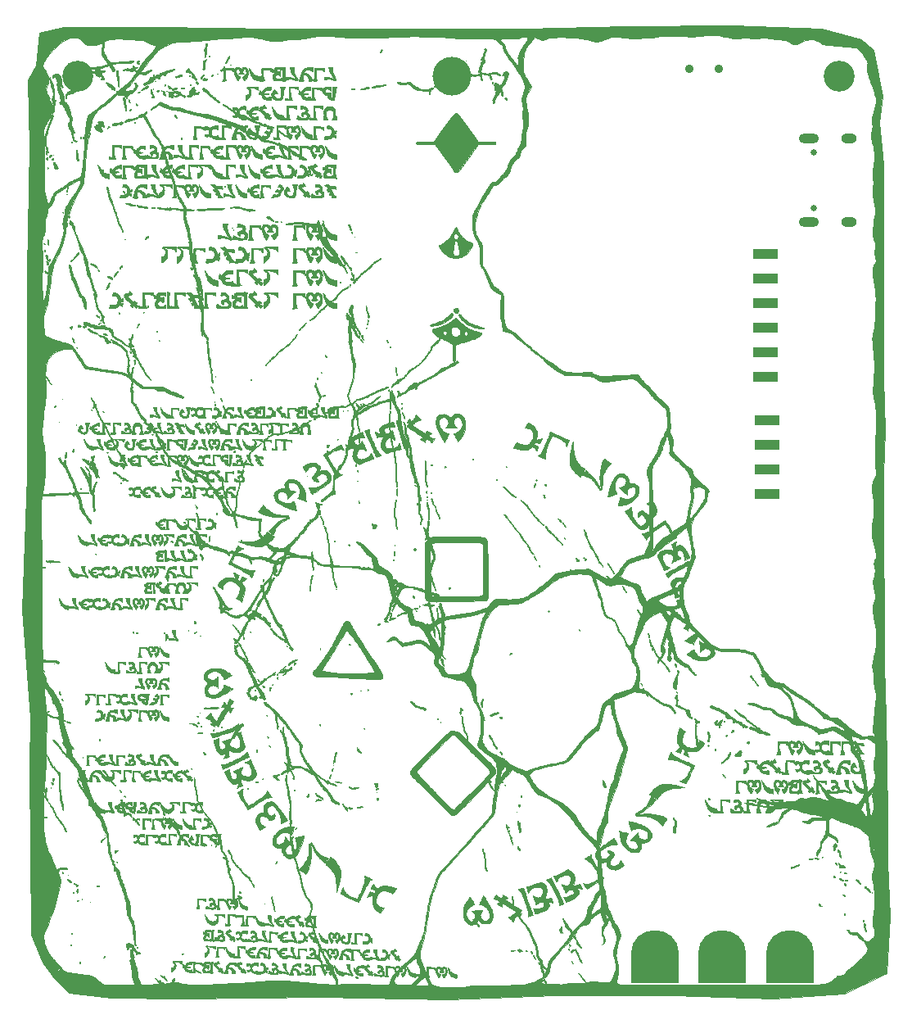
<source format=gbr>
%TF.GenerationSoftware,KiCad,Pcbnew,6.0.9-8da3e8f707~116~ubuntu22.04.1*%
%TF.CreationDate,2022-12-01T21:45:54+01:00*%
%TF.ProjectId,anesidoraMk1,616e6573-6964-46f7-9261-4d6b312e6b69,rev?*%
%TF.SameCoordinates,PX5ddd8a8PY82ce540*%
%TF.FileFunction,Soldermask,Bot*%
%TF.FilePolarity,Negative*%
%FSLAX46Y46*%
G04 Gerber Fmt 4.6, Leading zero omitted, Abs format (unit mm)*
G04 Created by KiCad (PCBNEW 6.0.9-8da3e8f707~116~ubuntu22.04.1) date 2022-12-01 21:45:54*
%MOMM*%
%LPD*%
G01*
G04 APERTURE LIST*
%ADD10C,0.100000*%
%ADD11C,0.010000*%
%ADD12C,0.900000*%
%ADD13C,0.650000*%
%ADD14O,2.100000X1.000000*%
%ADD15O,1.600000X1.000000*%
%ADD16C,5.000000*%
%ADD17R,5.000000X3.000000*%
%ADD18C,3.200000*%
%ADD19C,4.000000*%
%ADD20R,2.500000X1.000000*%
G04 APERTURE END LIST*
D10*
G36*
X86751160Y97304860D02*
G01*
X87642700Y92522040D01*
X87302340Y89712800D01*
X87632540Y87254080D01*
X87795100Y85432900D01*
X87807800Y79743300D01*
X87762080Y74477880D01*
X87749380Y68800980D01*
X87762080Y63299340D01*
X87937340Y57998360D01*
X87795100Y53461920D01*
X87751920Y45544740D01*
X87861140Y39933880D01*
X87863680Y33779460D01*
X88003380Y28254960D01*
X88145620Y23637240D01*
X88191340Y18036540D01*
X88216740Y13370560D01*
X88485980Y7683500D01*
X88087200Y1864360D01*
X83672680Y-233680D01*
X83070700Y1442720D01*
X83822540Y1701800D01*
X85986620Y3583940D01*
X86304120Y4269740D01*
X86339680Y4998720D01*
X86926420Y5521960D01*
X87007700Y6027420D01*
X86855300Y7226300D01*
X86961980Y10822940D01*
X86845140Y11917680D01*
X87033100Y12834620D01*
X87033100Y14102080D01*
X86855300Y15900400D01*
X86903560Y18333720D01*
X86890860Y20050760D01*
X86974680Y21602700D01*
X86961980Y23284180D01*
X87091520Y25808940D01*
X86796880Y26997660D01*
X87208360Y30416500D01*
X86725760Y33461960D01*
X87185500Y36222940D01*
X86880700Y39557960D01*
X87043260Y40721280D01*
X86845140Y42285920D01*
X86961980Y44236640D01*
X87162640Y45222160D01*
X86751160Y46997620D01*
X86784180Y48442880D01*
X87020400Y49385220D01*
X86774020Y52369720D01*
X87091520Y53299360D01*
X87033100Y54650640D01*
X87162640Y59916060D01*
X86832440Y61983620D01*
X86961980Y64698880D01*
X86725760Y67332860D01*
X87043260Y68849240D01*
X87078820Y72280780D01*
X86796880Y74348340D01*
X87114380Y75184000D01*
X86939120Y76347320D01*
X87091520Y77170280D01*
X86832440Y78262480D01*
X87091520Y80578960D01*
X86819740Y82565240D01*
X86868000Y84564220D01*
X87055960Y86644480D01*
X86702900Y88524080D01*
X86751160Y90205560D01*
X87185500Y92110560D01*
X86174580Y95224600D01*
X86161880Y96258380D01*
X85150960Y97657920D01*
X85526880Y98338640D01*
X86751160Y97304860D01*
G37*
X86751160Y97304860D02*
X87642700Y92522040D01*
X87302340Y89712800D01*
X87632540Y87254080D01*
X87795100Y85432900D01*
X87807800Y79743300D01*
X87762080Y74477880D01*
X87749380Y68800980D01*
X87762080Y63299340D01*
X87937340Y57998360D01*
X87795100Y53461920D01*
X87751920Y45544740D01*
X87861140Y39933880D01*
X87863680Y33779460D01*
X88003380Y28254960D01*
X88145620Y23637240D01*
X88191340Y18036540D01*
X88216740Y13370560D01*
X88485980Y7683500D01*
X88087200Y1864360D01*
X83672680Y-233680D01*
X83070700Y1442720D01*
X83822540Y1701800D01*
X85986620Y3583940D01*
X86304120Y4269740D01*
X86339680Y4998720D01*
X86926420Y5521960D01*
X87007700Y6027420D01*
X86855300Y7226300D01*
X86961980Y10822940D01*
X86845140Y11917680D01*
X87033100Y12834620D01*
X87033100Y14102080D01*
X86855300Y15900400D01*
X86903560Y18333720D01*
X86890860Y20050760D01*
X86974680Y21602700D01*
X86961980Y23284180D01*
X87091520Y25808940D01*
X86796880Y26997660D01*
X87208360Y30416500D01*
X86725760Y33461960D01*
X87185500Y36222940D01*
X86880700Y39557960D01*
X87043260Y40721280D01*
X86845140Y42285920D01*
X86961980Y44236640D01*
X87162640Y45222160D01*
X86751160Y46997620D01*
X86784180Y48442880D01*
X87020400Y49385220D01*
X86774020Y52369720D01*
X87091520Y53299360D01*
X87033100Y54650640D01*
X87162640Y59916060D01*
X86832440Y61983620D01*
X86961980Y64698880D01*
X86725760Y67332860D01*
X87043260Y68849240D01*
X87078820Y72280780D01*
X86796880Y74348340D01*
X87114380Y75184000D01*
X86939120Y76347320D01*
X87091520Y77170280D01*
X86832440Y78262480D01*
X87091520Y80578960D01*
X86819740Y82565240D01*
X86868000Y84564220D01*
X87055960Y86644480D01*
X86702900Y88524080D01*
X86751160Y90205560D01*
X87185500Y92110560D01*
X86174580Y95224600D01*
X86161880Y96258380D01*
X85150960Y97657920D01*
X85526880Y98338640D01*
X86751160Y97304860D01*
G36*
X3296920Y1902460D02*
G01*
X5923280Y1488440D01*
X7134860Y627380D01*
X7487920Y548640D01*
X10439400Y535940D01*
X13177520Y688340D01*
X14686280Y835660D01*
X15666720Y650240D01*
X17927320Y586740D01*
X21181060Y779780D01*
X23782020Y967740D01*
X25433020Y1036320D01*
X26311860Y962660D01*
X29537660Y650240D01*
X31572200Y604520D01*
X33487360Y683260D01*
X34886900Y609600D01*
X36916360Y586740D01*
X38328600Y591820D01*
X39415720Y452120D01*
X41059100Y563880D01*
X41973500Y350520D01*
X43769280Y292100D01*
X45085000Y467360D01*
X46563280Y439420D01*
X49296320Y553720D01*
X51757580Y632460D01*
X53944520Y627380D01*
X56596280Y609600D01*
X57777380Y894080D01*
X60248800Y591820D01*
X65184020Y576580D01*
X69743320Y571500D01*
X75717400Y586740D01*
X80614520Y591820D01*
X82298540Y711200D01*
X83017360Y1427480D01*
X83654900Y-220980D01*
X76400660Y-741680D01*
X65976500Y-419100D01*
X53748940Y-403860D01*
X42760900Y-812800D01*
X29700220Y-614680D01*
X15087600Y-769620D01*
X7967980Y-698500D01*
X3502660Y-132080D01*
X1823720Y1562100D01*
X2684780Y2298700D01*
X3296920Y1902460D01*
G37*
X3296920Y1902460D02*
X5923280Y1488440D01*
X7134860Y627380D01*
X7487920Y548640D01*
X10439400Y535940D01*
X13177520Y688340D01*
X14686280Y835660D01*
X15666720Y650240D01*
X17927320Y586740D01*
X21181060Y779780D01*
X23782020Y967740D01*
X25433020Y1036320D01*
X26311860Y962660D01*
X29537660Y650240D01*
X31572200Y604520D01*
X33487360Y683260D01*
X34886900Y609600D01*
X36916360Y586740D01*
X38328600Y591820D01*
X39415720Y452120D01*
X41059100Y563880D01*
X41973500Y350520D01*
X43769280Y292100D01*
X45085000Y467360D01*
X46563280Y439420D01*
X49296320Y553720D01*
X51757580Y632460D01*
X53944520Y627380D01*
X56596280Y609600D01*
X57777380Y894080D01*
X60248800Y591820D01*
X65184020Y576580D01*
X69743320Y571500D01*
X75717400Y586740D01*
X80614520Y591820D01*
X82298540Y711200D01*
X83017360Y1427480D01*
X83654900Y-220980D01*
X76400660Y-741680D01*
X65976500Y-419100D01*
X53748940Y-403860D01*
X42760900Y-812800D01*
X29700220Y-614680D01*
X15087600Y-769620D01*
X7967980Y-698500D01*
X3502660Y-132080D01*
X1823720Y1562100D01*
X2684780Y2298700D01*
X3296920Y1902460D01*
G36*
X81381600Y99491800D02*
G01*
X85453220Y98358960D01*
X85158580Y97708720D01*
X81818480Y98066860D01*
X80599280Y98559620D01*
X79677260Y98485960D01*
X78872080Y98104960D01*
X78026260Y98247200D01*
X77449680Y98440240D01*
X75747880Y98651060D01*
X74358500Y98656140D01*
X73317100Y98679000D01*
X72664320Y98559620D01*
X71798180Y98701860D01*
X70154800Y98968560D01*
X68701920Y98864420D01*
X68148200Y98785680D01*
X67149980Y98803460D01*
X65788540Y98849180D01*
X64853820Y98803460D01*
X63063120Y98643440D01*
X62019180Y98582480D01*
X61175900Y98739960D01*
X60159900Y98844100D01*
X59088020Y98628200D01*
X58239660Y98315780D01*
X57599580Y98371660D01*
X55194200Y98712020D01*
X54485540Y98831400D01*
X53606700Y98734880D01*
X52750720Y98546920D01*
X51963320Y98643440D01*
X51691540Y98770440D01*
X50688240Y98798380D01*
X49794160Y98605340D01*
X48336200Y98564700D01*
X46868080Y98684080D01*
X46080680Y98592640D01*
X45178980Y98508820D01*
X43642280Y98577400D01*
X42509440Y98673920D01*
X41262300Y98780600D01*
X39278560Y98752660D01*
X38615620Y98762820D01*
X36852860Y98661220D01*
X35872420Y98633280D01*
X33025080Y98638360D01*
X31386780Y98775520D01*
X29715460Y98821240D01*
X28514040Y98666300D01*
X26784300Y98432620D01*
X24853900Y98290380D01*
X22567900Y98671380D01*
X22009100Y98719640D01*
X20650200Y98590100D01*
X16207740Y98262440D01*
X13472160Y98201480D01*
X10126980Y98432620D01*
X7942580Y98582480D01*
X6908800Y98201480D01*
X6052820Y97929700D01*
X4930140Y98399600D01*
X4290060Y98724720D01*
X3073400Y98468180D01*
X1732280Y97487740D01*
X685800Y95684340D01*
X162560Y95679260D01*
X434340Y99085400D01*
X3053080Y99672140D01*
X12758420Y99616260D01*
X24765000Y99491800D01*
X33875980Y99448620D01*
X41069260Y99507040D01*
X50858420Y99519740D01*
X61168280Y99761040D01*
X72169020Y99857560D01*
X81381600Y99491800D01*
G37*
X81381600Y99491800D02*
X85453220Y98358960D01*
X85158580Y97708720D01*
X81818480Y98066860D01*
X80599280Y98559620D01*
X79677260Y98485960D01*
X78872080Y98104960D01*
X78026260Y98247200D01*
X77449680Y98440240D01*
X75747880Y98651060D01*
X74358500Y98656140D01*
X73317100Y98679000D01*
X72664320Y98559620D01*
X71798180Y98701860D01*
X70154800Y98968560D01*
X68701920Y98864420D01*
X68148200Y98785680D01*
X67149980Y98803460D01*
X65788540Y98849180D01*
X64853820Y98803460D01*
X63063120Y98643440D01*
X62019180Y98582480D01*
X61175900Y98739960D01*
X60159900Y98844100D01*
X59088020Y98628200D01*
X58239660Y98315780D01*
X57599580Y98371660D01*
X55194200Y98712020D01*
X54485540Y98831400D01*
X53606700Y98734880D01*
X52750720Y98546920D01*
X51963320Y98643440D01*
X51691540Y98770440D01*
X50688240Y98798380D01*
X49794160Y98605340D01*
X48336200Y98564700D01*
X46868080Y98684080D01*
X46080680Y98592640D01*
X45178980Y98508820D01*
X43642280Y98577400D01*
X42509440Y98673920D01*
X41262300Y98780600D01*
X39278560Y98752660D01*
X38615620Y98762820D01*
X36852860Y98661220D01*
X35872420Y98633280D01*
X33025080Y98638360D01*
X31386780Y98775520D01*
X29715460Y98821240D01*
X28514040Y98666300D01*
X26784300Y98432620D01*
X24853900Y98290380D01*
X22567900Y98671380D01*
X22009100Y98719640D01*
X20650200Y98590100D01*
X16207740Y98262440D01*
X13472160Y98201480D01*
X10126980Y98432620D01*
X7942580Y98582480D01*
X6908800Y98201480D01*
X6052820Y97929700D01*
X4930140Y98399600D01*
X4290060Y98724720D01*
X3073400Y98468180D01*
X1732280Y97487740D01*
X685800Y95684340D01*
X162560Y95679260D01*
X434340Y99085400D01*
X3053080Y99672140D01*
X12758420Y99616260D01*
X24765000Y99491800D01*
X33875980Y99448620D01*
X41069260Y99507040D01*
X50858420Y99519740D01*
X61168280Y99761040D01*
X72169020Y99857560D01*
X81381600Y99491800D01*
G36*
X47675800Y87553800D02*
G01*
X47650400Y87579200D01*
X45897800Y87579200D01*
X45872400Y87833200D01*
X47650400Y87833200D01*
X47675800Y87553800D01*
G37*
X47675800Y87553800D02*
X47650400Y87579200D01*
X45897800Y87579200D01*
X45872400Y87833200D01*
X47650400Y87833200D01*
X47675800Y87553800D01*
G36*
X41351200Y87579200D02*
G01*
X39598600Y87579200D01*
X39446200Y87604600D01*
X39471600Y87807800D01*
X41249600Y87807800D01*
X41351200Y87579200D01*
G37*
X41351200Y87579200D02*
X39598600Y87579200D01*
X39446200Y87604600D01*
X39471600Y87807800D01*
X41249600Y87807800D01*
X41351200Y87579200D01*
G36*
X1036320Y94929960D02*
G01*
X1109980Y93538040D01*
X916940Y92720160D01*
X1811020Y91114880D01*
X739140Y89374980D01*
X782320Y84216240D01*
X863600Y82547460D01*
X1170940Y81277460D01*
X782320Y78244700D01*
X523240Y77398880D01*
X617220Y71239380D01*
X746760Y68376800D01*
X957580Y67680840D01*
X1780540Y66845180D01*
X1041400Y65163700D01*
X970280Y61942980D01*
X673100Y58519060D01*
X629920Y57490360D01*
X939800Y55979060D01*
X924560Y53144420D01*
X673100Y51424840D01*
X530860Y50210720D01*
X601980Y45260260D01*
X657860Y39436040D01*
X673100Y34569400D01*
X955040Y29885640D01*
X1094740Y27967940D01*
X1038860Y24005540D01*
X800100Y20436840D01*
X741680Y17940020D01*
X883920Y16062960D01*
X1292860Y14328140D01*
X2519680Y11635740D01*
X1856740Y8587740D01*
X685800Y5753100D01*
X1219200Y4140200D01*
X2667000Y2369820D01*
X1828800Y1610360D01*
X807720Y2936240D01*
X-345440Y5859780D01*
X-500380Y23200360D01*
X-472440Y28257500D01*
X-1290320Y39370000D01*
X-822960Y53322220D01*
X-797560Y74455020D01*
X-553720Y87266780D01*
X-736600Y94142560D01*
X129540Y95643700D01*
X721360Y95651320D01*
X1036320Y94929960D01*
G37*
X1036320Y94929960D02*
X1109980Y93538040D01*
X916940Y92720160D01*
X1811020Y91114880D01*
X739140Y89374980D01*
X782320Y84216240D01*
X863600Y82547460D01*
X1170940Y81277460D01*
X782320Y78244700D01*
X523240Y77398880D01*
X617220Y71239380D01*
X746760Y68376800D01*
X957580Y67680840D01*
X1780540Y66845180D01*
X1041400Y65163700D01*
X970280Y61942980D01*
X673100Y58519060D01*
X629920Y57490360D01*
X939800Y55979060D01*
X924560Y53144420D01*
X673100Y51424840D01*
X530860Y50210720D01*
X601980Y45260260D01*
X657860Y39436040D01*
X673100Y34569400D01*
X955040Y29885640D01*
X1094740Y27967940D01*
X1038860Y24005540D01*
X800100Y20436840D01*
X741680Y17940020D01*
X883920Y16062960D01*
X1292860Y14328140D01*
X2519680Y11635740D01*
X1856740Y8587740D01*
X685800Y5753100D01*
X1219200Y4140200D01*
X2667000Y2369820D01*
X1828800Y1610360D01*
X807720Y2936240D01*
X-345440Y5859780D01*
X-500380Y23200360D01*
X-472440Y28257500D01*
X-1290320Y39370000D01*
X-822960Y53322220D01*
X-797560Y74455020D01*
X-553720Y87266780D01*
X-736600Y94142560D01*
X129540Y95643700D01*
X721360Y95651320D01*
X1036320Y94929960D01*
%TO.C,JP4*%
G36*
X43662600Y90754200D02*
G01*
X43738800Y90703400D01*
X43840400Y90576400D01*
X44323000Y89941400D01*
X45262800Y88620600D01*
X45847000Y87833200D01*
X45872400Y87553800D01*
X44831000Y86131400D01*
X43891200Y84861400D01*
X43764200Y84683600D01*
X43611800Y84632800D01*
X43535600Y84658200D01*
X43408600Y84709000D01*
X43357800Y84759800D01*
X43307000Y84836000D01*
X42773600Y85598000D01*
X41402000Y87579200D01*
X41275000Y87833200D01*
X41986200Y88798400D01*
X42722800Y89814400D01*
X43332400Y90627200D01*
X43459400Y90754200D01*
X43561000Y90779600D01*
X43586400Y90779600D01*
X43662600Y90754200D01*
G37*
X43662600Y90754200D02*
X43738800Y90703400D01*
X43840400Y90576400D01*
X44323000Y89941400D01*
X45262800Y88620600D01*
X45847000Y87833200D01*
X45872400Y87553800D01*
X44831000Y86131400D01*
X43891200Y84861400D01*
X43764200Y84683600D01*
X43611800Y84632800D01*
X43535600Y84658200D01*
X43408600Y84709000D01*
X43357800Y84759800D01*
X43307000Y84836000D01*
X42773600Y85598000D01*
X41402000Y87579200D01*
X41275000Y87833200D01*
X41986200Y88798400D01*
X42722800Y89814400D01*
X43332400Y90627200D01*
X43459400Y90754200D01*
X43561000Y90779600D01*
X43586400Y90779600D01*
X43662600Y90754200D01*
%TO.C,G\u002A\u002A\u002A*%
G36*
X87283201Y25478988D02*
G01*
X87270489Y25363462D01*
X87258860Y25225859D01*
X87249385Y25079675D01*
X87243136Y24938409D01*
X87228780Y24646620D01*
X87203334Y24371430D01*
X87165140Y24105329D01*
X87112262Y23831942D01*
X87091600Y23725118D01*
X87056878Y23411548D01*
X87059583Y23098943D01*
X87099826Y22796500D01*
X87123777Y22665494D01*
X87169810Y22282654D01*
X87185764Y21873581D01*
X87171598Y21440927D01*
X87127272Y20987347D01*
X87101446Y20736383D01*
X87086557Y20445312D01*
X87087428Y20160993D01*
X87103771Y19891671D01*
X87135298Y19645591D01*
X87181720Y19431000D01*
X87192087Y19383398D01*
X87205876Y19291556D01*
X87217476Y19182607D01*
X87220563Y19137642D01*
X87225125Y19071166D01*
X87227019Y19027924D01*
X87229127Y18942387D01*
X87227379Y18865715D01*
X87220749Y18787862D01*
X87208210Y18698781D01*
X87188734Y18588426D01*
X87161295Y18446750D01*
X87139784Y18336544D01*
X87102901Y18136828D01*
X87075957Y17970238D01*
X87058689Y17831434D01*
X87050837Y17715074D01*
X87052137Y17615817D01*
X87062328Y17528321D01*
X87081147Y17447246D01*
X87108334Y17367250D01*
X87118307Y17340546D01*
X87163813Y17174010D01*
X87173417Y17017842D01*
X87146738Y16861757D01*
X87083392Y16695472D01*
X87071816Y16670258D01*
X87035723Y16582171D01*
X87007830Y16493451D01*
X86987164Y16397159D01*
X86981420Y16353014D01*
X86972749Y16286356D01*
X86963611Y16154102D01*
X86958775Y15993459D01*
X86957267Y15797487D01*
X86957353Y15726781D01*
X86959629Y15540347D01*
X86965741Y15386134D01*
X86976731Y15256614D01*
X86993637Y15144258D01*
X87017501Y15041539D01*
X87049361Y14940927D01*
X87090259Y14834895D01*
X87095639Y14821670D01*
X87115268Y14769643D01*
X87132202Y14715970D01*
X87146879Y14656585D01*
X87159738Y14587424D01*
X87171219Y14504421D01*
X87181761Y14403510D01*
X87191803Y14280627D01*
X87195761Y14221577D01*
X87201784Y14131705D01*
X87212144Y13952680D01*
X87223321Y13739487D01*
X87235754Y13488059D01*
X87243509Y13316400D01*
X87247725Y13186501D01*
X87249257Y13139262D01*
X87250217Y12993061D01*
X87245700Y12871602D01*
X87235015Y12768689D01*
X87217475Y12678127D01*
X87192391Y12593719D01*
X87159073Y12509271D01*
X87116833Y12418587D01*
X87061618Y12297561D01*
X87002328Y12130886D01*
X86967745Y11967850D01*
X86956701Y11798219D01*
X86968031Y11611763D01*
X87000570Y11398250D01*
X87010064Y11343305D01*
X87019967Y11273519D01*
X87028458Y11195234D01*
X87035817Y11103619D01*
X87042322Y10993839D01*
X87048254Y10861062D01*
X87053890Y10700455D01*
X87059511Y10507184D01*
X87065397Y10276416D01*
X87069393Y10095095D01*
X87074271Y9793743D01*
X87077006Y9495926D01*
X87077659Y9205953D01*
X87076292Y8928130D01*
X87072967Y8666766D01*
X87067747Y8426167D01*
X87060692Y8210642D01*
X87051866Y8024498D01*
X87041330Y7872043D01*
X87029146Y7757583D01*
X87012278Y7631592D01*
X86990451Y7444952D01*
X86977419Y7285481D01*
X86973337Y7144176D01*
X86978363Y7012034D01*
X86992655Y6880052D01*
X87016368Y6739229D01*
X87049659Y6580561D01*
X87074939Y6456178D01*
X87108003Y6248132D01*
X87131560Y6037517D01*
X87144144Y5838517D01*
X87144287Y5665317D01*
X87140551Y5589133D01*
X87134102Y5528591D01*
X87121754Y5489079D01*
X87099613Y5459069D01*
X87063784Y5427030D01*
X87041356Y5408128D01*
X86927538Y5309760D01*
X86818987Y5212188D01*
X86721185Y5120638D01*
X86639611Y5040334D01*
X86579745Y4976502D01*
X86547069Y4934368D01*
X86544318Y4929559D01*
X86523690Y4882806D01*
X86511309Y4826716D01*
X86507133Y4754843D01*
X86511120Y4660742D01*
X86523227Y4537967D01*
X86543411Y4380073D01*
X86582555Y4092896D01*
X86205962Y3628656D01*
X86123446Y3527203D01*
X85995988Y3372110D01*
X85888220Y3243816D01*
X85796175Y3138060D01*
X85715883Y3050576D01*
X85643378Y2977104D01*
X85574691Y2913378D01*
X85505855Y2855137D01*
X85432900Y2798118D01*
X85331270Y2720106D01*
X85189345Y2608292D01*
X85043401Y2490475D01*
X84897586Y2370229D01*
X84756044Y2251124D01*
X84622922Y2136733D01*
X84502364Y2030628D01*
X84398518Y1936381D01*
X84315527Y1857565D01*
X84257539Y1797752D01*
X84228698Y1760513D01*
X84180211Y1679783D01*
X84098718Y1584793D01*
X83996911Y1507946D01*
X83870563Y1447343D01*
X83715450Y1401084D01*
X83527347Y1367272D01*
X83302028Y1344007D01*
X83107907Y1329270D01*
X82853700Y976843D01*
X82833518Y948926D01*
X82735929Y816690D01*
X82655687Y714634D01*
X82588000Y638239D01*
X82528077Y582987D01*
X82471128Y544358D01*
X82412360Y517834D01*
X82346984Y498894D01*
X82340008Y497943D01*
X82307819Y496116D01*
X82250888Y494425D01*
X82168510Y492872D01*
X82059982Y491456D01*
X81924599Y490176D01*
X81761659Y489033D01*
X81570458Y488025D01*
X81350292Y487153D01*
X81100458Y486416D01*
X80820252Y485814D01*
X80508970Y485347D01*
X80165910Y485015D01*
X79790366Y484816D01*
X79381636Y484752D01*
X78939016Y484820D01*
X78461803Y485022D01*
X77949293Y485357D01*
X77400781Y485824D01*
X76815566Y486424D01*
X76192942Y487156D01*
X75532207Y488019D01*
X74832657Y489014D01*
X74093588Y490140D01*
X73314297Y491397D01*
X72494080Y492784D01*
X71632233Y494301D01*
X71177323Y495111D01*
X70374260Y496514D01*
X69611991Y497806D01*
X68889519Y498987D01*
X68205847Y500056D01*
X67559978Y501012D01*
X66950917Y501855D01*
X66377667Y502584D01*
X65839230Y503197D01*
X65334611Y503695D01*
X64862812Y504076D01*
X64422837Y504339D01*
X64013689Y504485D01*
X63634372Y504512D01*
X63283889Y504419D01*
X62961243Y504206D01*
X62665438Y503872D01*
X62395477Y503416D01*
X62150363Y502837D01*
X61929100Y502135D01*
X61730691Y501309D01*
X61554140Y500358D01*
X61398449Y499281D01*
X61262623Y498078D01*
X61145664Y496748D01*
X61046576Y495290D01*
X60964362Y493703D01*
X60898026Y491986D01*
X60846571Y490140D01*
X60809000Y488162D01*
X60784316Y486053D01*
X60739630Y480863D01*
X60583425Y463964D01*
X60457751Y453575D01*
X60353524Y449938D01*
X60261659Y453294D01*
X60173073Y463886D01*
X60078681Y481955D01*
X59969400Y507743D01*
X59748403Y554727D01*
X59502074Y584444D01*
X59260097Y586506D01*
X59008152Y561717D01*
X59003268Y561010D01*
X58880956Y545214D01*
X58776945Y537458D01*
X58681588Y538907D01*
X58585240Y550725D01*
X58478253Y574077D01*
X58350983Y610128D01*
X58193783Y660043D01*
X58188793Y661670D01*
X58063361Y701885D01*
X57968590Y730007D01*
X57895504Y747893D01*
X57835127Y757397D01*
X57778483Y760375D01*
X57716596Y758683D01*
X57628838Y750808D01*
X57541796Y730328D01*
X57460213Y693196D01*
X57270048Y593784D01*
X57092509Y515489D01*
X56927876Y461960D01*
X56766612Y431422D01*
X56599180Y422100D01*
X56416044Y432217D01*
X56207666Y459998D01*
X56120577Y471520D01*
X55971317Y484314D01*
X55799644Y493033D01*
X55614777Y497677D01*
X55425940Y498248D01*
X55242354Y494747D01*
X55073240Y487176D01*
X54927820Y475535D01*
X54815316Y459825D01*
X54768352Y451059D01*
X54653778Y432946D01*
X54562237Y426384D01*
X54480402Y431927D01*
X54394944Y450128D01*
X54292534Y481541D01*
X54263300Y491110D01*
X54199138Y510365D01*
X54140299Y523727D01*
X54077253Y532242D01*
X54000468Y536957D01*
X53900416Y538917D01*
X53767566Y539168D01*
X53668207Y538488D01*
X53557963Y535694D01*
X53455046Y529856D01*
X53349669Y520026D01*
X53232044Y505254D01*
X53092384Y484592D01*
X52920900Y457091D01*
X52875668Y449753D01*
X52628585Y412922D01*
X52414732Y387707D01*
X52227744Y373982D01*
X52061254Y371623D01*
X51908895Y380504D01*
X51764303Y400500D01*
X51621110Y431484D01*
X51390237Y489655D01*
X50351110Y481521D01*
X50197627Y480246D01*
X49970506Y477956D01*
X49778732Y475350D01*
X49617925Y472272D01*
X49483701Y468563D01*
X49371680Y464065D01*
X49277480Y458623D01*
X49196718Y452077D01*
X49125013Y444271D01*
X49057983Y435046D01*
X49057445Y434965D01*
X49001561Y427126D01*
X48943241Y420397D01*
X48878860Y414687D01*
X48804788Y409906D01*
X48717401Y405961D01*
X48613069Y402763D01*
X48488167Y400220D01*
X48339068Y398241D01*
X48162143Y396735D01*
X47953767Y395611D01*
X47710311Y394777D01*
X47428150Y394144D01*
X47417703Y394125D01*
X47165487Y393796D01*
X46914711Y393715D01*
X46670486Y393866D01*
X46437926Y394237D01*
X46222141Y394814D01*
X46028242Y395584D01*
X45861342Y396532D01*
X45726552Y397647D01*
X45628983Y398913D01*
X45500111Y400840D01*
X45377679Y401339D01*
X45279810Y399267D01*
X45196860Y393968D01*
X45119183Y384786D01*
X45037134Y371066D01*
X44941066Y352152D01*
X44884990Y341170D01*
X44763975Y320693D01*
X44632257Y302918D01*
X44485317Y287504D01*
X44318637Y274113D01*
X44127699Y262408D01*
X43907984Y252049D01*
X43654974Y242698D01*
X43364150Y234017D01*
X43127107Y228051D01*
X42871681Y223219D01*
X42650406Y221375D01*
X42458820Y222806D01*
X42292457Y227796D01*
X42146853Y236632D01*
X42017545Y249599D01*
X41900069Y266982D01*
X41789961Y289066D01*
X41682756Y316137D01*
X41573991Y348481D01*
X41504349Y369204D01*
X41403342Y394088D01*
X41297911Y413030D01*
X41183353Y426158D01*
X41054965Y433597D01*
X40908044Y435477D01*
X40737888Y431923D01*
X40539795Y423063D01*
X40309061Y409025D01*
X40040983Y389934D01*
X39858762Y377161D01*
X39674386Y366995D01*
X39518526Y362388D01*
X39383861Y363424D01*
X39263068Y370184D01*
X39148827Y382749D01*
X39033815Y401203D01*
X38818909Y437223D01*
X38320639Y496293D01*
X37838713Y518406D01*
X37374506Y503527D01*
X36929392Y451625D01*
X36863170Y441272D01*
X36773157Y429783D01*
X36704959Y426386D01*
X36646094Y430752D01*
X36584080Y442552D01*
X36540765Y449454D01*
X36451087Y458048D01*
X36325934Y466308D01*
X36169134Y474025D01*
X35984513Y480988D01*
X35775900Y486987D01*
X35690957Y489164D01*
X35520945Y493921D01*
X35361915Y498883D01*
X35220136Y503824D01*
X35101875Y508518D01*
X35013402Y512741D01*
X34960983Y516267D01*
X34930466Y519206D01*
X34846825Y527296D01*
X34737510Y537897D01*
X34613240Y549968D01*
X34484733Y562469D01*
X34481361Y562794D01*
X34370785Y570964D01*
X34228738Y577711D01*
X34060142Y583071D01*
X33869915Y587079D01*
X33662977Y589771D01*
X33444248Y591180D01*
X33218647Y591344D01*
X32991093Y590296D01*
X32766507Y588071D01*
X32549808Y584706D01*
X32345915Y580235D01*
X32159748Y574692D01*
X31996227Y568114D01*
X31860271Y560536D01*
X31756800Y551992D01*
X31690733Y542517D01*
X31683790Y541062D01*
X31583689Y526858D01*
X31447136Y516617D01*
X31279349Y510209D01*
X31085546Y507506D01*
X30870947Y508376D01*
X30640770Y512692D01*
X30400234Y520324D01*
X30154557Y531142D01*
X29908959Y545016D01*
X29668656Y561818D01*
X29438869Y581417D01*
X29224816Y603685D01*
X29181336Y608672D01*
X39356638Y608672D01*
X39367608Y591702D01*
X39405641Y571630D01*
X39406412Y571338D01*
X39428283Y564157D01*
X39454069Y558911D01*
X39488563Y555664D01*
X39536558Y554484D01*
X39602847Y555438D01*
X39692224Y558592D01*
X39809482Y564012D01*
X39959415Y571764D01*
X40146816Y581917D01*
X40324468Y592678D01*
X40465186Y603655D01*
X40570878Y615150D01*
X40645212Y627563D01*
X40691858Y641293D01*
X40709914Y649338D01*
X40753711Y672516D01*
X40771233Y688030D01*
X40770848Y690024D01*
X40758043Y720159D01*
X40729657Y778969D01*
X40689160Y859809D01*
X40640025Y956035D01*
X40585721Y1061003D01*
X40529721Y1168070D01*
X40475496Y1270592D01*
X40426516Y1361925D01*
X40386254Y1435426D01*
X40358179Y1484450D01*
X40345765Y1502354D01*
X40339094Y1501068D01*
X40299786Y1478791D01*
X40236021Y1431706D01*
X40152141Y1363516D01*
X40052489Y1277921D01*
X39941406Y1178624D01*
X39823235Y1069328D01*
X39702316Y953735D01*
X39655218Y907850D01*
X39561261Y815765D01*
X39479985Y735372D01*
X39415829Y671105D01*
X39373233Y627394D01*
X39356638Y608672D01*
X29181336Y608672D01*
X29007425Y628619D01*
X28793122Y652843D01*
X28610304Y672994D01*
X28453344Y689634D01*
X28316619Y703323D01*
X28194503Y714623D01*
X28081372Y724094D01*
X27971602Y732296D01*
X27859566Y739790D01*
X27849874Y740416D01*
X27721486Y749866D01*
X27565016Y763009D01*
X27393276Y778679D01*
X27219078Y795712D01*
X27055233Y812943D01*
X27049867Y813531D01*
X26881435Y831066D01*
X26699478Y848514D01*
X26517886Y864639D01*
X26350548Y878206D01*
X26211354Y887981D01*
X26110882Y894495D01*
X26002207Y902269D01*
X25914425Y909372D01*
X25854658Y915219D01*
X25830032Y919226D01*
X25829018Y919626D01*
X25799261Y923757D01*
X25734820Y929703D01*
X25642349Y936941D01*
X25528505Y944943D01*
X25399944Y953184D01*
X25395402Y953462D01*
X25224362Y962759D01*
X25086035Y967434D01*
X24971273Y967496D01*
X24870928Y962954D01*
X24775850Y953818D01*
X24744010Y950015D01*
X24622573Y935602D01*
X24498207Y920959D01*
X24393392Y908736D01*
X24327629Y902811D01*
X24225622Y895942D01*
X24096319Y888682D01*
X23947338Y881426D01*
X23786296Y874572D01*
X23620809Y868515D01*
X23470964Y862818D01*
X23298801Y854751D01*
X23133709Y845528D01*
X22984500Y835691D01*
X22859987Y825777D01*
X22768983Y816328D01*
X22701832Y808018D01*
X22472494Y782518D01*
X22227147Y759670D01*
X21960528Y739094D01*
X21667372Y720409D01*
X21342418Y703235D01*
X20980400Y687193D01*
X20547727Y668152D01*
X19798592Y629160D01*
X19043012Y582603D01*
X18302816Y529764D01*
X18221519Y523597D01*
X17892609Y500095D01*
X17601169Y481900D01*
X17343534Y468875D01*
X17116038Y460885D01*
X16915017Y457792D01*
X16736803Y459462D01*
X16577733Y465758D01*
X16525697Y469135D01*
X16356827Y484064D01*
X16155811Y506507D01*
X15929444Y535517D01*
X15684522Y570148D01*
X15427839Y609456D01*
X15166191Y652496D01*
X14906373Y698320D01*
X14798397Y717398D01*
X14634175Y742296D01*
X14494626Y756032D01*
X14369441Y758621D01*
X14248308Y750078D01*
X14120918Y730417D01*
X13976960Y699653D01*
X13906865Y683474D01*
X13837995Y668276D01*
X13771298Y654788D01*
X13703597Y642776D01*
X13631715Y632004D01*
X13552476Y622239D01*
X13462702Y613246D01*
X13359216Y604790D01*
X13238842Y596637D01*
X13098403Y588552D01*
X12934721Y580301D01*
X12744620Y571649D01*
X12524923Y562361D01*
X12272452Y552203D01*
X11984031Y540941D01*
X11656483Y528340D01*
X11615979Y526777D01*
X11402673Y518212D01*
X11199211Y509506D01*
X11010232Y500891D01*
X10840372Y492601D01*
X10694270Y484870D01*
X10576562Y477930D01*
X10491886Y472016D01*
X10444880Y467360D01*
X10400474Y461203D01*
X10183718Y440711D01*
X9937499Y430891D01*
X9671232Y431949D01*
X9394335Y444095D01*
X9356569Y446330D01*
X9232804Y452301D01*
X9076424Y458415D01*
X8894428Y464466D01*
X8693814Y470247D01*
X8481581Y475550D01*
X8264727Y480169D01*
X8050251Y483895D01*
X7986475Y484838D01*
X7762369Y487897D01*
X7574851Y490841D01*
X7419369Y494845D01*
X7291371Y501082D01*
X7186306Y510725D01*
X7099623Y524948D01*
X7026769Y544924D01*
X6963194Y571827D01*
X6904347Y606830D01*
X6845675Y651107D01*
X6782627Y705831D01*
X6710652Y772175D01*
X6625199Y851314D01*
X6591646Y881983D01*
X6433483Y1023068D01*
X6296623Y1137748D01*
X6174990Y1230085D01*
X6062510Y1304144D01*
X5953107Y1363989D01*
X5840707Y1413681D01*
X5719233Y1457286D01*
X5690890Y1466416D01*
X5615125Y1488872D01*
X5538704Y1507793D01*
X5454699Y1524294D01*
X5356185Y1539489D01*
X5236234Y1554493D01*
X5087920Y1570419D01*
X4904316Y1588381D01*
X4775030Y1601557D01*
X4591211Y1622479D01*
X4401437Y1646110D01*
X4221761Y1670433D01*
X4068233Y1693432D01*
X3968065Y1709095D01*
X3820361Y1730978D01*
X3677263Y1750922D01*
X3551151Y1767217D01*
X3454400Y1778157D01*
X3444838Y1779110D01*
X3331162Y1792950D01*
X3243258Y1810547D01*
X3165675Y1835838D01*
X3082964Y1872757D01*
X3025338Y1903125D01*
X2966661Y1940513D01*
X2906844Y1987018D01*
X2841756Y2046698D01*
X2767265Y2123610D01*
X2679240Y2221813D01*
X2573549Y2345365D01*
X2446062Y2498322D01*
X2432264Y2514937D01*
X2339766Y2623927D01*
X2228429Y2751995D01*
X2106988Y2889254D01*
X1984176Y3025818D01*
X1868729Y3151800D01*
X1822102Y3202450D01*
X1720074Y3315712D01*
X1624735Y3424666D01*
X1541711Y3522725D01*
X1476624Y3603300D01*
X1435101Y3659800D01*
X1414221Y3693241D01*
X1368356Y3772162D01*
X1309929Y3877082D01*
X1242881Y4000784D01*
X1171156Y4136052D01*
X1098694Y4275666D01*
X1066223Y4339109D01*
X992121Y4486093D01*
X932187Y4610147D01*
X882102Y4721671D01*
X837548Y4831068D01*
X794203Y4948739D01*
X747750Y5085084D01*
X693869Y5250505D01*
X660629Y5354511D01*
X619576Y5485160D01*
X584546Y5599191D01*
X557319Y5690697D01*
X539676Y5753775D01*
X533400Y5782517D01*
X535612Y5792395D01*
X553534Y5837082D01*
X586535Y5907999D01*
X631091Y5997726D01*
X683676Y6098845D01*
X765470Y6253083D01*
X876010Y6462810D01*
X969904Y6643171D01*
X1049373Y6798879D01*
X1116638Y6934649D01*
X1173920Y7055193D01*
X1223439Y7165227D01*
X1267417Y7269464D01*
X1308074Y7372619D01*
X1347630Y7479404D01*
X1388308Y7594535D01*
X1411231Y7662508D01*
X1496264Y7951640D01*
X1571163Y8265425D01*
X1633235Y8590202D01*
X1679789Y8912309D01*
X1708134Y9218083D01*
X1722852Y9415902D01*
X1745792Y9621683D01*
X1777257Y9805446D01*
X1820035Y9978161D01*
X1876916Y10150796D01*
X1950687Y10334322D01*
X2044137Y10539705D01*
X2083280Y10623162D01*
X2156622Y10782920D01*
X2232190Y10951084D01*
X2303057Y11112169D01*
X2362291Y11250690D01*
X2504332Y11589963D01*
X2082199Y12541856D01*
X2022522Y12676282D01*
X1926054Y12893045D01*
X1828126Y13112502D01*
X1731833Y13327748D01*
X1640267Y13531882D01*
X1556523Y13718000D01*
X1483693Y13879199D01*
X1424873Y14008576D01*
X1350435Y14172584D01*
X1272327Y14348485D01*
X1208375Y14498423D01*
X1156040Y14629066D01*
X1112781Y14747079D01*
X1076059Y14859128D01*
X1043334Y14971879D01*
X1012065Y15091999D01*
X993826Y15170359D01*
X963405Y15318075D01*
X930283Y15495567D01*
X895592Y15695454D01*
X860464Y15910352D01*
X826030Y16132880D01*
X793424Y16355657D01*
X763776Y16571300D01*
X738220Y16772427D01*
X717885Y16951656D01*
X703906Y17101606D01*
X696222Y17218817D01*
X687949Y17417836D01*
X683380Y17636425D01*
X682528Y17862239D01*
X685406Y18082929D01*
X692029Y18286149D01*
X702410Y18459551D01*
X708424Y18546881D01*
X715551Y18671530D01*
X723107Y18821461D01*
X730677Y18987953D01*
X737846Y19162289D01*
X744198Y19335750D01*
X748263Y19441292D01*
X754803Y19590287D01*
X763425Y19773367D01*
X773909Y19986327D01*
X786037Y20224961D01*
X799588Y20485064D01*
X814345Y20762431D01*
X830086Y21052855D01*
X846594Y21352131D01*
X863649Y21656053D01*
X881031Y21960416D01*
X883572Y22004507D01*
X905989Y22393538D01*
X926141Y22744386D01*
X944158Y23060739D01*
X960174Y23346282D01*
X974319Y23604704D01*
X986726Y23839691D01*
X997527Y24054929D01*
X1006853Y24254106D01*
X1014837Y24440909D01*
X1021609Y24619025D01*
X1027303Y24792140D01*
X1032050Y24963942D01*
X1035981Y25138117D01*
X1039229Y25318353D01*
X1041926Y25508335D01*
X1044203Y25711752D01*
X1046192Y25932290D01*
X1048026Y26173636D01*
X1049836Y26439477D01*
X1051753Y26733500D01*
X1051779Y26737361D01*
X1053910Y27074098D01*
X1055586Y27371936D01*
X1056710Y27634273D01*
X1057186Y27864505D01*
X1056916Y28066028D01*
X1055806Y28242240D01*
X1053758Y28396537D01*
X1050676Y28532316D01*
X1046464Y28652973D01*
X1041025Y28761906D01*
X1034263Y28862511D01*
X1026081Y28958184D01*
X1016383Y29052323D01*
X1005073Y29148324D01*
X992055Y29249584D01*
X977231Y29359499D01*
X938598Y29658297D01*
X901786Y29991657D01*
X875925Y30295311D01*
X860437Y30575250D01*
X859085Y30606577D01*
X851820Y30734842D01*
X841031Y30890046D01*
X827620Y31060535D01*
X812489Y31234655D01*
X796540Y31400750D01*
X782609Y31538175D01*
X760461Y31758646D01*
X741583Y31951739D01*
X725662Y32123262D01*
X712385Y32279024D01*
X701437Y32424835D01*
X692507Y32566504D01*
X685280Y32709840D01*
X679445Y32860651D01*
X674686Y33024748D01*
X670692Y33207939D01*
X667149Y33416033D01*
X663744Y33654839D01*
X660163Y33930166D01*
X659958Y33946091D01*
X655856Y34230771D01*
X651205Y34494975D01*
X646094Y34735579D01*
X640608Y34949462D01*
X634838Y35133502D01*
X628870Y35284575D01*
X622793Y35399559D01*
X616694Y35475333D01*
X612992Y35517477D01*
X607353Y35620231D01*
X602416Y35761008D01*
X598188Y35937113D01*
X594675Y36145851D01*
X591886Y36384527D01*
X589826Y36650447D01*
X588503Y36940917D01*
X587924Y37253241D01*
X588097Y37584725D01*
X589027Y37932674D01*
X590722Y38294393D01*
X593190Y38667189D01*
X596437Y39048365D01*
X600471Y39435228D01*
X605298Y39825083D01*
X608212Y40075561D01*
X611921Y40639502D01*
X612239Y41242022D01*
X609194Y41880661D01*
X602811Y42552957D01*
X593117Y43256450D01*
X580138Y43988679D01*
X563899Y44747182D01*
X544429Y45529500D01*
X542416Y45607253D01*
X536632Y45854030D01*
X531168Y46121345D01*
X526044Y46405889D01*
X521282Y46704352D01*
X516904Y47013426D01*
X512929Y47329803D01*
X509380Y47650174D01*
X506278Y47971230D01*
X503643Y48289662D01*
X501497Y48602162D01*
X499861Y48905422D01*
X498756Y49196132D01*
X498203Y49470985D01*
X498215Y49624029D01*
X645703Y49624029D01*
X646117Y49389861D01*
X647924Y49131722D01*
X651059Y48847316D01*
X655460Y48534350D01*
X661064Y48190531D01*
X667807Y47813563D01*
X675626Y47401154D01*
X684456Y46951009D01*
X694236Y46460833D01*
X698742Y46224275D01*
X705099Y45850177D01*
X711203Y45444090D01*
X717025Y45010388D01*
X722534Y44553442D01*
X727701Y44077622D01*
X732497Y43587301D01*
X736891Y43086849D01*
X740856Y42580638D01*
X744360Y42073040D01*
X747375Y41568425D01*
X749871Y41071166D01*
X751817Y40585634D01*
X753186Y40116200D01*
X753947Y39667235D01*
X754071Y39243111D01*
X753528Y38848200D01*
X752288Y38486872D01*
X750322Y38163500D01*
X749802Y38094392D01*
X748227Y37853701D01*
X747168Y37624111D01*
X746679Y37402281D01*
X746814Y37184875D01*
X747628Y36968554D01*
X749174Y36749980D01*
X751506Y36525814D01*
X754679Y36292719D01*
X758746Y36047357D01*
X763761Y35786389D01*
X769779Y35506477D01*
X776853Y35204283D01*
X785038Y34876469D01*
X794387Y34519697D01*
X804954Y34130629D01*
X816794Y33705926D01*
X829960Y33242250D01*
X833627Y33122447D01*
X844536Y32843541D01*
X858686Y32585542D01*
X877072Y32335962D01*
X900686Y32082315D01*
X930523Y31812112D01*
X967575Y31512868D01*
X974268Y31453539D01*
X984766Y31335251D01*
X995244Y31190435D01*
X1005093Y31028576D01*
X1013701Y30859158D01*
X1020458Y30691666D01*
X1025492Y30553609D01*
X1031395Y30408666D01*
X1037279Y30279988D01*
X1042824Y30174088D01*
X1047712Y30097477D01*
X1051622Y30056666D01*
X1052123Y30053441D01*
X1058462Y30008119D01*
X1069126Y29927798D01*
X1083321Y29818617D01*
X1100254Y29686718D01*
X1119131Y29538243D01*
X1139158Y29379333D01*
X1158952Y29220200D01*
X1176651Y29071383D01*
X1190110Y28945069D01*
X1199880Y28831997D01*
X1206510Y28722905D01*
X1210549Y28608529D01*
X1212547Y28479608D01*
X1213054Y28326880D01*
X1212618Y28141083D01*
X1212509Y28112921D01*
X1211315Y27916754D01*
X1209298Y27691636D01*
X1206531Y27441320D01*
X1203084Y27169557D01*
X1199030Y26880098D01*
X1194439Y26576695D01*
X1189384Y26263100D01*
X1183936Y25943064D01*
X1178167Y25620339D01*
X1172147Y25298677D01*
X1165949Y24981828D01*
X1159644Y24673545D01*
X1153304Y24377579D01*
X1146999Y24097682D01*
X1140803Y23837605D01*
X1134786Y23601101D01*
X1129019Y23391919D01*
X1123575Y23213813D01*
X1118524Y23070534D01*
X1113939Y22965833D01*
X1113235Y22952778D01*
X1107962Y22868737D01*
X1099703Y22750067D01*
X1088925Y22602978D01*
X1076098Y22433676D01*
X1061691Y22248371D01*
X1046173Y22053271D01*
X1030012Y21854583D01*
X1016850Y21692531D01*
X999156Y21465544D01*
X983495Y21250715D01*
X969605Y21042596D01*
X957225Y20835737D01*
X946090Y20624691D01*
X935938Y20404007D01*
X926507Y20168239D01*
X917534Y19911935D01*
X908756Y19629649D01*
X899911Y19315931D01*
X890736Y18965333D01*
X888367Y18868861D01*
X879817Y18416011D01*
X876776Y18000404D01*
X879579Y17618063D01*
X888561Y17265011D01*
X904056Y16937270D01*
X926400Y16630865D01*
X955927Y16341817D01*
X992972Y16066150D01*
X1037870Y15799886D01*
X1090954Y15539050D01*
X1152562Y15279664D01*
X1223026Y15017750D01*
X1226506Y15005478D01*
X1248219Y14929383D01*
X1268391Y14860667D01*
X1288480Y14795793D01*
X1309943Y14731226D01*
X1334236Y14663429D01*
X1362817Y14588865D01*
X1397142Y14503999D01*
X1438667Y14405294D01*
X1488851Y14289213D01*
X1549149Y14152222D01*
X1621018Y13990783D01*
X1705916Y13801359D01*
X1805299Y13580416D01*
X1920624Y13324416D01*
X2010381Y13125201D01*
X2100014Y12926225D01*
X2186165Y12734944D01*
X2266515Y12556509D01*
X2338746Y12396068D01*
X2400539Y12258773D01*
X2449576Y12149772D01*
X2483536Y12074216D01*
X2492931Y12053090D01*
X2540196Y11940658D01*
X2581828Y11832033D01*
X2613616Y11738677D01*
X2631347Y11672049D01*
X2641253Y11603536D01*
X2647045Y11453461D01*
X2635453Y11275451D01*
X2606169Y11066985D01*
X2558881Y10825543D01*
X2493281Y10548604D01*
X2473358Y10467590D01*
X2443201Y10339296D01*
X2412213Y10202351D01*
X2384658Y10075333D01*
X2379320Y10050346D01*
X2354135Y9937867D01*
X2322014Y9800544D01*
X2284624Y9644983D01*
X2243634Y9477787D01*
X2200711Y9305559D01*
X2157524Y9134905D01*
X2115739Y8972428D01*
X2077026Y8824731D01*
X2043051Y8698420D01*
X2015483Y8600098D01*
X1995989Y8536368D01*
X1995292Y8534311D01*
X1974106Y8476163D01*
X1938736Y8383804D01*
X1891070Y8261896D01*
X1832997Y8115102D01*
X1766408Y7948083D01*
X1693191Y7765500D01*
X1615237Y7572016D01*
X1534434Y7372291D01*
X1452673Y7170987D01*
X1371842Y6972766D01*
X1293831Y6782290D01*
X1220530Y6604219D01*
X1153828Y6443217D01*
X1095614Y6303944D01*
X1047779Y6191062D01*
X1012210Y6109233D01*
X872144Y5794382D01*
X925874Y5476903D01*
X931803Y5441646D01*
X952666Y5314313D01*
X972111Y5191042D01*
X988187Y5084381D01*
X998945Y5006877D01*
X1000168Y4997561D01*
X1009200Y4944470D01*
X1023159Y4889631D01*
X1044450Y4827059D01*
X1075478Y4750773D01*
X1118648Y4654788D01*
X1176366Y4533121D01*
X1251036Y4379790D01*
X1263580Y4354252D01*
X1360335Y4160565D01*
X1445323Y3998345D01*
X1522925Y3860940D01*
X1597521Y3741699D01*
X1673494Y3633971D01*
X1755223Y3531105D01*
X1847091Y3426448D01*
X1953478Y3313350D01*
X2000010Y3264243D01*
X2097008Y3158774D01*
X2209245Y3033767D01*
X2329354Y2897538D01*
X2449966Y2758399D01*
X2563714Y2624666D01*
X2651951Y2520272D01*
X2769035Y2384270D01*
X2866031Y2275724D01*
X2946565Y2191052D01*
X3014266Y2126673D01*
X3072761Y2079004D01*
X3125678Y2044463D01*
X3176644Y2019470D01*
X3188842Y2014812D01*
X3261052Y1994356D01*
X3369021Y1970658D01*
X3507688Y1944443D01*
X3671987Y1916438D01*
X3856855Y1887366D01*
X4057228Y1857955D01*
X4268043Y1828930D01*
X4484236Y1801015D01*
X4700744Y1774938D01*
X4912502Y1751423D01*
X5114447Y1731197D01*
X5301515Y1714984D01*
X5429386Y1703931D01*
X5553862Y1689265D01*
X5656562Y1670667D01*
X5748715Y1645529D01*
X5841550Y1611241D01*
X5946298Y1565195D01*
X5994208Y1542358D01*
X6160363Y1450847D01*
X6327245Y1338500D01*
X6501966Y1200219D01*
X6691637Y1030906D01*
X6742638Y983799D01*
X6864280Y878004D01*
X6969088Y798981D01*
X7064193Y742249D01*
X7156726Y703329D01*
X7253816Y677743D01*
X7254824Y677550D01*
X7297599Y673539D01*
X7378511Y669687D01*
X7493554Y666019D01*
X7638720Y662560D01*
X7810004Y659334D01*
X8003397Y656366D01*
X8214894Y653682D01*
X8440488Y651306D01*
X8676171Y649263D01*
X8917936Y647577D01*
X9161778Y646274D01*
X9403689Y645378D01*
X9639663Y644914D01*
X9865692Y644907D01*
X10077770Y645382D01*
X10271889Y646363D01*
X10444044Y647876D01*
X10590227Y649945D01*
X10706431Y652595D01*
X10788650Y655850D01*
X10791533Y656011D01*
X10887428Y660998D01*
X11018343Y667315D01*
X11177267Y674648D01*
X11357189Y682684D01*
X11551095Y691108D01*
X11751975Y699609D01*
X11952816Y707873D01*
X12101716Y713934D01*
X12375892Y725357D01*
X12613759Y735821D01*
X12819339Y745690D01*
X12996658Y755328D01*
X13149739Y765100D01*
X13282606Y775368D01*
X13399283Y786499D01*
X13503795Y798855D01*
X13600164Y812802D01*
X13692416Y828702D01*
X13784575Y846921D01*
X13880663Y867823D01*
X13984706Y891772D01*
X14043339Y904995D01*
X14193267Y932655D01*
X14332366Y946803D01*
X14470718Y947144D01*
X14618407Y933379D01*
X14785517Y905211D01*
X14982131Y862342D01*
X15251503Y804154D01*
X15571151Y748560D01*
X15898419Y706833D01*
X16241655Y678126D01*
X16609210Y661589D01*
X17009432Y656376D01*
X17029783Y656391D01*
X17240576Y657628D01*
X17435113Y661153D01*
X17623108Y667444D01*
X17814271Y676978D01*
X18018316Y690233D01*
X18244955Y707684D01*
X18503900Y729811D01*
X18504361Y729852D01*
X18606772Y737791D01*
X18744146Y746777D01*
X18909179Y756421D01*
X19094568Y766331D01*
X19293006Y776117D01*
X19497191Y785388D01*
X19699816Y793754D01*
X19728353Y794870D01*
X20164894Y812530D01*
X20561638Y829765D01*
X20920967Y846706D01*
X21245265Y863481D01*
X21536915Y880220D01*
X21798302Y897053D01*
X22031808Y914107D01*
X22239816Y931513D01*
X22301191Y936968D01*
X22475423Y951983D01*
X22672688Y968456D01*
X22879358Y985272D01*
X23081804Y1001317D01*
X23266400Y1015475D01*
X23358200Y1022443D01*
X23541243Y1036719D01*
X23728269Y1051736D01*
X23907728Y1066548D01*
X24068067Y1080210D01*
X24197733Y1091775D01*
X24256633Y1096846D01*
X24446701Y1109431D01*
X24658804Y1118860D01*
X24883770Y1125057D01*
X25112425Y1127953D01*
X25335596Y1127473D01*
X25544112Y1123546D01*
X25728798Y1116099D01*
X25880483Y1105060D01*
X26256328Y1068854D01*
X26627781Y1033958D01*
X26959585Y1003800D01*
X27251261Y978422D01*
X27502331Y957866D01*
X27712314Y942173D01*
X27880733Y931385D01*
X28007647Y923919D01*
X28284605Y905015D01*
X28526828Y884327D01*
X28739670Y861365D01*
X28928483Y835641D01*
X29006866Y824257D01*
X29143248Y807039D01*
X29295294Y791032D01*
X29468334Y775780D01*
X29667699Y760829D01*
X29898722Y745724D01*
X30166733Y730010D01*
X30183804Y729058D01*
X30510675Y713010D01*
X30802087Y703349D01*
X31064131Y700069D01*
X31302898Y703164D01*
X31524477Y712628D01*
X31734959Y728455D01*
X31840016Y736399D01*
X31991254Y744643D01*
X32171790Y752114D01*
X32375114Y758718D01*
X32594718Y764361D01*
X32824095Y768947D01*
X33056735Y772384D01*
X33286131Y774576D01*
X33505774Y775430D01*
X33709156Y774850D01*
X33889768Y772742D01*
X34041102Y769013D01*
X34156650Y763567D01*
X34157864Y763487D01*
X34304416Y752742D01*
X34468705Y739097D01*
X34630728Y724294D01*
X34770483Y710075D01*
X35096284Y681698D01*
X35458061Y664081D01*
X35831748Y658712D01*
X36202694Y666040D01*
X36618905Y681821D01*
X36681622Y822452D01*
X36713521Y901322D01*
X36742873Y988805D01*
X36760064Y1058333D01*
X36766494Y1088436D01*
X37162316Y1088436D01*
X37163575Y1019650D01*
X37170907Y957391D01*
X37188214Y910497D01*
X37219330Y863873D01*
X37236796Y842395D01*
X37302615Y783425D01*
X37386204Y741467D01*
X37495531Y713326D01*
X37638566Y695808D01*
X37650897Y694864D01*
X37741030Y689961D01*
X37861601Y685727D01*
X38002549Y682408D01*
X38153808Y680250D01*
X38305316Y679499D01*
X38389102Y679633D01*
X38531440Y680766D01*
X38641398Y683416D01*
X38725650Y688021D01*
X38790864Y695020D01*
X38843712Y704849D01*
X38890863Y717949D01*
X39001382Y760645D01*
X39107460Y821209D01*
X39207376Y902846D01*
X39308463Y1011617D01*
X39418059Y1153583D01*
X39428903Y1168305D01*
X39493151Y1249915D01*
X39569795Y1340847D01*
X39644531Y1424020D01*
X39705332Y1490070D01*
X39754083Y1549269D01*
X39789367Y1605362D01*
X39813359Y1665922D01*
X39828233Y1738520D01*
X39836164Y1830731D01*
X39839328Y1950128D01*
X39839900Y2104282D01*
X39839900Y2495425D01*
X39730667Y2639421D01*
X39726537Y2644900D01*
X39663699Y2735364D01*
X39602642Y2834210D01*
X39556042Y2921000D01*
X39539176Y2957334D01*
X39513441Y3022160D01*
X39498777Y3083199D01*
X39492181Y3155807D01*
X39490650Y3255341D01*
X39490650Y3452100D01*
X39437733Y3439905D01*
X39434411Y3439124D01*
X39388867Y3425189D01*
X39338849Y3403104D01*
X39281391Y3370592D01*
X39213527Y3325373D01*
X39132292Y3265172D01*
X39034720Y3187710D01*
X38917844Y3090709D01*
X38778698Y2971893D01*
X38614318Y2828984D01*
X38421736Y2659704D01*
X38274239Y2529412D01*
X38089051Y2365007D01*
X37931139Y2223280D01*
X37797722Y2101272D01*
X37686021Y1996022D01*
X37593256Y1904571D01*
X37516646Y1823959D01*
X37453413Y1751226D01*
X37400775Y1683413D01*
X37355954Y1617561D01*
X37316169Y1550709D01*
X37278641Y1479898D01*
X37240589Y1402167D01*
X37240477Y1401932D01*
X37199855Y1311586D01*
X37176144Y1240670D01*
X37165059Y1172011D01*
X37162316Y1088436D01*
X36766494Y1088436D01*
X36778181Y1143154D01*
X36845631Y1332015D01*
X36949071Y1522904D01*
X37085256Y1709326D01*
X37099299Y1725044D01*
X37148010Y1775090D01*
X37221226Y1847245D01*
X37314504Y1937236D01*
X37423397Y2040791D01*
X37543461Y2153638D01*
X37670249Y2271505D01*
X37730820Y2327503D01*
X37976750Y2554954D01*
X38194106Y2756349D01*
X38384933Y2933870D01*
X38551276Y3089698D01*
X38695179Y3226013D01*
X38818688Y3344997D01*
X38923846Y3448830D01*
X39012698Y3539695D01*
X39087289Y3619771D01*
X39149663Y3691240D01*
X39201865Y3756283D01*
X39238080Y3806240D01*
X39840319Y3806240D01*
X39841448Y3722925D01*
X39855000Y3543047D01*
X39885736Y3367367D01*
X39936027Y3186617D01*
X40008246Y2991528D01*
X40104763Y2772833D01*
X40121674Y2736088D01*
X40180785Y2600033D01*
X40223480Y2495425D01*
X40243979Y2445199D01*
X40304695Y2287964D01*
X40356373Y2144705D01*
X40411096Y1986978D01*
X40467810Y1828485D01*
X40518782Y1693498D01*
X40567764Y1572830D01*
X40618510Y1457291D01*
X40674775Y1337693D01*
X40740311Y1204847D01*
X40844932Y1013019D01*
X40946289Y862040D01*
X41044224Y752428D01*
X41133186Y688030D01*
X41139034Y683796D01*
X41193748Y660102D01*
X41283032Y627655D01*
X41395042Y590558D01*
X41520308Y551663D01*
X41649358Y513822D01*
X41772723Y479888D01*
X41880933Y452714D01*
X41964516Y435152D01*
X42064758Y420157D01*
X42243996Y402408D01*
X42428205Y393689D01*
X42602080Y394573D01*
X42750316Y405637D01*
X42800081Y410153D01*
X42895693Y415274D01*
X43019500Y419432D01*
X43163550Y422427D01*
X43319889Y424057D01*
X43480566Y424120D01*
X43602210Y424000D01*
X43911247Y428905D01*
X44188134Y441922D01*
X44439863Y463598D01*
X44673431Y494484D01*
X44895832Y535127D01*
X44903641Y536754D01*
X44942606Y544704D01*
X44980072Y551652D01*
X45018962Y557653D01*
X45062199Y562761D01*
X45112703Y567033D01*
X45173397Y570523D01*
X45247203Y573286D01*
X45337044Y575379D01*
X45445840Y576856D01*
X45576516Y577771D01*
X45731991Y578182D01*
X45915190Y578142D01*
X46129032Y577708D01*
X46376442Y576933D01*
X46660341Y575874D01*
X46983650Y574586D01*
X47041196Y574354D01*
X47357655Y573101D01*
X47635176Y572088D01*
X47876662Y571368D01*
X48085017Y570997D01*
X48263144Y571029D01*
X48413948Y571519D01*
X48540331Y572521D01*
X48645198Y574090D01*
X48731452Y576281D01*
X48801997Y579148D01*
X48859737Y582747D01*
X48907575Y587130D01*
X48948415Y592354D01*
X48985161Y598473D01*
X49020715Y605542D01*
X49057983Y613614D01*
X49114786Y625337D01*
X49183002Y636940D01*
X49257625Y646416D01*
X49344642Y654196D01*
X49450041Y660713D01*
X49579809Y666398D01*
X49739932Y671684D01*
X49936400Y677002D01*
X50070728Y680630D01*
X50263213Y687131D01*
X50422578Y694823D01*
X50554576Y704391D01*
X50664956Y716520D01*
X50759469Y731896D01*
X50843867Y751203D01*
X50923899Y775127D01*
X51005316Y804352D01*
X51036772Y814029D01*
X51107040Y831251D01*
X51198527Y850856D01*
X51299441Y870204D01*
X51472834Y905083D01*
X51498674Y911928D01*
X52391772Y911928D01*
X52481711Y859359D01*
X52490262Y854607D01*
X52555372Y828781D01*
X52645851Y807563D01*
X52764507Y790704D01*
X52914148Y777953D01*
X53097582Y769061D01*
X53317619Y763776D01*
X53577066Y761851D01*
X53767568Y760574D01*
X53925778Y756972D01*
X54051167Y750815D01*
X54148525Y741864D01*
X54222642Y729882D01*
X54253625Y723516D01*
X54347861Y708059D01*
X54433593Y702709D01*
X54523084Y707976D01*
X54628599Y724373D01*
X54762400Y752413D01*
X54807385Y762238D01*
X54974220Y793877D01*
X55141350Y817043D01*
X55317108Y832313D01*
X55509827Y840262D01*
X55727841Y841466D01*
X55979483Y836500D01*
X56045538Y834689D01*
X56243444Y831050D01*
X56409483Y831702D01*
X56551618Y837281D01*
X56677811Y848429D01*
X56796023Y865783D01*
X56914218Y889984D01*
X57040356Y921670D01*
X57203558Y963434D01*
X57446353Y1016130D01*
X57652906Y1047776D01*
X57822997Y1058333D01*
X57852417Y1058136D01*
X57940255Y1053780D01*
X58022056Y1041565D01*
X58112849Y1018664D01*
X58227665Y982252D01*
X58241678Y977603D01*
X58430339Y924245D01*
X58596304Y897196D01*
X58748663Y895592D01*
X58896505Y918566D01*
X58900129Y919407D01*
X59004862Y936797D01*
X59134486Y948326D01*
X59272476Y952500D01*
X59504259Y952500D01*
X59575217Y1063625D01*
X59616820Y1131701D01*
X59718543Y1322816D01*
X59821291Y1550992D01*
X59925804Y1817944D01*
X60032821Y2125390D01*
X60033879Y2128593D01*
X60065246Y2227124D01*
X60084413Y2301813D01*
X60093549Y2368192D01*
X60094817Y2441791D01*
X60090386Y2538140D01*
X60083531Y2621147D01*
X60059098Y2800959D01*
X60019900Y3013998D01*
X59966685Y3256386D01*
X59900200Y3524250D01*
X59886689Y3577042D01*
X59860028Y3694002D01*
X59843793Y3795331D01*
X59835601Y3898671D01*
X59833074Y4021666D01*
X59832994Y4054563D01*
X59833909Y4144130D01*
X59838217Y4216367D01*
X59848000Y4282743D01*
X59865338Y4354730D01*
X59892312Y4443798D01*
X59931004Y4561416D01*
X59977445Y4701814D01*
X60049600Y4925570D01*
X60107781Y5114188D01*
X60151668Y5266579D01*
X60180941Y5381657D01*
X60195280Y5458333D01*
X60198471Y5503127D01*
X60196225Y5558568D01*
X60186283Y5622131D01*
X60167247Y5698162D01*
X60137719Y5791010D01*
X60096299Y5905021D01*
X60041589Y6044544D01*
X59972190Y6213925D01*
X59886705Y6417511D01*
X59850579Y6502894D01*
X59765347Y6704272D01*
X59694520Y6871174D01*
X59636541Y7006862D01*
X59589852Y7114599D01*
X59552896Y7197646D01*
X59524115Y7259264D01*
X59501952Y7302717D01*
X59484849Y7331264D01*
X59471248Y7348169D01*
X59459593Y7356693D01*
X59448326Y7360098D01*
X59435889Y7361645D01*
X59411822Y7361295D01*
X59380727Y7349115D01*
X59346574Y7320464D01*
X59306806Y7271733D01*
X59258863Y7199315D01*
X59200188Y7099599D01*
X59128222Y6968979D01*
X59040406Y6803845D01*
X59023670Y6771947D01*
X58927012Y6582340D01*
X58852063Y6421890D01*
X58797953Y6284898D01*
X58763814Y6165666D01*
X58748776Y6058497D01*
X58751968Y5957692D01*
X58772521Y5857554D01*
X58809566Y5752384D01*
X58862232Y5636485D01*
X58884298Y5590640D01*
X58916000Y5516702D01*
X58933537Y5453875D01*
X58940968Y5384687D01*
X58942352Y5291666D01*
X58941614Y5248404D01*
X58928429Y5120912D01*
X58896262Y5023761D01*
X58841844Y4949702D01*
X58761907Y4891485D01*
X58671879Y4840886D01*
X58735199Y4933985D01*
X58772610Y4993577D01*
X58829105Y5121803D01*
X58847566Y5244102D01*
X58847040Y5256835D01*
X58835911Y5327835D01*
X58811941Y5428495D01*
X58777272Y5551112D01*
X58734042Y5687987D01*
X58684392Y5831416D01*
X58676627Y5853912D01*
X58637683Y6014449D01*
X58618525Y6190167D01*
X58620159Y6364116D01*
X58643589Y6519348D01*
X58651162Y6546822D01*
X58682894Y6638857D01*
X58725661Y6743490D01*
X58772410Y6843003D01*
X58867222Y7029089D01*
X58792603Y7298086D01*
X58762610Y7403613D01*
X58723247Y7536715D01*
X58684364Y7663328D01*
X58651161Y7766241D01*
X58624913Y7839309D01*
X58591960Y7919385D01*
X58994334Y7919385D01*
X59004067Y7880098D01*
X59027571Y7816652D01*
X59066514Y7721766D01*
X59098471Y7647914D01*
X59133380Y7573545D01*
X59160802Y7522135D01*
X59176640Y7501866D01*
X59193026Y7508730D01*
X59230697Y7540113D01*
X59277592Y7588928D01*
X59358367Y7680576D01*
X59203596Y7828164D01*
X59189050Y7841978D01*
X59118406Y7906318D01*
X59069437Y7944168D01*
X59036187Y7959533D01*
X59012695Y7956416D01*
X59009496Y7954611D01*
X58996700Y7941796D01*
X58994334Y7919385D01*
X58591960Y7919385D01*
X58583115Y7940878D01*
X58539544Y8033096D01*
X58498167Y8108322D01*
X58462950Y8158914D01*
X58437859Y8177229D01*
X58417004Y8167169D01*
X58366980Y8136256D01*
X58294456Y8088678D01*
X58205576Y8028694D01*
X58106484Y7960565D01*
X58003322Y7888550D01*
X57902234Y7816908D01*
X57809364Y7749899D01*
X57730854Y7691782D01*
X57672848Y7646817D01*
X57652050Y7629683D01*
X57592186Y7574335D01*
X57542170Y7514468D01*
X57493281Y7438567D01*
X57436799Y7335117D01*
X57418707Y7300878D01*
X57337796Y7161563D01*
X57258977Y7055423D01*
X57174371Y6976243D01*
X57076097Y6917808D01*
X56956279Y6873900D01*
X56807036Y6838305D01*
X56726679Y6821039D01*
X56593506Y6784520D01*
X56486633Y6741043D01*
X56395396Y6685804D01*
X56309130Y6613998D01*
X56288687Y6594704D01*
X56254836Y6561086D01*
X56223513Y6526146D01*
X56191305Y6484851D01*
X56154800Y6432168D01*
X56110587Y6363064D01*
X56055255Y6272507D01*
X55985390Y6155464D01*
X55897583Y6006900D01*
X55743441Y5757160D01*
X55580838Y5520269D01*
X55408872Y5298116D01*
X55220488Y5082143D01*
X55008632Y4863794D01*
X54766249Y4634511D01*
X54741223Y4611532D01*
X54661813Y4536749D01*
X54586570Y4462213D01*
X54511216Y4383092D01*
X54431474Y4294553D01*
X54343066Y4191763D01*
X54241717Y4069888D01*
X54123148Y3924097D01*
X53983083Y3749554D01*
X53973067Y3737016D01*
X53823899Y3549142D01*
X53699458Y3389508D01*
X53597316Y3254239D01*
X53515044Y3139462D01*
X53450215Y3041303D01*
X53400400Y2955888D01*
X53363170Y2879344D01*
X53336097Y2807796D01*
X53316753Y2737371D01*
X53302710Y2664195D01*
X53298357Y2637165D01*
X53271764Y2473367D01*
X53250322Y2344666D01*
X53232921Y2245171D01*
X53218451Y2168989D01*
X53205799Y2110231D01*
X53193856Y2063004D01*
X53181510Y2021416D01*
X53148733Y1931857D01*
X53104582Y1844810D01*
X53045183Y1758698D01*
X52964379Y1664677D01*
X52856013Y1553904D01*
X52736638Y1429275D01*
X52565850Y1215619D01*
X52436638Y1001006D01*
X52391772Y911928D01*
X51498674Y911928D01*
X51632439Y947363D01*
X51775427Y999334D01*
X51910737Y1065393D01*
X52047307Y1149940D01*
X52194076Y1257373D01*
X52359983Y1392090D01*
X52656316Y1640884D01*
X52767939Y1862574D01*
X52791992Y1911818D01*
X52879385Y2114795D01*
X52961277Y2340870D01*
X53032519Y2574931D01*
X53087963Y2801866D01*
X53119594Y2934610D01*
X53169224Y3084469D01*
X53231877Y3213456D01*
X53312698Y3333750D01*
X53319143Y3342168D01*
X53425968Y3476983D01*
X53556488Y3634615D01*
X53704847Y3808437D01*
X53865192Y3991820D01*
X54031668Y4178138D01*
X54198420Y4360761D01*
X54359594Y4533063D01*
X54509334Y4688416D01*
X54627141Y4808981D01*
X54752168Y4939403D01*
X54854322Y5050215D01*
X54937846Y5146879D01*
X55006982Y5234859D01*
X55065973Y5319615D01*
X55119062Y5406610D01*
X55170492Y5501306D01*
X55224504Y5609166D01*
X55235674Y5631845D01*
X55293373Y5741712D01*
X55355571Y5846471D01*
X55425411Y5949666D01*
X55506035Y6054840D01*
X55600586Y6165536D01*
X55712206Y6285299D01*
X55844038Y6417672D01*
X55999225Y6566198D01*
X56180909Y6734422D01*
X56392233Y6925886D01*
X56462331Y6989929D01*
X56635721Y7160732D01*
X56776277Y7322538D01*
X56887880Y7482340D01*
X56974412Y7647132D01*
X57039755Y7823906D01*
X57070128Y7947684D01*
X57517023Y7947684D01*
X57519663Y7894004D01*
X57526817Y7874525D01*
X57532398Y7875728D01*
X57571126Y7896724D01*
X57635680Y7941161D01*
X57721370Y8005548D01*
X57823507Y8086392D01*
X57937400Y8180203D01*
X57979388Y8215154D01*
X58084365Y8301000D01*
X58192705Y8387924D01*
X58286650Y8461617D01*
X58350201Y8512092D01*
X58440806Y8593618D01*
X58503422Y8667885D01*
X58544218Y8742857D01*
X58569369Y8826500D01*
X58571451Y8839738D01*
X58576502Y8898496D01*
X58581449Y8989294D01*
X58586120Y9104858D01*
X58590345Y9237910D01*
X58593954Y9381172D01*
X58596776Y9527369D01*
X58598641Y9669223D01*
X58599377Y9799457D01*
X58598815Y9910794D01*
X58596784Y9995958D01*
X58587040Y10052803D01*
X58562096Y10073661D01*
X58519597Y10058180D01*
X58457165Y10006541D01*
X58452682Y10001852D01*
X58420735Y9959026D01*
X58373054Y9886005D01*
X58313025Y9788715D01*
X58244035Y9673081D01*
X58169471Y9545026D01*
X58092720Y9410476D01*
X58017169Y9275356D01*
X57946204Y9145590D01*
X57883213Y9027104D01*
X57831582Y8925821D01*
X57794698Y8847666D01*
X57773980Y8803098D01*
X57726404Y8711105D01*
X57679500Y8630669D01*
X57602916Y8477132D01*
X57550285Y8292053D01*
X57521906Y8074420D01*
X57519089Y8027652D01*
X57517023Y7947684D01*
X57070128Y7947684D01*
X57087789Y8019655D01*
X57122397Y8241373D01*
X57146694Y8399193D01*
X57181035Y8533573D01*
X57230385Y8652433D01*
X57300400Y8769301D01*
X57396733Y8897702D01*
X57534686Y9078857D01*
X57666080Y9278532D01*
X57776366Y9482457D01*
X57873717Y9704457D01*
X57911975Y9798078D01*
X57994144Y9978343D01*
X58079422Y10133654D01*
X58174521Y10275587D01*
X58286154Y10415717D01*
X58308698Y10442409D01*
X58351584Y10497444D01*
X58382412Y10548885D01*
X58401674Y10603167D01*
X58409862Y10666723D01*
X58407468Y10745990D01*
X58394983Y10847400D01*
X58372900Y10977389D01*
X58341711Y11142391D01*
X58327102Y11218133D01*
X58288325Y11418979D01*
X58256420Y11586074D01*
X58230784Y11725325D01*
X58210814Y11842637D01*
X58195907Y11943915D01*
X58185460Y12035065D01*
X58178871Y12121993D01*
X58175536Y12210605D01*
X58174851Y12306806D01*
X58176216Y12416502D01*
X58179025Y12545598D01*
X58182677Y12700000D01*
X58185432Y12854422D01*
X58186755Y13128055D01*
X58183862Y13400788D01*
X58177009Y13665729D01*
X58166454Y13915988D01*
X58152453Y14144671D01*
X58135264Y14344889D01*
X58115145Y14509750D01*
X58113079Y14523564D01*
X58095861Y14626787D01*
X58075802Y14715216D01*
X58049427Y14794348D01*
X58013258Y14869685D01*
X58010193Y14874461D01*
X58418679Y14874461D01*
X58455260Y14723856D01*
X58458115Y14711520D01*
X58474395Y14614617D01*
X58488348Y14481175D01*
X58500141Y14309275D01*
X58509940Y14097000D01*
X58511685Y14054433D01*
X58519481Y13899251D01*
X58530415Y13715196D01*
X58543808Y13512281D01*
X58558978Y13300519D01*
X58575246Y13089921D01*
X58591932Y12890500D01*
X58598883Y12810907D01*
X58616026Y12613483D01*
X58633255Y12413662D01*
X58649807Y12220356D01*
X58664922Y12042479D01*
X58677836Y11888945D01*
X58687790Y11768666D01*
X58704660Y11563355D01*
X58720054Y11380393D01*
X58733227Y11230866D01*
X58744704Y11110240D01*
X58755013Y11013981D01*
X58764682Y10937553D01*
X58774238Y10876423D01*
X58784209Y10826055D01*
X58795122Y10781916D01*
X58807504Y10739472D01*
X58832027Y10666723D01*
X58833694Y10661775D01*
X58870009Y10567670D01*
X58903965Y10491965D01*
X58911970Y10474444D01*
X58939630Y10389877D01*
X58966954Y10272447D01*
X58992729Y10129462D01*
X59015742Y9968229D01*
X59034406Y9799457D01*
X59034782Y9796055D01*
X59048634Y9620250D01*
X59057446Y9502879D01*
X59075986Y9344930D01*
X59103407Y9196055D01*
X59142197Y9047125D01*
X59194845Y8889011D01*
X59263840Y8712585D01*
X59351671Y8508717D01*
X59354651Y8501992D01*
X59397500Y8402041D01*
X59450374Y8274150D01*
X59508896Y8129151D01*
X59568690Y7977877D01*
X59625380Y7831160D01*
X59648931Y7769679D01*
X59684044Y7680576D01*
X59718238Y7593802D01*
X59779299Y7449181D01*
X59835755Y7328911D01*
X59891248Y7226088D01*
X59949418Y7133806D01*
X60013906Y7045162D01*
X60088355Y6953250D01*
X60168124Y6849610D01*
X60297519Y6637566D01*
X60408325Y6395370D01*
X60497390Y6129371D01*
X60530326Y6003557D01*
X60554379Y5880126D01*
X60561319Y5776634D01*
X60550802Y5682694D01*
X60522487Y5587921D01*
X60485320Y5503127D01*
X60476030Y5481931D01*
X60476020Y5481911D01*
X60411142Y5334958D01*
X60356780Y5181584D01*
X60310470Y5012812D01*
X60269751Y4819665D01*
X60232158Y4593166D01*
X60224081Y4539917D01*
X60201553Y4396961D01*
X60177911Y4253510D01*
X60155516Y4123701D01*
X60136727Y4021666D01*
X60127898Y3973601D01*
X60107350Y3806406D01*
X60107481Y3649593D01*
X60129066Y3487854D01*
X60172876Y3305883D01*
X60190091Y3243752D01*
X60222064Y3126482D01*
X60256448Y2998654D01*
X60288272Y2878666D01*
X60318909Y2748357D01*
X60360370Y2463409D01*
X60367078Y2172340D01*
X60338977Y1869214D01*
X60276013Y1548091D01*
X60265973Y1505644D01*
X60233453Y1351967D01*
X60208439Y1207151D01*
X60192005Y1079143D01*
X60185224Y975893D01*
X60189171Y905350D01*
X60189564Y903293D01*
X60206042Y854409D01*
X60240167Y816830D01*
X60303140Y778043D01*
X60334017Y762807D01*
X60426282Y726293D01*
X60515483Y700795D01*
X60519972Y700146D01*
X60551023Y698217D01*
X60608610Y696391D01*
X60693389Y694666D01*
X60806020Y693041D01*
X60947161Y691514D01*
X61117469Y690084D01*
X61317604Y688749D01*
X61548223Y687508D01*
X61809985Y686361D01*
X62103548Y685304D01*
X62429570Y684338D01*
X62788710Y683461D01*
X63181626Y682671D01*
X63608975Y681966D01*
X64071417Y681347D01*
X64569610Y680810D01*
X65104211Y680356D01*
X65675879Y679982D01*
X66285273Y679687D01*
X66933051Y679470D01*
X67619870Y679329D01*
X68346390Y679264D01*
X69113268Y679272D01*
X69921163Y679352D01*
X70770733Y679503D01*
X71316587Y679627D01*
X72089631Y679831D01*
X72822088Y680063D01*
X73515001Y680325D01*
X74169410Y680620D01*
X74786358Y680952D01*
X75366887Y681323D01*
X75912039Y681738D01*
X76422855Y682198D01*
X76900379Y682707D01*
X77345652Y683269D01*
X77759716Y683886D01*
X78143614Y684561D01*
X78498386Y685297D01*
X78825076Y686098D01*
X79124725Y686967D01*
X79398375Y687906D01*
X79647068Y688919D01*
X79871847Y690010D01*
X80073753Y691180D01*
X80253829Y692433D01*
X80413116Y693773D01*
X80552657Y695202D01*
X80673493Y696724D01*
X80776666Y698341D01*
X80863219Y700057D01*
X80934194Y701874D01*
X80990632Y703797D01*
X81033577Y705827D01*
X81064068Y707969D01*
X81083150Y710225D01*
X81137779Y718812D01*
X81249960Y734356D01*
X81374808Y749768D01*
X81494029Y762712D01*
X81505074Y763816D01*
X81713330Y789563D01*
X81889051Y823678D01*
X82041403Y870329D01*
X82179554Y933681D01*
X82312668Y1017901D01*
X82449913Y1127154D01*
X82600455Y1265608D01*
X82627691Y1291785D01*
X82739999Y1397012D01*
X82831940Y1476067D01*
X82910572Y1532849D01*
X82982955Y1571260D01*
X83056147Y1595200D01*
X83137207Y1608571D01*
X83233195Y1615273D01*
X83283928Y1618318D01*
X83403413Y1634455D01*
X83485055Y1661251D01*
X83522064Y1687357D01*
X83582973Y1738747D01*
X83661161Y1809615D01*
X83750506Y1894410D01*
X83844888Y1987580D01*
X83849656Y1992377D01*
X84036877Y2172452D01*
X84212363Y2323759D01*
X84385150Y2454102D01*
X84403337Y2466907D01*
X84508031Y2541889D01*
X84610702Y2617297D01*
X84700394Y2684999D01*
X84766150Y2736864D01*
X84819106Y2782746D01*
X84896581Y2853662D01*
X84991245Y2942854D01*
X85098753Y3046003D01*
X85214756Y3158793D01*
X85334908Y3276904D01*
X85454862Y3396019D01*
X85570270Y3511818D01*
X85676786Y3619985D01*
X85770061Y3716201D01*
X85845750Y3796148D01*
X85899505Y3855508D01*
X85926979Y3889962D01*
X85945775Y3923415D01*
X85981855Y3996492D01*
X86023559Y4088137D01*
X86065150Y4186056D01*
X86153952Y4403361D01*
X86063641Y4608476D01*
X85979652Y4785088D01*
X85895023Y4931296D01*
X85808462Y5047149D01*
X85716112Y5138528D01*
X85611954Y5226396D01*
X85483584Y5336198D01*
X85370534Y5435188D01*
X85262344Y5532563D01*
X85148552Y5637520D01*
X84947616Y5824624D01*
X84614184Y5875985D01*
X84542573Y5887330D01*
X84436930Y5905326D01*
X84350987Y5921535D01*
X84292144Y5934530D01*
X84267799Y5942882D01*
X84266944Y5943939D01*
X84246678Y5973138D01*
X84211710Y6026812D01*
X84167405Y6096373D01*
X84119127Y6173233D01*
X84072241Y6248804D01*
X84032109Y6314500D01*
X84004096Y6361732D01*
X83993566Y6381913D01*
X84009348Y6389042D01*
X84051510Y6392333D01*
X84078138Y6387981D01*
X84120882Y6365339D01*
X84176609Y6319013D01*
X84251861Y6244166D01*
X84394268Y6096000D01*
X85087988Y6096000D01*
X85190401Y5963708D01*
X85227596Y5917587D01*
X85313878Y5818223D01*
X85418900Y5703952D01*
X85534445Y5583282D01*
X85652298Y5464725D01*
X85764245Y5356789D01*
X85862068Y5267984D01*
X85902386Y5233402D01*
X85962669Y5185640D01*
X86008501Y5158483D01*
X86050610Y5146309D01*
X86099725Y5143500D01*
X86129262Y5144144D01*
X86157258Y5148126D01*
X86186948Y5158487D01*
X86222668Y5178270D01*
X86268752Y5210514D01*
X86329535Y5258261D01*
X86409354Y5324553D01*
X86512542Y5412431D01*
X86643435Y5524936D01*
X86660741Y5540634D01*
X86739725Y5631035D01*
X86802185Y5731489D01*
X86828735Y5789032D01*
X86846192Y5840769D01*
X86855706Y5897317D01*
X86859355Y5971174D01*
X86859213Y6074833D01*
X86858819Y6107864D01*
X86856965Y6183668D01*
X86852300Y6246910D01*
X86842734Y6306259D01*
X86826173Y6370383D01*
X86800524Y6447949D01*
X86763697Y6547627D01*
X86713598Y6678083D01*
X86696159Y6726925D01*
X86662372Y6860270D01*
X86645153Y7007783D01*
X86644353Y7175725D01*
X86659819Y7370355D01*
X86691401Y7597933D01*
X86698411Y7641948D01*
X86739066Y7919502D01*
X86771415Y8187221D01*
X86795828Y8452502D01*
X86812676Y8722743D01*
X86822329Y9005341D01*
X86825160Y9307693D01*
X86821537Y9637197D01*
X86811832Y10001250D01*
X86804617Y10204874D01*
X86796124Y10397556D01*
X86786365Y10560806D01*
X86774521Y10701425D01*
X86759777Y10826211D01*
X86741314Y10941963D01*
X86718318Y11055479D01*
X86689970Y11173558D01*
X86655455Y11303000D01*
X86627690Y11408137D01*
X86607269Y11502422D01*
X86595364Y11590139D01*
X86589830Y11687570D01*
X86588520Y11811000D01*
X86588560Y11835217D01*
X86589891Y11935921D01*
X86594511Y12020211D01*
X86604329Y12097438D01*
X86621253Y12176952D01*
X86647188Y12268102D01*
X86684044Y12380238D01*
X86733728Y12522711D01*
X86746609Y12560971D01*
X86784901Y12693076D01*
X86818871Y12834776D01*
X86842495Y12961753D01*
X86875634Y13186501D01*
X86653365Y13816375D01*
X86620061Y13910749D01*
X86563792Y14071276D01*
X86518374Y14204882D01*
X86482115Y14319238D01*
X86453322Y14422013D01*
X86430304Y14520877D01*
X86411369Y14623498D01*
X86394824Y14737548D01*
X86378979Y14870695D01*
X86362140Y15030609D01*
X86342616Y15224960D01*
X86329920Y15345626D01*
X86323671Y15395996D01*
X86567612Y15395996D01*
X86570476Y15295490D01*
X86584163Y15182052D01*
X86609701Y15050425D01*
X86648120Y14895357D01*
X86700449Y14711591D01*
X86767718Y14493875D01*
X86793754Y14412822D01*
X86826943Y14312425D01*
X86854505Y14232464D01*
X86874125Y14179601D01*
X86883489Y14160500D01*
X86892997Y14172931D01*
X86894493Y14221577D01*
X86884968Y14302965D01*
X86865116Y14412761D01*
X86835628Y14546634D01*
X86797199Y14700250D01*
X86780581Y14763984D01*
X86742545Y14913720D01*
X86704785Y15066928D01*
X86670912Y15208835D01*
X86644539Y15324666D01*
X86640201Y15344483D01*
X86617678Y15446198D01*
X86602110Y15511172D01*
X86591720Y15543393D01*
X86584734Y15546848D01*
X86579377Y15525527D01*
X86573872Y15483416D01*
X86567612Y15395996D01*
X86323671Y15395996D01*
X86304324Y15551928D01*
X86277041Y15722197D01*
X86247243Y15860602D01*
X86214101Y15971312D01*
X86176784Y16058495D01*
X86137023Y16119654D01*
X86063253Y16204789D01*
X85972932Y16289582D01*
X85889133Y16353562D01*
X86600392Y16353562D01*
X86605445Y16325232D01*
X86612670Y16325560D01*
X86616562Y16353014D01*
X86613173Y16373819D01*
X86603774Y16365802D01*
X86600392Y16353562D01*
X85889133Y16353562D01*
X85877400Y16362520D01*
X85860742Y16374370D01*
X85802669Y16420447D01*
X85730672Y16481986D01*
X85656557Y16549015D01*
X85604424Y16595719D01*
X85451011Y16716930D01*
X85282943Y16830505D01*
X85113673Y16927775D01*
X84956650Y17000073D01*
X84891463Y17024488D01*
X84793255Y17060042D01*
X84669373Y17104132D01*
X84527031Y17154207D01*
X84373441Y17207716D01*
X84215816Y17262106D01*
X83988349Y17340514D01*
X83792258Y17408943D01*
X83624571Y17468638D01*
X83479348Y17521860D01*
X83350650Y17570874D01*
X83232537Y17617940D01*
X83119071Y17665323D01*
X83004310Y17715284D01*
X82882316Y17770086D01*
X82867762Y17776682D01*
X82717018Y17842076D01*
X82595564Y17887699D01*
X82496696Y17914982D01*
X82413709Y17925355D01*
X82339901Y17920251D01*
X82268568Y17901099D01*
X82183986Y17871049D01*
X82137109Y17674139D01*
X82084330Y17404794D01*
X82053348Y17090686D01*
X82054608Y16764000D01*
X82055766Y16740607D01*
X82062555Y16604606D01*
X82069449Y16503246D01*
X82079174Y16429917D01*
X82094458Y16378010D01*
X82118030Y16340916D01*
X82152617Y16312024D01*
X82200947Y16284726D01*
X82265748Y16252411D01*
X82329864Y16219846D01*
X82542838Y16103192D01*
X82715748Y15993077D01*
X82849776Y15888320D01*
X82946105Y15787743D01*
X83005917Y15690165D01*
X83030395Y15594408D01*
X83020721Y15499291D01*
X83013205Y15472920D01*
X82991285Y15411021D01*
X82971480Y15388644D01*
X82949966Y15404082D01*
X82922922Y15455629D01*
X82919359Y15463399D01*
X82838652Y15598043D01*
X82730637Y15723447D01*
X82608870Y15823722D01*
X82558184Y15853191D01*
X82468619Y15897009D01*
X82363087Y15942540D01*
X82255194Y15983633D01*
X82014862Y16068288D01*
X81930006Y15976217D01*
X81839325Y15877499D01*
X81714126Y15739122D01*
X81613497Y15623703D01*
X81534453Y15526598D01*
X81474006Y15443166D01*
X81429171Y15368762D01*
X81396960Y15298745D01*
X81374389Y15228470D01*
X81358470Y15153295D01*
X81346218Y15068578D01*
X81333989Y14989038D01*
X81307700Y14876481D01*
X81268501Y14759734D01*
X81213398Y14631284D01*
X81139397Y14483618D01*
X81043500Y14309222D01*
X81012644Y14254447D01*
X80960680Y14160529D01*
X80918795Y14082637D01*
X80890662Y14027662D01*
X80879957Y14002494D01*
X80875590Y13986954D01*
X80868202Y14001337D01*
X80859669Y14041121D01*
X80851502Y14097419D01*
X80845211Y14161342D01*
X80842308Y14224000D01*
X80842252Y14239089D01*
X80852694Y14354446D01*
X80885996Y14457793D01*
X80946920Y14559900D01*
X81040230Y14671536D01*
X81062765Y14696952D01*
X81161036Y14844418D01*
X81221372Y15008833D01*
X81241900Y15185425D01*
X81254362Y15367012D01*
X81297635Y15541526D01*
X81375344Y15704642D01*
X81491049Y15866089D01*
X81552718Y15943473D01*
X81624083Y16045929D01*
X81680660Y16148699D01*
X81724638Y16258779D01*
X81758206Y16383167D01*
X81783555Y16528863D01*
X81802874Y16702863D01*
X81818352Y16912166D01*
X81825531Y17035017D01*
X81833016Y17181586D01*
X81839013Y17319801D01*
X81843039Y17438370D01*
X81844611Y17526000D01*
X81845150Y17727083D01*
X81270883Y17723595D01*
X81163891Y17722818D01*
X80982429Y17720332D01*
X80835134Y17715677D01*
X80716592Y17707779D01*
X80621389Y17695565D01*
X80544114Y17677960D01*
X80479351Y17653891D01*
X80421688Y17622283D01*
X80365710Y17582062D01*
X80306006Y17532154D01*
X80290490Y17518671D01*
X80207908Y17448801D01*
X80144134Y17402935D01*
X80088060Y17377551D01*
X80028576Y17369123D01*
X79954574Y17374126D01*
X79854947Y17389037D01*
X79748146Y17408702D01*
X79593831Y17447770D01*
X79469504Y17493756D01*
X79381289Y17544650D01*
X79370429Y17553130D01*
X79354585Y17568460D01*
X79357470Y17578696D01*
X79384955Y17585902D01*
X79442911Y17592143D01*
X79537211Y17599484D01*
X79574276Y17602279D01*
X79707590Y17613100D01*
X79808153Y17623793D01*
X79883648Y17636423D01*
X79941758Y17653053D01*
X79990167Y17675747D01*
X80036560Y17706569D01*
X80088620Y17747583D01*
X80142041Y17790417D01*
X80211198Y17841604D01*
X80276235Y17881216D01*
X80343787Y17910986D01*
X80420491Y17932647D01*
X80512981Y17947930D01*
X80627895Y17958569D01*
X80771867Y17966294D01*
X80951532Y17972838D01*
X81095007Y17977875D01*
X81234418Y17984110D01*
X81339836Y17991176D01*
X81415833Y17999816D01*
X81466982Y18010777D01*
X81497855Y18024803D01*
X81513026Y18042641D01*
X81517066Y18065035D01*
X81514424Y18069929D01*
X81480656Y18087442D01*
X81412141Y18109702D01*
X81314114Y18135540D01*
X81191813Y18163788D01*
X81050471Y18193277D01*
X80895326Y18222841D01*
X80731612Y18251310D01*
X80564566Y18277518D01*
X80533545Y18282125D01*
X80238599Y18328393D01*
X79977680Y18374699D01*
X79743272Y18423006D01*
X79527857Y18475279D01*
X79323921Y18533482D01*
X79123946Y18599580D01*
X78920415Y18675537D01*
X78705813Y18763318D01*
X78581758Y18807175D01*
X78454263Y18837474D01*
X85365463Y18837474D01*
X85544260Y18589195D01*
X85624124Y18477311D01*
X85712032Y18352510D01*
X85796321Y18231408D01*
X85866319Y18129250D01*
X85867633Y18127309D01*
X85923266Y18045267D01*
X85969624Y17977183D01*
X86001900Y17930097D01*
X86015287Y17911050D01*
X86016704Y17916117D01*
X86020377Y17954276D01*
X86025115Y18023762D01*
X86030459Y18117533D01*
X86035953Y18228550D01*
X86039033Y18302865D01*
X86041601Y18410791D01*
X86040866Y18513472D01*
X86036373Y18620350D01*
X86027665Y18740867D01*
X86014287Y18884464D01*
X85995783Y19060583D01*
X85985997Y19150210D01*
X85970235Y19292315D01*
X85955721Y19420515D01*
X85943268Y19527761D01*
X85933685Y19607006D01*
X85927784Y19651205D01*
X85914915Y19733827D01*
X85820219Y19587705D01*
X85801616Y19558651D01*
X85749131Y19474779D01*
X85684636Y19369932D01*
X85614600Y19254664D01*
X85545493Y19139529D01*
X85365463Y18837474D01*
X78454263Y18837474D01*
X78452921Y18837793D01*
X78333292Y18852572D01*
X78236681Y18848992D01*
X78222096Y18844876D01*
X78165483Y18817817D01*
X78085725Y18770687D01*
X77989693Y18708307D01*
X77884262Y18635497D01*
X77776302Y18557080D01*
X77672688Y18477875D01*
X77580291Y18402705D01*
X77505983Y18336391D01*
X77480198Y18309827D01*
X77433029Y18252370D01*
X77378409Y18174879D01*
X77313432Y18072913D01*
X77235197Y17942031D01*
X77140800Y17777793D01*
X76881451Y17320502D01*
X76632800Y17274037D01*
X76582641Y17264488D01*
X76397868Y17225129D01*
X76231421Y17181214D01*
X76064830Y17127457D01*
X75879622Y17058576D01*
X75809037Y17031713D01*
X75733945Y17004833D01*
X75681289Y16988042D01*
X75659491Y16984186D01*
X75661300Y16992610D01*
X75682923Y17025360D01*
X75721387Y17072434D01*
X75749015Y17100285D01*
X75824671Y17156597D01*
X75930302Y17215265D01*
X76068814Y17277661D01*
X76243113Y17345158D01*
X76456106Y17419125D01*
X76522834Y17441808D01*
X76633662Y17481588D01*
X76729646Y17518616D01*
X76802280Y17549552D01*
X76843058Y17571057D01*
X76901316Y17632263D01*
X76962761Y17735539D01*
X77026792Y17880178D01*
X77093189Y18065750D01*
X77100417Y18087711D01*
X77149315Y18228764D01*
X77196033Y18341759D01*
X77246453Y18433058D01*
X77306458Y18509020D01*
X77381931Y18576008D01*
X77478754Y18640381D01*
X77602811Y18708501D01*
X77759983Y18786728D01*
X78119816Y18961637D01*
X78003400Y18962109D01*
X77961595Y18961388D01*
X77880194Y18958819D01*
X77767315Y18954613D01*
X77628625Y18948998D01*
X77469796Y18942206D01*
X77296498Y18934467D01*
X77114400Y18926011D01*
X76986697Y18920046D01*
X76800392Y18911803D01*
X76648835Y18905916D01*
X76527296Y18902341D01*
X76431041Y18901034D01*
X76355340Y18901951D01*
X76295459Y18905050D01*
X76246668Y18910285D01*
X76204233Y18917614D01*
X76172785Y18924006D01*
X76003457Y18957214D01*
X75809398Y18993649D01*
X75600073Y19031662D01*
X75384942Y19069602D01*
X75173469Y19105821D01*
X74975116Y19138667D01*
X74799345Y19166490D01*
X74655619Y19187642D01*
X74611326Y19193799D01*
X74410574Y19222294D01*
X74242349Y19247476D01*
X74098715Y19270756D01*
X73971732Y19293542D01*
X73853463Y19317243D01*
X73735971Y19343268D01*
X73611316Y19373027D01*
X73336150Y19440505D01*
X73494900Y19454635D01*
X73502073Y19455263D01*
X73588413Y19461968D01*
X73701650Y19469697D01*
X73827905Y19477543D01*
X73953299Y19484600D01*
X74252949Y19500436D01*
X74334299Y19415099D01*
X74371220Y19380189D01*
X74430339Y19339166D01*
X74503594Y19306095D01*
X74598027Y19278593D01*
X74720681Y19254272D01*
X74878595Y19230749D01*
X74926678Y19224444D01*
X75160742Y19198409D01*
X75404978Y19179212D01*
X75667345Y19166443D01*
X75955804Y19159692D01*
X76278316Y19158548D01*
X76423792Y19159752D01*
X76576698Y19162175D01*
X76720390Y19165564D01*
X76850137Y19169718D01*
X76961209Y19174432D01*
X77048874Y19179503D01*
X77108401Y19184730D01*
X77135060Y19189909D01*
X77124118Y19194836D01*
X77118522Y19195786D01*
X77077638Y19203079D01*
X77002505Y19216638D01*
X76898399Y19235505D01*
X76770595Y19258725D01*
X76624367Y19285340D01*
X76464989Y19314394D01*
X76276301Y19349199D01*
X76121551Y19378853D01*
X75995168Y19404777D01*
X75890437Y19428599D01*
X75800647Y19451947D01*
X75719085Y19476450D01*
X75639038Y19503736D01*
X75553794Y19535434D01*
X75372519Y19606052D01*
X75194074Y19678420D01*
X75035912Y19745596D01*
X74901293Y19806062D01*
X74793476Y19858298D01*
X74715723Y19900785D01*
X74671292Y19932003D01*
X74663444Y19950433D01*
X74664149Y19950777D01*
X74690380Y19947622D01*
X74745276Y19935289D01*
X74818121Y19916151D01*
X74873638Y19901958D01*
X74977402Y19878636D01*
X75095327Y19854786D01*
X75211127Y19833820D01*
X75316793Y19814776D01*
X75422889Y19792002D01*
X75529622Y19764350D01*
X75646651Y19729086D01*
X75783636Y19683480D01*
X75950233Y19624801D01*
X76013611Y19602622D01*
X76102251Y19574589D01*
X76185661Y19553648D01*
X76270614Y19539281D01*
X76363886Y19530968D01*
X76472251Y19528193D01*
X76602484Y19530437D01*
X76761358Y19537182D01*
X76955650Y19547910D01*
X77074600Y19555157D01*
X77228269Y19565328D01*
X77370267Y19575599D01*
X77492944Y19585384D01*
X77588649Y19594095D01*
X77649731Y19601145D01*
X77713619Y19608545D01*
X77812474Y19617289D01*
X77934703Y19626376D01*
X78070648Y19635090D01*
X78210648Y19642714D01*
X78313627Y19647838D01*
X78431502Y19654318D01*
X78519797Y19660845D01*
X78586014Y19668678D01*
X78637656Y19679076D01*
X78682227Y19693298D01*
X78727229Y19712601D01*
X78780165Y19738244D01*
X78910938Y19815752D01*
X79024564Y19918443D01*
X79116614Y20023670D01*
X79316715Y19979140D01*
X79345160Y19973128D01*
X79463324Y19952956D01*
X79585270Y19938131D01*
X79688676Y19931513D01*
X79737402Y19930924D01*
X79812624Y19933555D01*
X79872407Y19944723D01*
X79934155Y19968571D01*
X80015276Y20009240D01*
X80024599Y20014039D01*
X80113947Y20054444D01*
X80201783Y20085870D01*
X80270671Y20101984D01*
X80302606Y20104671D01*
X80422918Y20102907D01*
X80574016Y20087283D01*
X80749449Y20059075D01*
X80942766Y20019559D01*
X81147516Y19970010D01*
X81357250Y19911704D01*
X81565515Y19845917D01*
X81610639Y19831280D01*
X81717526Y19800129D01*
X81825570Y19772676D01*
X81926441Y19750651D01*
X82011810Y19735782D01*
X82073345Y19729798D01*
X82102717Y19734428D01*
X82102755Y19735918D01*
X82090228Y19763583D01*
X82058652Y19822641D01*
X82010298Y19909109D01*
X81947440Y20019005D01*
X81872350Y20148347D01*
X81787303Y20293154D01*
X81694571Y20449442D01*
X81653652Y20517977D01*
X81542774Y20702346D01*
X81447935Y20857352D01*
X81365437Y20988563D01*
X81291583Y21101551D01*
X81222676Y21201885D01*
X81155018Y21295135D01*
X81084912Y21386870D01*
X81008659Y21482660D01*
X80933770Y21575504D01*
X80853525Y21676248D01*
X80790812Y21757833D01*
X80740348Y21828045D01*
X80696850Y21894673D01*
X80655036Y21965502D01*
X80609623Y22048321D01*
X80555328Y22150916D01*
X80455183Y22341416D01*
X80536333Y22247719D01*
X80567850Y22210587D01*
X80623751Y22143696D01*
X80697764Y22054523D01*
X80785365Y21948533D01*
X80882028Y21831193D01*
X80983225Y21707969D01*
X81093581Y21575100D01*
X81227667Y21416621D01*
X81374369Y21245587D01*
X81525543Y21071437D01*
X81673043Y20903608D01*
X81808725Y20751535D01*
X82268483Y20241154D01*
X82556032Y20068385D01*
X82843582Y19895615D01*
X82956708Y19919877D01*
X83050201Y19935066D01*
X83138734Y19936899D01*
X83229828Y19923317D01*
X83331722Y19892415D01*
X83452657Y19842291D01*
X83600873Y19771039D01*
X83660594Y19741586D01*
X83834698Y19662495D01*
X83996710Y19600948D01*
X84162900Y19550563D01*
X84254094Y19525625D01*
X84404022Y19483785D01*
X84557202Y19440241D01*
X84691701Y19401191D01*
X84703278Y19397798D01*
X84806567Y19369309D01*
X84898199Y19346989D01*
X84968597Y19333005D01*
X85008182Y19329528D01*
X85021304Y19333145D01*
X85071628Y19365488D01*
X85137940Y19425954D01*
X85215603Y19508722D01*
X85299979Y19607973D01*
X85386431Y19717887D01*
X85470322Y19832647D01*
X85547014Y19946431D01*
X85611871Y20053422D01*
X85618024Y20065425D01*
X86146904Y20065425D01*
X86193548Y19637087D01*
X86194365Y19629600D01*
X86218933Y19412018D01*
X86244618Y19198175D01*
X86270733Y18992868D01*
X86296592Y18800893D01*
X86321507Y18627045D01*
X86344793Y18476120D01*
X86355912Y18410791D01*
X86365762Y18352914D01*
X86383729Y18262224D01*
X86398006Y18208844D01*
X86407871Y18183448D01*
X86430860Y18133434D01*
X86447680Y18108837D01*
X86458087Y18111167D01*
X86483264Y18143974D01*
X86516514Y18207284D01*
X86555390Y18294844D01*
X86597446Y18400407D01*
X86640238Y18517722D01*
X86681319Y18640539D01*
X86718243Y18762609D01*
X86748564Y18877681D01*
X86758471Y18920336D01*
X86780433Y19034510D01*
X86790703Y19137642D01*
X86788672Y19239879D01*
X86773730Y19351364D01*
X86745271Y19482245D01*
X86702686Y19642666D01*
X86696999Y19663070D01*
X86663291Y19787052D01*
X86639759Y19883266D01*
X86624624Y19962898D01*
X86616109Y20037135D01*
X86612435Y20117162D01*
X86611824Y20214166D01*
X86613252Y20297371D01*
X86618165Y20402066D01*
X86625697Y20490789D01*
X86634943Y20550362D01*
X86657334Y20643142D01*
X86562056Y20550362D01*
X86522553Y20509714D01*
X86455919Y20436425D01*
X86380700Y20349937D01*
X86306840Y20261504D01*
X86146904Y20065425D01*
X85618024Y20065425D01*
X85660254Y20147799D01*
X85686007Y20199396D01*
X85732683Y20276499D01*
X85777414Y20334712D01*
X85803545Y20363386D01*
X85824270Y20394372D01*
X85833232Y20430506D01*
X85833017Y20484120D01*
X85826207Y20567545D01*
X85824440Y20586225D01*
X85807756Y20721986D01*
X85781429Y20888049D01*
X85745061Y21086493D01*
X85698254Y21319398D01*
X85640609Y21588846D01*
X85571728Y21896916D01*
X85550224Y21992094D01*
X85503576Y22201910D01*
X85453792Y22429533D01*
X85404066Y22660204D01*
X85357589Y22879168D01*
X85317555Y23071666D01*
X85310505Y23106013D01*
X85266044Y23320113D01*
X85227829Y23497600D01*
X85194452Y23642829D01*
X85164506Y23760154D01*
X85136585Y23853927D01*
X85109279Y23928503D01*
X85081183Y23988236D01*
X85050889Y24037480D01*
X85016990Y24080589D01*
X84978078Y24121916D01*
X84934976Y24169474D01*
X84870223Y24248496D01*
X84793659Y24347372D01*
X84711493Y24458064D01*
X84629935Y24572536D01*
X84394709Y24910238D01*
X84412225Y25092716D01*
X84420287Y25235494D01*
X84410059Y25438194D01*
X84373521Y25618734D01*
X84311699Y25772705D01*
X84225617Y25895698D01*
X84216853Y25904762D01*
X84159554Y25955983D01*
X84074841Y26024082D01*
X83969387Y26104245D01*
X83849862Y26191653D01*
X83722937Y26281492D01*
X83595284Y26368944D01*
X83556477Y26394531D01*
X84416900Y26394531D01*
X84418193Y26385321D01*
X84428230Y26339876D01*
X84446584Y26265196D01*
X84471313Y26169072D01*
X84500475Y26059296D01*
X84501079Y26057053D01*
X84539204Y25913380D01*
X84581239Y25751483D01*
X84622122Y25591039D01*
X84656791Y25451723D01*
X84663225Y25425847D01*
X84694962Y25308066D01*
X84728387Y25197390D01*
X84759895Y25105230D01*
X84785882Y25042997D01*
X84804966Y25010179D01*
X84861509Y24932041D01*
X84937994Y24841304D01*
X85026441Y24747760D01*
X85123988Y24644361D01*
X85217316Y24529739D01*
X85281335Y24430305D01*
X85294884Y24402373D01*
X85328335Y24323596D01*
X85371059Y24214532D01*
X85420770Y24081688D01*
X85475184Y23931569D01*
X85532015Y23770681D01*
X85588977Y23605528D01*
X85643785Y23442617D01*
X85694153Y23288453D01*
X85737797Y23149542D01*
X85772430Y23032389D01*
X85776644Y23017354D01*
X85795948Y22945218D01*
X85813543Y22872276D01*
X85830022Y22794398D01*
X85845981Y22707451D01*
X85862012Y22607304D01*
X85878709Y22489825D01*
X85896666Y22350883D01*
X85916477Y22186346D01*
X85938736Y21992083D01*
X85964036Y21763961D01*
X85992972Y21497849D01*
X86002027Y21414306D01*
X86021871Y21233184D01*
X86040312Y21067488D01*
X86056838Y20921664D01*
X86070935Y20800157D01*
X86082091Y20707411D01*
X86089793Y20647871D01*
X86093529Y20625982D01*
X86097635Y20627704D01*
X86126071Y20650838D01*
X86176654Y20696540D01*
X86243921Y20759804D01*
X86322406Y20835624D01*
X86340875Y20853634D01*
X86431621Y20941010D01*
X86520343Y21024824D01*
X86597700Y21096322D01*
X86654354Y21146750D01*
X86764558Y21241100D01*
X86839562Y21663377D01*
X86873378Y21864129D01*
X86897159Y22036448D01*
X86909768Y22183804D01*
X86910888Y22314298D01*
X86900205Y22436032D01*
X86877403Y22557106D01*
X86842167Y22685622D01*
X86794182Y22829681D01*
X86784890Y22856319D01*
X86765005Y22918187D01*
X86751276Y22974546D01*
X86742603Y23034965D01*
X86737884Y23109010D01*
X86736020Y23206250D01*
X86735910Y23336250D01*
X86735930Y23343340D01*
X86736957Y23474191D01*
X86739889Y23573146D01*
X86745830Y23650168D01*
X86755884Y23715221D01*
X86771153Y23778267D01*
X86792743Y23849270D01*
X86794588Y23855073D01*
X86825286Y23964419D01*
X86852886Y24083639D01*
X86871614Y24187936D01*
X86875339Y24216749D01*
X86884728Y24303776D01*
X86895032Y24415466D01*
X86905855Y24545741D01*
X86916797Y24688523D01*
X86927462Y24837735D01*
X86937450Y24987299D01*
X86946365Y25131137D01*
X86953808Y25263172D01*
X86959382Y25377326D01*
X86962687Y25467521D01*
X86963328Y25527680D01*
X86960905Y25551725D01*
X86954113Y25557930D01*
X86919797Y25588474D01*
X86862560Y25639045D01*
X86788296Y25704439D01*
X86702900Y25779454D01*
X86690050Y25790695D01*
X86536425Y25918289D01*
X86401834Y26014433D01*
X86280235Y26081270D01*
X86165582Y26120940D01*
X86051833Y26135587D01*
X85932942Y26127351D01*
X85802867Y26098374D01*
X85751764Y26084855D01*
X85645160Y26064978D01*
X85548973Y26063242D01*
X85451976Y26081249D01*
X85342944Y26120602D01*
X85210650Y26182902D01*
X85117698Y26225655D01*
X85007331Y26269326D01*
X84890274Y26310069D01*
X84773123Y26346125D01*
X84662477Y26375734D01*
X84564934Y26397139D01*
X84487091Y26408580D01*
X84435547Y26408297D01*
X84416900Y26394531D01*
X83556477Y26394531D01*
X83473574Y26449193D01*
X83364479Y26517422D01*
X83299734Y26555751D01*
X83196261Y26615634D01*
X83074339Y26685158D01*
X82944173Y26758508D01*
X82815967Y26829873D01*
X82453284Y27030318D01*
X82276997Y26954864D01*
X82237287Y26938283D01*
X82121355Y26893286D01*
X81989601Y26846024D01*
X81847601Y26798122D01*
X81700935Y26751205D01*
X81555182Y26706894D01*
X81415918Y26666815D01*
X81288723Y26632590D01*
X81179176Y26605844D01*
X81092853Y26588201D01*
X81035335Y26581283D01*
X81012199Y26586715D01*
X81001412Y26610061D01*
X80958398Y26671725D01*
X80894964Y26743574D01*
X80820325Y26815613D01*
X80743700Y26877847D01*
X80694628Y26912936D01*
X80584380Y26989335D01*
X80463754Y27070336D01*
X80339207Y27151843D01*
X80217195Y27229760D01*
X80104177Y27299988D01*
X80006608Y27358431D01*
X79930945Y27400992D01*
X79883646Y27423573D01*
X79844301Y27433419D01*
X79763474Y27447243D01*
X79649292Y27463101D01*
X79506507Y27480387D01*
X79339868Y27498493D01*
X79154128Y27516812D01*
X79090999Y27522748D01*
X78910857Y27539950D01*
X78765598Y27555148D01*
X78649675Y27569992D01*
X78557545Y27586133D01*
X78483663Y27605222D01*
X78422483Y27628909D01*
X78368462Y27658845D01*
X78316054Y27696680D01*
X78259715Y27744064D01*
X78193900Y27802649D01*
X78181002Y27814145D01*
X78044466Y27930001D01*
X77918775Y28022881D01*
X77793368Y28098494D01*
X77657683Y28162553D01*
X77501158Y28220769D01*
X77313230Y28278852D01*
X77291117Y28285357D01*
X77087205Y28354897D01*
X76887994Y28438833D01*
X76705997Y28531431D01*
X76553727Y28626954D01*
X76501976Y28667376D01*
X76419077Y28740280D01*
X76330013Y28825587D01*
X76246859Y28912080D01*
X76238423Y28921293D01*
X76150752Y29013217D01*
X76077919Y29077171D01*
X76009347Y29117945D01*
X75934458Y29140326D01*
X75842675Y29149105D01*
X75723420Y29149071D01*
X75589360Y29151557D01*
X75423661Y29171630D01*
X75255398Y29212950D01*
X75075037Y29277983D01*
X74873044Y29369198D01*
X74805059Y29401875D01*
X74641899Y29475565D01*
X74502437Y29529869D01*
X74378098Y29567535D01*
X74260305Y29591311D01*
X74140483Y29603946D01*
X74084184Y29607700D01*
X73995224Y29615228D01*
X73933212Y29624826D01*
X73887842Y29639256D01*
X73848809Y29661280D01*
X73805806Y29693663D01*
X73728687Y29754949D01*
X73807585Y29767991D01*
X73832837Y29771136D01*
X73905389Y29776270D01*
X73998949Y29779858D01*
X74099600Y29781267D01*
X74189595Y29779717D01*
X74325012Y29767532D01*
X74447053Y29739902D01*
X74570963Y29692877D01*
X74711983Y29622503D01*
X74945307Y29512078D01*
X75223435Y29417745D01*
X75521175Y29354969D01*
X75844400Y29322193D01*
X76087816Y29309015D01*
X76479400Y29012742D01*
X76522679Y28980239D01*
X76645526Y28890410D01*
X76763773Y28807222D01*
X76870244Y28735548D01*
X76957761Y28680261D01*
X77019150Y28646233D01*
X77079863Y28620777D01*
X77191287Y28582527D01*
X77323213Y28544258D01*
X77463259Y28509775D01*
X77548585Y28490166D01*
X77741023Y28440741D01*
X77906300Y28389206D01*
X78055239Y28331966D01*
X78198663Y28265424D01*
X78268970Y28233660D01*
X78353803Y28204719D01*
X78417935Y28194000D01*
X78494860Y28194000D01*
X78480595Y28432125D01*
X78464260Y28653370D01*
X78424091Y28997068D01*
X78366776Y29309165D01*
X78290883Y29594706D01*
X78194977Y29858732D01*
X78077624Y30106288D01*
X77937390Y30342416D01*
X77912044Y30378657D01*
X77844559Y30464216D01*
X77757169Y30565695D01*
X77655161Y30677766D01*
X77543821Y30795102D01*
X77428438Y30912375D01*
X77314298Y31024256D01*
X77206688Y31125417D01*
X77110896Y31210532D01*
X77032208Y31274271D01*
X76975912Y31311307D01*
X76945850Y31325995D01*
X76799242Y31383373D01*
X76689762Y31410361D01*
X77278674Y31410361D01*
X77295593Y31374433D01*
X77334600Y31314289D01*
X77335935Y31312335D01*
X77375845Y31262778D01*
X77440607Y31191766D01*
X77523936Y31105795D01*
X77619545Y31011359D01*
X77721148Y30914952D01*
X77741311Y30896204D01*
X77863921Y30781065D01*
X77960076Y30687894D01*
X78034432Y30611454D01*
X78091644Y30546505D01*
X78136367Y30487808D01*
X78173256Y30430124D01*
X78206967Y30368215D01*
X78212587Y30356449D01*
X78238427Y30292556D01*
X78274257Y30193787D01*
X78318640Y30064569D01*
X78370139Y29909327D01*
X78427319Y29732489D01*
X78488743Y29538480D01*
X78552975Y29331728D01*
X78618579Y29116658D01*
X78684119Y28897698D01*
X78701683Y28839240D01*
X78758098Y28665132D01*
X78811775Y28524814D01*
X78865969Y28412128D01*
X78923932Y28320913D01*
X78988920Y28245011D01*
X79064185Y28178263D01*
X79126158Y28128301D01*
X79214513Y28054696D01*
X79294566Y27985753D01*
X79315301Y27967667D01*
X79479782Y27840016D01*
X79634051Y27750154D01*
X79781400Y27696125D01*
X79824356Y27684743D01*
X79999355Y27629519D01*
X80197062Y27553873D01*
X80421286Y27456268D01*
X80675838Y27335167D01*
X80728567Y27309303D01*
X80876058Y27238475D01*
X80995089Y27184730D01*
X81092401Y27145815D01*
X81174729Y27119478D01*
X81248813Y27103469D01*
X81321391Y27095534D01*
X81399200Y27093423D01*
X81468439Y27097356D01*
X81588569Y27113785D01*
X81728551Y27140535D01*
X81877024Y27174918D01*
X82022628Y27214247D01*
X82154003Y27255834D01*
X82259787Y27296993D01*
X82331893Y27326796D01*
X82400918Y27346336D01*
X82476918Y27355584D01*
X82577499Y27357916D01*
X82759514Y27357916D01*
X83191332Y27140741D01*
X83252591Y27110104D01*
X83376446Y27049225D01*
X83487873Y26995836D01*
X83580559Y26952888D01*
X83648191Y26923334D01*
X83684457Y26910127D01*
X83745765Y26896688D01*
X83734534Y26996329D01*
X83716640Y27075131D01*
X83673226Y27149833D01*
X83663975Y27159153D01*
X83608463Y27206186D01*
X83523846Y27270067D01*
X83415868Y27347037D01*
X83290270Y27433339D01*
X83152795Y27525215D01*
X83009184Y27618907D01*
X82865180Y27710656D01*
X82726525Y27796705D01*
X82598961Y27873295D01*
X82488230Y27936669D01*
X82400075Y27983068D01*
X82368735Y27997596D01*
X82256198Y28042002D01*
X82126474Y28084608D01*
X81997908Y28119202D01*
X81958178Y28128564D01*
X81817528Y28163953D01*
X81707501Y28198244D01*
X81619264Y28236864D01*
X81543981Y28285235D01*
X81472817Y28348784D01*
X81396939Y28432933D01*
X81307510Y28543108D01*
X81302148Y28549853D01*
X81198489Y28674584D01*
X81087354Y28796861D01*
X80963277Y28921995D01*
X80820791Y29055296D01*
X80654432Y29202073D01*
X80458733Y29367637D01*
X80326369Y29476543D01*
X80161150Y29608118D01*
X79996219Y29733897D01*
X79826217Y29857582D01*
X79645781Y29982880D01*
X79449551Y30113493D01*
X79232165Y30253128D01*
X78988263Y30405487D01*
X78712483Y30574276D01*
X78661199Y30605433D01*
X78458253Y30729120D01*
X78287099Y30834293D01*
X78143981Y30923467D01*
X78025143Y30999154D01*
X77926828Y31063868D01*
X77845280Y31120121D01*
X77776744Y31170427D01*
X77717462Y31217298D01*
X77663678Y31263249D01*
X77611637Y31310791D01*
X77597033Y31324423D01*
X77508684Y31402299D01*
X77440730Y31450950D01*
X77387057Y31473058D01*
X77341553Y31471306D01*
X77298105Y31448375D01*
X77281102Y31432143D01*
X77278674Y31410361D01*
X76689762Y31410361D01*
X76635135Y31423827D01*
X76441815Y31450407D01*
X76366579Y31459904D01*
X76182987Y31505917D01*
X76019074Y31584937D01*
X75865794Y31700899D01*
X75862672Y31703717D01*
X75820551Y31745001D01*
X75781770Y31791340D01*
X75742117Y31849415D01*
X75697384Y31925902D01*
X75643359Y32027482D01*
X75575831Y32160833D01*
X75528623Y32254606D01*
X75457846Y32393110D01*
X75387435Y32528802D01*
X75323489Y32649952D01*
X75272109Y32744833D01*
X75138016Y33007252D01*
X75028458Y33272185D01*
X74954976Y33519233D01*
X74942315Y33571015D01*
X74921895Y33642172D01*
X74897074Y33710741D01*
X74864963Y33782012D01*
X74822678Y33861277D01*
X74767331Y33953826D01*
X74696036Y34064949D01*
X74605907Y34199938D01*
X74494058Y34364083D01*
X74203983Y34787416D01*
X73812400Y34918310D01*
X73688688Y34958786D01*
X73559655Y34999248D01*
X73442909Y35034140D01*
X73347688Y35060705D01*
X73283233Y35076185D01*
X73253563Y35080861D01*
X73177710Y35088041D01*
X73069917Y35093939D01*
X72928108Y35098615D01*
X72750205Y35102132D01*
X72534134Y35104550D01*
X72277816Y35105931D01*
X72253568Y35106012D01*
X71990074Y35107604D01*
X71763713Y35110558D01*
X71569704Y35115161D01*
X71403267Y35121700D01*
X71259619Y35130460D01*
X71133982Y35141730D01*
X71021573Y35155795D01*
X70917611Y35172941D01*
X70817316Y35193456D01*
X70812077Y35194638D01*
X70685988Y35230402D01*
X70555149Y35279246D01*
X70435099Y35334737D01*
X70341381Y35390442D01*
X70332512Y35396312D01*
X70275489Y35426673D01*
X70196079Y35462196D01*
X70108611Y35496364D01*
X70100678Y35499251D01*
X69999060Y35539275D01*
X69894978Y35584732D01*
X69809787Y35626334D01*
X69776690Y35646860D01*
X69704430Y35700011D01*
X69609794Y35775926D01*
X69497449Y35870396D01*
X69372064Y35979207D01*
X69238307Y36098149D01*
X69100846Y36223011D01*
X68964349Y36349580D01*
X68833485Y36473644D01*
X68712922Y36590994D01*
X68607328Y36697416D01*
X68521372Y36788700D01*
X68425165Y36893179D01*
X68275082Y37051102D01*
X68113450Y37216282D01*
X67946880Y37382234D01*
X67781984Y37542476D01*
X67625374Y37690524D01*
X67483662Y37819895D01*
X67363459Y37924106D01*
X67355242Y37930953D01*
X67190945Y38063736D01*
X67031316Y38183747D01*
X66865524Y38298495D01*
X66682740Y38415492D01*
X66472135Y38542247D01*
X66447308Y38556803D01*
X66345261Y38615116D01*
X66270106Y38654321D01*
X66214597Y38677550D01*
X66171488Y38687936D01*
X66133535Y38688609D01*
X66095598Y38683209D01*
X66059783Y38666616D01*
X66026821Y38630573D01*
X65985694Y38565937D01*
X65983452Y38562147D01*
X65940276Y38481209D01*
X65893552Y38382071D01*
X65853008Y38285313D01*
X65827724Y38214157D01*
X65795411Y38112835D01*
X65760457Y37995167D01*
X65725030Y37869263D01*
X65691295Y37743237D01*
X65661419Y37625200D01*
X65637569Y37523264D01*
X65621912Y37445542D01*
X65616612Y37400146D01*
X65618629Y37384336D01*
X65633660Y37327339D01*
X65660064Y37249235D01*
X65693923Y37162091D01*
X65744848Y37029822D01*
X65795903Y36877548D01*
X65848039Y36701509D01*
X65902524Y36497175D01*
X65960628Y36260017D01*
X66023620Y35985506D01*
X66060439Y35824904D01*
X66106134Y35634892D01*
X66153713Y35445605D01*
X66201756Y35262109D01*
X66248847Y35089473D01*
X66293570Y34932764D01*
X66334506Y34797049D01*
X66370239Y34687395D01*
X66399352Y34608871D01*
X66420428Y34566544D01*
X66420651Y34566242D01*
X66458739Y34527097D01*
X66519743Y34476833D01*
X66590563Y34426251D01*
X66628603Y34398979D01*
X66710017Y34332150D01*
X66798009Y34251758D01*
X66879202Y34169693D01*
X66903264Y34144181D01*
X67092456Y33969968D01*
X67286073Y33837769D01*
X67484044Y33747636D01*
X67582424Y33711140D01*
X67651857Y33675772D01*
X67701446Y33632826D01*
X67741807Y33573074D01*
X67783557Y33487286D01*
X67859874Y33342514D01*
X67997596Y33146746D01*
X68171256Y32956500D01*
X68242809Y32884447D01*
X68310224Y32808058D01*
X68347554Y32751025D01*
X68356943Y32709865D01*
X68340529Y32681094D01*
X68335291Y32676889D01*
X68316004Y32666211D01*
X68293690Y32666746D01*
X68262660Y32681912D01*
X68217221Y32715128D01*
X68151683Y32769811D01*
X68060357Y32849380D01*
X67943583Y32956181D01*
X67838697Y33064775D01*
X67744374Y33179689D01*
X67647370Y33315883D01*
X67630769Y33338423D01*
X67542880Y33424672D01*
X67427089Y33501807D01*
X67294880Y33561815D01*
X67268000Y33571572D01*
X67125636Y33629483D01*
X66987846Y33697644D01*
X66846054Y33781028D01*
X66691687Y33884605D01*
X66516167Y34013350D01*
X66466279Y34051112D01*
X66354387Y34136923D01*
X66269791Y34206225D01*
X66207879Y34265705D01*
X66164038Y34322050D01*
X66133655Y34381948D01*
X66112117Y34452086D01*
X66094811Y34539152D01*
X66077124Y34649833D01*
X66059635Y34752893D01*
X66016723Y34955298D01*
X65960373Y35165932D01*
X65888761Y35390312D01*
X65800061Y35633957D01*
X65692448Y35902385D01*
X65564098Y36201115D01*
X65554962Y36221771D01*
X65489495Y36366013D01*
X65436127Y36475093D01*
X65392408Y36552998D01*
X65355889Y36603711D01*
X65324123Y36631217D01*
X65294659Y36639500D01*
X65289682Y36635101D01*
X65271360Y36598129D01*
X65243957Y36527586D01*
X65209209Y36428330D01*
X65168847Y36305215D01*
X65124607Y36163099D01*
X64979772Y35686698D01*
X65048230Y35538175D01*
X65084248Y35452102D01*
X65130594Y35281228D01*
X65137767Y35116753D01*
X65105642Y34951842D01*
X65034090Y34779661D01*
X65025137Y34763008D01*
X64983607Y34694100D01*
X64925338Y34604867D01*
X64855340Y34502266D01*
X64778621Y34393253D01*
X64700188Y34284784D01*
X64625051Y34183815D01*
X64558217Y34097303D01*
X64504695Y34032204D01*
X64469494Y33995474D01*
X64450791Y33981856D01*
X64426953Y33978734D01*
X64411503Y34007408D01*
X64399712Y34073140D01*
X64396752Y34119900D01*
X64404437Y34170787D01*
X64427400Y34225415D01*
X64469291Y34290348D01*
X64533759Y34372147D01*
X64624452Y34477377D01*
X64688275Y34551514D01*
X64750239Y34627112D01*
X64797619Y34688881D01*
X64823470Y34728073D01*
X64862307Y34829659D01*
X64870006Y34937691D01*
X64839889Y35047689D01*
X64771155Y35166385D01*
X64753677Y35192550D01*
X64715463Y35269255D01*
X64697416Y35351080D01*
X64699417Y35446113D01*
X64721343Y35562446D01*
X64763076Y35708166D01*
X64778216Y35757426D01*
X64810619Y35868116D01*
X64849304Y36005080D01*
X64891697Y36159030D01*
X64935223Y36320682D01*
X64977305Y36480750D01*
X64995449Y36549859D01*
X65043564Y36726879D01*
X65095410Y36910320D01*
X65147532Y37088299D01*
X65196478Y37248931D01*
X65238791Y37380333D01*
X65303484Y37584653D01*
X65357544Y37787778D01*
X65389457Y37955893D01*
X65399317Y38089511D01*
X65387219Y38189148D01*
X65362490Y38244662D01*
X65318070Y38315833D01*
X65263748Y38386787D01*
X65228153Y38431708D01*
X65166131Y38518990D01*
X65100107Y38620065D01*
X65039449Y38720972D01*
X65034614Y38729427D01*
X64982683Y38818155D01*
X64925737Y38912397D01*
X64868216Y39005167D01*
X64814559Y39089481D01*
X64769205Y39158353D01*
X64736593Y39204799D01*
X64721160Y39221833D01*
X64708347Y39218614D01*
X64661502Y39201409D01*
X64589636Y39172488D01*
X64501100Y39135414D01*
X64404246Y39093754D01*
X64307425Y39051070D01*
X64218990Y39010929D01*
X64147291Y38976895D01*
X64023452Y38912005D01*
X63823963Y38791473D01*
X63632513Y38657056D01*
X63455558Y38514113D01*
X63299553Y38368004D01*
X63170954Y38224088D01*
X63076216Y38087723D01*
X63058548Y38054828D01*
X63020431Y37977750D01*
X62969595Y37870533D01*
X62908366Y37738372D01*
X62839070Y37586464D01*
X62764034Y37420005D01*
X62685584Y37244191D01*
X62606048Y37064219D01*
X62527750Y36885284D01*
X62453019Y36712583D01*
X62384179Y36551312D01*
X62323559Y36406666D01*
X62290319Y36325074D01*
X62233002Y36180331D01*
X62170897Y36019701D01*
X62109533Y35857530D01*
X62054438Y35708166D01*
X62045994Y35684818D01*
X61988729Y35520602D01*
X61947522Y35387378D01*
X61921426Y35278289D01*
X61909494Y35186479D01*
X61910781Y35105093D01*
X61924339Y35027274D01*
X61949221Y34946166D01*
X61961803Y34907397D01*
X61978338Y34831222D01*
X61985766Y34741952D01*
X61985725Y34625169D01*
X61985588Y34524681D01*
X61995870Y34407414D01*
X62021952Y34309603D01*
X62067692Y34218389D01*
X62136946Y34120913D01*
X62201810Y34030508D01*
X62312659Y33832351D01*
X62399746Y33612666D01*
X62419173Y33550477D01*
X62457485Y33416624D01*
X62493493Y33277325D01*
X62525116Y33141746D01*
X62550277Y33019054D01*
X62566898Y32918414D01*
X62572900Y32848992D01*
X62572736Y32840279D01*
X62569081Y32781654D01*
X62561102Y32689007D01*
X62549437Y32568718D01*
X62534722Y32427169D01*
X62517595Y32270739D01*
X62498692Y32105808D01*
X62492592Y32053187D01*
X62475054Y31894939D01*
X62460190Y31750191D01*
X62448508Y31624645D01*
X62440514Y31524004D01*
X62436718Y31453970D01*
X62437627Y31420246D01*
X62438882Y31415211D01*
X62444775Y31395078D01*
X62454625Y31377974D01*
X62473516Y31361302D01*
X62506528Y31342468D01*
X62558745Y31318875D01*
X62635249Y31287930D01*
X62741122Y31247035D01*
X62881446Y31193596D01*
X62982305Y31154785D01*
X63100220Y31108297D01*
X63204048Y31066181D01*
X63285262Y31031908D01*
X63335334Y31008945D01*
X63342865Y31004832D01*
X63397414Y30967498D01*
X63471342Y30908713D01*
X63555896Y30835695D01*
X63642326Y30755665D01*
X63915798Y30508409D01*
X64225808Y30261088D01*
X64568611Y30018901D01*
X64594204Y30001854D01*
X64710626Y29926513D01*
X64806534Y29869760D01*
X64893096Y29825826D01*
X64981479Y29788947D01*
X65082850Y29753354D01*
X65155991Y29730276D01*
X65270246Y29697689D01*
X65376590Y29670996D01*
X65459056Y29654400D01*
X65538816Y29638559D01*
X65677249Y29591849D01*
X65788771Y29526951D01*
X65866412Y29447408D01*
X65931225Y29351910D01*
X66026680Y29209139D01*
X66100757Y29094610D01*
X66155641Y29004464D01*
X66193516Y28934839D01*
X66216567Y28881878D01*
X66226981Y28841719D01*
X66226940Y28810502D01*
X66214057Y28752571D01*
X66196189Y28723327D01*
X66175374Y28736216D01*
X66159041Y28758195D01*
X66120700Y28808193D01*
X66064890Y28880310D01*
X65996008Y28968864D01*
X65918452Y29068173D01*
X65836715Y29171993D01*
X65760328Y29264485D01*
X65694993Y29333575D01*
X65632758Y29384638D01*
X65565668Y29423051D01*
X65485771Y29454188D01*
X65385114Y29483426D01*
X65255744Y29516142D01*
X65245437Y29518720D01*
X65093506Y29563251D01*
X64943711Y29620639D01*
X64790829Y29693848D01*
X64629638Y29785845D01*
X64454916Y29899594D01*
X64261438Y30038062D01*
X64043982Y30204215D01*
X64035500Y30210862D01*
X63921318Y30301482D01*
X63797675Y30401313D01*
X63678918Y30498692D01*
X63579392Y30581954D01*
X63573654Y30586817D01*
X63487479Y30657259D01*
X63406316Y30719282D01*
X63339054Y30766333D01*
X63294584Y30791860D01*
X63277195Y30797551D01*
X63213685Y30811193D01*
X63121888Y30825764D01*
X63011280Y30839851D01*
X62891342Y30852038D01*
X62873269Y30853670D01*
X62725918Y30868664D01*
X62566808Y30887276D01*
X62413932Y30907295D01*
X62285288Y30926510D01*
X62285286Y30926510D01*
X62164095Y30945345D01*
X62074434Y30956327D01*
X62006341Y30959993D01*
X61949852Y30956880D01*
X61895004Y30947523D01*
X61893543Y30947195D01*
X61849425Y30933223D01*
X61770969Y30904399D01*
X61662483Y30862453D01*
X61528277Y30809115D01*
X61372662Y30746112D01*
X61199947Y30675174D01*
X61014441Y30598030D01*
X60820454Y30516409D01*
X59859158Y30109583D01*
X59872871Y29888640D01*
X59873381Y29880654D01*
X59882222Y29770350D01*
X59895457Y29635873D01*
X59911381Y29493491D01*
X59928291Y29359474D01*
X59945513Y29234329D01*
X59973407Y29043404D01*
X60001727Y28868639D01*
X60031890Y28705003D01*
X60065314Y28547464D01*
X60103415Y28390989D01*
X60147609Y28230548D01*
X60199315Y28061109D01*
X60259948Y27877640D01*
X60330927Y27675110D01*
X60413667Y27448486D01*
X60509586Y27192738D01*
X60620100Y26902833D01*
X60662963Y26790990D01*
X60769554Y26512854D01*
X60862356Y26270553D01*
X60942338Y26061377D01*
X61010467Y25882613D01*
X61067714Y25731552D01*
X61115047Y25605482D01*
X61153435Y25501693D01*
X61183846Y25417473D01*
X61207251Y25350112D01*
X61224618Y25296898D01*
X61236915Y25255121D01*
X61245112Y25222070D01*
X61250177Y25195034D01*
X61253080Y25171302D01*
X61254789Y25148163D01*
X61256274Y25122905D01*
X61256649Y25116656D01*
X61256652Y25116044D01*
X61257002Y25022050D01*
X61243369Y24936517D01*
X61212221Y24837155D01*
X61195758Y24788655D01*
X61164573Y24686978D01*
X61131966Y24571188D01*
X61102786Y24458083D01*
X61069357Y24323581D01*
X61021844Y24138446D01*
X60966982Y23929645D01*
X60906273Y23702563D01*
X60841221Y23462586D01*
X60773329Y23215100D01*
X60704100Y22965491D01*
X60635037Y22719143D01*
X60567642Y22481444D01*
X60503419Y22257778D01*
X60443870Y22053532D01*
X60390499Y21874091D01*
X60344809Y21724840D01*
X60308302Y21611166D01*
X60278391Y21523418D01*
X60221045Y21361268D01*
X60153104Y21174669D01*
X60077903Y20972548D01*
X59998774Y20763833D01*
X59919051Y20557452D01*
X59842065Y20362333D01*
X59833993Y20342122D01*
X59723057Y20063456D01*
X59627049Y19819476D01*
X59544861Y19606005D01*
X59475387Y19418864D01*
X59417519Y19253874D01*
X59370150Y19106858D01*
X59332173Y18973636D01*
X59302479Y18850029D01*
X59279962Y18731861D01*
X59263515Y18614951D01*
X59252030Y18495122D01*
X59244400Y18368195D01*
X59239518Y18229992D01*
X59236276Y18076333D01*
X59234396Y17976589D01*
X59231136Y17835364D01*
X59227536Y17709511D01*
X59223819Y17605768D01*
X59220207Y17530876D01*
X59216924Y17491575D01*
X59210046Y17468796D01*
X59181196Y17409076D01*
X59136234Y17333212D01*
X59081386Y17252199D01*
X59062132Y17225406D01*
X59022355Y17168382D01*
X58986799Y17113323D01*
X58954474Y17056889D01*
X58924387Y16995742D01*
X58895547Y16926545D01*
X58866963Y16845957D01*
X58837643Y16750642D01*
X58806595Y16637259D01*
X58772829Y16502472D01*
X58735352Y16342940D01*
X58693173Y16155326D01*
X58645301Y15936292D01*
X58590744Y15682498D01*
X58528510Y15390606D01*
X58418679Y14874461D01*
X58010193Y14874461D01*
X57963819Y14946725D01*
X57897635Y15030967D01*
X57811228Y15127912D01*
X57701124Y15243057D01*
X57563845Y15381904D01*
X57554896Y15390882D01*
X57337548Y15609287D01*
X57147231Y15801505D01*
X56980975Y15970966D01*
X56835808Y16121101D01*
X56708760Y16255341D01*
X56596858Y16377118D01*
X56497133Y16489861D01*
X56406613Y16597002D01*
X56322327Y16701972D01*
X56241305Y16808202D01*
X56160574Y16919122D01*
X56077164Y17038163D01*
X55988105Y17168757D01*
X55890424Y17314333D01*
X55836189Y17394355D01*
X55697660Y17588379D01*
X55548029Y17783113D01*
X55383612Y17982815D01*
X55200726Y18191744D01*
X54995685Y18414157D01*
X54764808Y18654314D01*
X54504409Y18916471D01*
X54455609Y18964910D01*
X54344088Y19074743D01*
X54251717Y19163212D01*
X54170748Y19236612D01*
X54093437Y19301237D01*
X54012036Y19363381D01*
X53918799Y19429340D01*
X53805980Y19505406D01*
X53665832Y19597876D01*
X53656979Y19603689D01*
X53430416Y19749172D01*
X53230951Y19870077D01*
X53053551Y19969073D01*
X52893182Y20048831D01*
X52744809Y20112020D01*
X52603400Y20161310D01*
X52401182Y20227542D01*
X52228944Y20293020D01*
X52084569Y20359889D01*
X51960951Y20431840D01*
X51850984Y20512563D01*
X51747561Y20605750D01*
X51726971Y20626532D01*
X51683012Y20674920D01*
X51635628Y20733099D01*
X51582584Y20804418D01*
X51521645Y20892227D01*
X51450577Y20999874D01*
X51367147Y21130710D01*
X51269119Y21288082D01*
X51154259Y21475340D01*
X51020333Y21695833D01*
X51015391Y21703989D01*
X50924545Y21850701D01*
X50838961Y21983122D01*
X50762486Y22095585D01*
X50698967Y22182424D01*
X50652251Y22237974D01*
X50639127Y22251403D01*
X50603485Y22286584D01*
X50568980Y22316687D01*
X50546983Y22332618D01*
X51141242Y22332618D01*
X51194727Y22247892D01*
X51223689Y22197379D01*
X51265498Y22117976D01*
X51313816Y22021787D01*
X51362991Y21919831D01*
X51406903Y21830858D01*
X51470360Y21711818D01*
X51534509Y21600132D01*
X51590576Y21511539D01*
X51662645Y21414212D01*
X51800996Y21253883D01*
X51969259Y21083151D01*
X52162352Y20906586D01*
X52375194Y20728760D01*
X52602704Y20554246D01*
X52839799Y20387616D01*
X52868740Y20368419D01*
X52998291Y20286882D01*
X53152674Y20196142D01*
X53334685Y20094663D01*
X53547125Y19980911D01*
X53792792Y19853351D01*
X54074483Y19710448D01*
X54624816Y19433876D01*
X54952900Y19131713D01*
X55045984Y19045419D01*
X55182525Y18917379D01*
X55323927Y18783412D01*
X55458115Y18654971D01*
X55573015Y18543509D01*
X55865047Y18257468D01*
X56025423Y17939359D01*
X56032490Y17925372D01*
X56076731Y17839753D01*
X56120031Y17760516D01*
X56165732Y17682666D01*
X56217177Y17601210D01*
X56277708Y17511156D01*
X56350666Y17407510D01*
X56439395Y17285277D01*
X56547235Y17139466D01*
X56677530Y16965083D01*
X56729290Y16896153D01*
X56876475Y16702218D01*
X57004643Y16537431D01*
X57117658Y16397517D01*
X57219385Y16278202D01*
X57313690Y16175212D01*
X57404437Y16084272D01*
X57495492Y16001109D01*
X57590719Y15921448D01*
X57693983Y15841014D01*
X57737654Y15808124D01*
X57814106Y15751415D01*
X57878046Y15705046D01*
X57918928Y15676722D01*
X57972682Y15647952D01*
X58040248Y15621856D01*
X58060928Y15616196D01*
X58093741Y15613824D01*
X58112298Y15634604D01*
X58128716Y15687530D01*
X58133594Y15711277D01*
X58140882Y15796095D01*
X58141991Y15917816D01*
X58136847Y16072921D01*
X58133111Y16155925D01*
X58130753Y16257399D01*
X58133691Y16344373D01*
X58143850Y16424337D01*
X58163156Y16504783D01*
X58193536Y16593203D01*
X58236915Y16697088D01*
X58295220Y16823931D01*
X58370376Y16981223D01*
X58427723Y17101234D01*
X58522307Y17304294D01*
X58606972Y17494712D01*
X58683034Y17677035D01*
X58751810Y17855810D01*
X58814614Y18035584D01*
X58872762Y18220905D01*
X58927572Y18416319D01*
X58980358Y18626375D01*
X59032436Y18855618D01*
X59085123Y19108597D01*
X59139733Y19389858D01*
X59197584Y19703949D01*
X59259991Y20055416D01*
X59290609Y20229515D01*
X59328563Y20441315D01*
X59362091Y20620067D01*
X59392709Y20770848D01*
X59421929Y20898736D01*
X59451268Y21008807D01*
X59482239Y21106139D01*
X59516357Y21195810D01*
X59555137Y21282895D01*
X59600092Y21372473D01*
X59652738Y21469622D01*
X59714588Y21579416D01*
X59735563Y21617932D01*
X59805621Y21772716D01*
X59870937Y21960454D01*
X59932504Y22184261D01*
X59991316Y22447250D01*
X60005552Y22516017D01*
X60043306Y22687158D01*
X60084037Y22854272D01*
X60129438Y23022734D01*
X60181203Y23197920D01*
X60241025Y23385204D01*
X60310598Y23589962D01*
X60391613Y23817569D01*
X60485766Y24073401D01*
X60594749Y24362833D01*
X60599233Y24374643D01*
X60670325Y24562435D01*
X60727491Y24715462D01*
X60771954Y24838207D01*
X60804935Y24935155D01*
X60827659Y25010788D01*
X60841348Y25069590D01*
X60847225Y25116044D01*
X60846513Y25154635D01*
X60840434Y25189845D01*
X60830212Y25226158D01*
X60818872Y25257186D01*
X60789587Y25327759D01*
X60746968Y25425127D01*
X60693928Y25542766D01*
X60633382Y25674149D01*
X60568246Y25812750D01*
X60554924Y25840837D01*
X60459921Y26042838D01*
X60381789Y26213686D01*
X60318655Y26359316D01*
X60268644Y26485662D01*
X60229880Y26598659D01*
X60200491Y26704241D01*
X60178600Y26808343D01*
X60162335Y26916899D01*
X60149819Y27035844D01*
X60139179Y27171112D01*
X60113917Y27426601D01*
X60073733Y27659729D01*
X60015529Y27877864D01*
X59935806Y28094073D01*
X59831064Y28321418D01*
X59787645Y28410304D01*
X59731010Y28537984D01*
X59690772Y28652030D01*
X59663108Y28766331D01*
X59644197Y28894775D01*
X59630216Y29051250D01*
X59620235Y29158776D01*
X59603333Y29292009D01*
X59583163Y29417078D01*
X59562218Y29516916D01*
X59555750Y29542605D01*
X59534734Y29622597D01*
X59518332Y29670889D01*
X59502024Y29694986D01*
X59481291Y29702395D01*
X59451615Y29700619D01*
X59340298Y29671171D01*
X59222711Y29608534D01*
X59111853Y29520830D01*
X59017519Y29415849D01*
X58949507Y29301380D01*
X58937770Y29268402D01*
X58915606Y29196287D01*
X58885280Y29091722D01*
X58848053Y28959258D01*
X58805190Y28803445D01*
X58757952Y28628835D01*
X58707602Y28439980D01*
X58655404Y28241430D01*
X58609377Y28066434D01*
X58558563Y27876275D01*
X58510592Y27699866D01*
X58466743Y27541752D01*
X58428291Y27406475D01*
X58396512Y27298579D01*
X58372682Y27222607D01*
X58358079Y27183101D01*
X58342200Y27152903D01*
X58269896Y27050890D01*
X58181562Y26965523D01*
X58089392Y26909229D01*
X58062597Y26895070D01*
X57996542Y26850387D01*
X57907563Y26782738D01*
X57800346Y26696152D01*
X57679579Y26594655D01*
X57549947Y26482274D01*
X57416138Y26363037D01*
X57282838Y26240971D01*
X57154734Y26120104D01*
X57036511Y26004462D01*
X57035788Y26003739D01*
X56927409Y25892529D01*
X56817822Y25775085D01*
X56714976Y25660280D01*
X56626822Y25556988D01*
X56561311Y25474083D01*
X56507224Y25402821D01*
X56430123Y25304139D01*
X56336561Y25186355D01*
X56231959Y25056247D01*
X56121735Y24920591D01*
X56011307Y24786166D01*
X55904634Y24656990D01*
X55792292Y24520741D01*
X55684418Y24389717D01*
X55586642Y24270763D01*
X55504598Y24170726D01*
X55443918Y24096452D01*
X55361049Y23997397D01*
X55275380Y23904793D01*
X55192509Y23830296D01*
X55105042Y23769554D01*
X55005584Y23718216D01*
X54886741Y23671930D01*
X54741116Y23626347D01*
X54561316Y23577113D01*
X54310416Y23512474D01*
X54056721Y23451005D01*
X53823341Y23399264D01*
X53599891Y23354959D01*
X53375983Y23315800D01*
X53325286Y23307351D01*
X53190597Y23283829D01*
X53059141Y23259523D01*
X52943787Y23236851D01*
X52857400Y23218236D01*
X52819520Y23209135D01*
X52720888Y23184038D01*
X52600368Y23152029D01*
X52464236Y23114903D01*
X52318768Y23074454D01*
X52170238Y23032478D01*
X52024924Y22990768D01*
X51889101Y22951120D01*
X51769044Y22915327D01*
X51671030Y22885185D01*
X51601335Y22862487D01*
X51566233Y22849029D01*
X51565399Y22848589D01*
X51506662Y22807088D01*
X51438642Y22738636D01*
X51358110Y22639601D01*
X51261841Y22506351D01*
X51141242Y22332618D01*
X50546983Y22332618D01*
X50529949Y22344954D01*
X50480733Y22374629D01*
X50415670Y22408956D01*
X50329100Y22451178D01*
X50215362Y22504539D01*
X50068796Y22572282D01*
X50038815Y22586143D01*
X49911740Y22645566D01*
X49782438Y22706944D01*
X49664498Y22763792D01*
X49571511Y22809622D01*
X49375748Y22907941D01*
X49230029Y22751679D01*
X49219732Y22740636D01*
X49049735Y22558121D01*
X48905721Y22402989D01*
X48784793Y22272002D01*
X48684051Y22161925D01*
X48600596Y22069521D01*
X48531530Y21991554D01*
X48473955Y21924788D01*
X48424970Y21865987D01*
X48381679Y21811914D01*
X48341181Y21759333D01*
X48247413Y21628915D01*
X48099469Y21386007D01*
X47980007Y21131952D01*
X47886482Y20859992D01*
X47816348Y20563371D01*
X47767061Y20235333D01*
X47763929Y20208248D01*
X47745170Y20052282D01*
X47723463Y19880421D01*
X47699632Y19698456D01*
X47674497Y19512177D01*
X47648881Y19327372D01*
X47623606Y19149833D01*
X47599495Y18985348D01*
X47577369Y18839707D01*
X47558050Y18718701D01*
X47542361Y18628118D01*
X47531124Y18573750D01*
X47514318Y18512101D01*
X47476483Y18400989D01*
X47428325Y18296038D01*
X47365562Y18190414D01*
X47283909Y18077284D01*
X47179081Y17949813D01*
X47046795Y17801166D01*
X47021584Y17773184D01*
X46949622Y17691140D01*
X46860289Y17587183D01*
X46759988Y17468847D01*
X46655124Y17343664D01*
X46552099Y17219168D01*
X46540817Y17205476D01*
X46418964Y17061045D01*
X46280134Y16901556D01*
X46135108Y16739100D01*
X45994663Y16585765D01*
X45869577Y16453640D01*
X45834068Y16416804D01*
X45720048Y16296378D01*
X45606447Y16173519D01*
X45500622Y16056338D01*
X45409931Y15952952D01*
X45341730Y15871472D01*
X45305724Y15826805D01*
X45201851Y15699678D01*
X45098130Y15575697D01*
X44990827Y15450699D01*
X44876208Y15320526D01*
X44750538Y15181014D01*
X44610081Y15028004D01*
X44451104Y14857335D01*
X44269872Y14664845D01*
X44062650Y14446374D01*
X43905722Y14281017D01*
X43710970Y14074455D01*
X43540123Y13891337D01*
X43389733Y13727830D01*
X43256352Y13580106D01*
X43136531Y13444333D01*
X43026822Y13316681D01*
X42923777Y13193319D01*
X42823945Y13070416D01*
X42813676Y13057782D01*
X42751330Y12984846D01*
X42667589Y12891057D01*
X42569340Y12783941D01*
X42463470Y12671027D01*
X42356864Y12559841D01*
X42255014Y12454757D01*
X42143595Y12338042D01*
X42053859Y12239660D01*
X41981346Y12152790D01*
X41921595Y12070612D01*
X41870146Y11986304D01*
X41822540Y11893046D01*
X41774315Y11784019D01*
X41721013Y11652401D01*
X41658173Y11491372D01*
X41614784Y11379537D01*
X41506888Y11100657D01*
X41412689Y10855358D01*
X41330833Y10639406D01*
X41259962Y10448564D01*
X41198721Y10278599D01*
X41145754Y10125275D01*
X41099706Y9984357D01*
X41059219Y9851610D01*
X41022939Y9722799D01*
X40989510Y9593690D01*
X40957575Y9460048D01*
X40925779Y9317637D01*
X40892765Y9162223D01*
X40857179Y8989570D01*
X40850971Y8959111D01*
X40797064Y8687093D01*
X40747450Y8421440D01*
X40700486Y8152449D01*
X40654530Y7870418D01*
X40607939Y7565641D01*
X40559072Y7228416D01*
X40524792Y6992303D01*
X40469076Y6634771D01*
X40413240Y6311090D01*
X40356177Y6016004D01*
X40296782Y5744257D01*
X40233948Y5490595D01*
X40166569Y5249761D01*
X40093540Y5016500D01*
X40083942Y4987188D01*
X39999571Y4709228D01*
X39931921Y4446887D01*
X39882095Y4205431D01*
X39851194Y3990127D01*
X39840319Y3806240D01*
X39238080Y3806240D01*
X39245939Y3817081D01*
X39283931Y3875814D01*
X39317883Y3934665D01*
X39349842Y3995814D01*
X39381852Y4061441D01*
X39415956Y4133729D01*
X39417307Y4136611D01*
X39454586Y4218617D01*
X39503207Y4329119D01*
X39561016Y4462931D01*
X39625860Y4614868D01*
X39695582Y4779743D01*
X39768030Y4952373D01*
X39841050Y5127570D01*
X39912486Y5300150D01*
X39980184Y5464926D01*
X40041992Y5616715D01*
X40095753Y5750329D01*
X40139314Y5860584D01*
X40170522Y5942293D01*
X40187220Y5990272D01*
X40193512Y6013923D01*
X40210999Y6094090D01*
X40233817Y6213342D01*
X40261641Y6369742D01*
X40294144Y6561352D01*
X40331003Y6786237D01*
X40371892Y7042458D01*
X40416485Y7328081D01*
X40464458Y7641166D01*
X40466463Y7654357D01*
X40525995Y8037598D01*
X40582655Y8383747D01*
X40637631Y8697689D01*
X40692113Y8984308D01*
X40747290Y9248487D01*
X40804350Y9495110D01*
X40864483Y9729061D01*
X40928878Y9955223D01*
X40998722Y10178481D01*
X41075206Y10403719D01*
X41159518Y10635819D01*
X41252848Y10879666D01*
X41310330Y11029539D01*
X41372900Y11197758D01*
X41433951Y11366438D01*
X41488695Y11522347D01*
X41532345Y11652250D01*
X41556134Y11724082D01*
X41597871Y11844044D01*
X41637988Y11952569D01*
X41672863Y12039987D01*
X41698870Y12096627D01*
X41725278Y12136980D01*
X41786167Y12212740D01*
X41874885Y12312267D01*
X41989239Y12433125D01*
X42127039Y12572877D01*
X42165864Y12611976D01*
X42282956Y12733105D01*
X42417622Y12876115D01*
X42562877Y13033405D01*
X42711738Y13197371D01*
X42857221Y13360409D01*
X42992342Y13514916D01*
X43026171Y13553981D01*
X43170930Y13719483D01*
X43328335Y13897195D01*
X43490386Y14078215D01*
X43649082Y14253638D01*
X43796421Y14414562D01*
X43924403Y14552083D01*
X43978545Y14609611D01*
X44116031Y14755851D01*
X44231456Y14879072D01*
X44330004Y14985030D01*
X44416864Y15079479D01*
X44497222Y15168177D01*
X44576263Y15256878D01*
X44659176Y15351338D01*
X44751147Y15457314D01*
X44857362Y15580560D01*
X44983008Y15726833D01*
X45034283Y15786451D01*
X45157172Y15928694D01*
X45301227Y16094766D01*
X45462005Y16279589D01*
X45635063Y16478089D01*
X45815958Y16685189D01*
X46000247Y16895814D01*
X46183487Y17104888D01*
X46361234Y17307334D01*
X46529046Y17498078D01*
X46682480Y17672043D01*
X46817093Y17824153D01*
X46928440Y17949333D01*
X46995270Y18025738D01*
X47100379Y18154016D01*
X47180796Y18264001D01*
X47232913Y18350931D01*
X47301150Y18487946D01*
X47314321Y18922431D01*
X47316989Y19005651D01*
X47322879Y19148741D01*
X47330521Y19267384D01*
X47341256Y19373559D01*
X47356424Y19479246D01*
X47377363Y19596424D01*
X47405414Y19737071D01*
X47421329Y19815227D01*
X47465570Y20040328D01*
X47500729Y20234897D01*
X47527867Y20406915D01*
X47548050Y20564362D01*
X47562338Y20715218D01*
X47571795Y20867465D01*
X47577484Y21029083D01*
X47582549Y21196276D01*
X47590160Y21347508D01*
X47601530Y21481473D01*
X47618182Y21609780D01*
X47641640Y21744036D01*
X47673429Y21895851D01*
X47715074Y22076833D01*
X47730374Y22143698D01*
X47733003Y22156208D01*
X48095066Y22156208D01*
X48098073Y22143728D01*
X48115401Y22144475D01*
X48150941Y22169878D01*
X48207880Y22222368D01*
X48289406Y22304375D01*
X48407858Y22436497D01*
X48573853Y22663391D01*
X48706927Y22901984D01*
X48710508Y22909571D01*
X48741192Y22979063D01*
X48755167Y23029276D01*
X48755011Y23077022D01*
X48743303Y23139110D01*
X48732296Y23180521D01*
X48711669Y23232864D01*
X48692277Y23257069D01*
X48676698Y23252367D01*
X48635173Y23223588D01*
X48577304Y23174346D01*
X48510519Y23110629D01*
X48486833Y23086448D01*
X48394515Y22980407D01*
X48320166Y22870078D01*
X48258923Y22745955D01*
X48205923Y22598535D01*
X48156302Y22418312D01*
X48132656Y22321783D01*
X48113163Y22239922D01*
X48099961Y22181853D01*
X48095066Y22156208D01*
X47733003Y22156208D01*
X47758711Y22278543D01*
X47783129Y22408735D01*
X47801425Y22522156D01*
X47811396Y22606690D01*
X47815705Y22718228D01*
X47809791Y22895208D01*
X47791308Y23083893D01*
X47762010Y23273508D01*
X47723652Y23453281D01*
X47677988Y23612438D01*
X47626773Y23740205D01*
X47573567Y23834012D01*
X47493284Y23939821D01*
X47389421Y24044445D01*
X47256610Y24153190D01*
X47089483Y24271366D01*
X46976346Y24349352D01*
X46852699Y24438253D01*
X46734779Y24526257D01*
X46637549Y24602402D01*
X46557023Y24668993D01*
X46440251Y24768782D01*
X46319321Y24875229D01*
X46199452Y24983486D01*
X46085860Y25088702D01*
X45983764Y25186028D01*
X45898380Y25270615D01*
X45834926Y25337613D01*
X45798619Y25382173D01*
X45743733Y25465112D01*
X45938186Y26104597D01*
X45959763Y26175882D01*
X46006778Y26333536D01*
X46049295Y26479256D01*
X46085709Y26607340D01*
X46114412Y26712088D01*
X46133798Y26787800D01*
X46142262Y26828776D01*
X46143660Y26863510D01*
X46142955Y26942599D01*
X46139708Y27060713D01*
X46133994Y27216093D01*
X46125888Y27406977D01*
X46115467Y27631604D01*
X46102806Y27888213D01*
X46087980Y28175043D01*
X46071065Y28490333D01*
X46065708Y28565359D01*
X46052779Y28687045D01*
X46036193Y28800925D01*
X46018231Y28889740D01*
X46008698Y28926378D01*
X45993874Y28977283D01*
X45976340Y29026840D01*
X45953387Y29080437D01*
X45922310Y29143462D01*
X45880400Y29221305D01*
X45824951Y29319355D01*
X45753255Y29442998D01*
X45662606Y29597626D01*
X45554008Y29787361D01*
X45460238Y29964424D01*
X45385249Y30124355D01*
X45325399Y30275602D01*
X45277046Y30426612D01*
X45236548Y30585833D01*
X45213009Y30686518D01*
X45177171Y30824251D01*
X45139415Y30943764D01*
X45095761Y31053687D01*
X45042228Y31162650D01*
X44974836Y31279284D01*
X44889603Y31412218D01*
X44782549Y31570083D01*
X44764631Y31595931D01*
X44639988Y31764413D01*
X44524035Y31897306D01*
X44411290Y31998155D01*
X44296270Y32070506D01*
X44173492Y32117906D01*
X44037474Y32143899D01*
X43882733Y32152033D01*
X43859306Y32152197D01*
X43763442Y32156453D01*
X43677894Y32168697D01*
X43590761Y32191946D01*
X43490146Y32229218D01*
X43364150Y32283529D01*
X43187485Y32353740D01*
X42890884Y32437468D01*
X42577177Y32487135D01*
X42571964Y32487661D01*
X42439394Y32504667D01*
X42329952Y32529098D01*
X42238102Y32565514D01*
X42158307Y32618474D01*
X42085032Y32692539D01*
X42012741Y32792268D01*
X41935897Y32922222D01*
X41848965Y33086960D01*
X41823415Y33136811D01*
X41764309Y33249667D01*
X41716722Y33334600D01*
X41675626Y33399079D01*
X41635995Y33450573D01*
X41592799Y33496552D01*
X41541013Y33544483D01*
X41485793Y33595996D01*
X41394740Y33699921D01*
X41337227Y33802542D01*
X41308997Y33912828D01*
X41305790Y34039743D01*
X41314015Y34139992D01*
X41327466Y34257894D01*
X41343106Y34366144D01*
X41344299Y34373362D01*
X41357435Y34464952D01*
X41360849Y34534228D01*
X41354201Y34598993D01*
X41337149Y34677053D01*
X41300075Y34793951D01*
X41243624Y34900934D01*
X41162463Y34999975D01*
X41049037Y35102227D01*
X40989258Y35152516D01*
X40905535Y35225228D01*
X40806142Y35313085D01*
X40698821Y35409243D01*
X40591316Y35506856D01*
X40584406Y35513171D01*
X40480273Y35606859D01*
X40379691Y35694856D01*
X40289501Y35771353D01*
X40216542Y35830542D01*
X40167654Y35866616D01*
X40087613Y35914604D01*
X39954860Y35973130D01*
X39817241Y36004899D01*
X39667251Y36010602D01*
X39497389Y35990931D01*
X39300150Y35946577D01*
X39217908Y35925373D01*
X39072408Y35889875D01*
X38914906Y35853451D01*
X38752044Y35817464D01*
X38590465Y35783276D01*
X38436813Y35752250D01*
X38297731Y35725746D01*
X38179861Y35705129D01*
X38089846Y35691759D01*
X38034331Y35687000D01*
X38016909Y35687071D01*
X37979025Y35689282D01*
X37945724Y35697820D01*
X37911628Y35716969D01*
X37871358Y35751012D01*
X37819538Y35804233D01*
X37750789Y35880914D01*
X37659733Y35985338D01*
X37548903Y36096581D01*
X37412751Y36207363D01*
X37268393Y36303494D01*
X37241033Y36318101D01*
X37157565Y36343687D01*
X37063757Y36343027D01*
X36952552Y36315444D01*
X36816896Y36260264D01*
X36762131Y36235747D01*
X36667394Y36198997D01*
X36590615Y36179536D01*
X36519653Y36173833D01*
X36410039Y36173833D01*
X36453528Y36259077D01*
X36463159Y36276076D01*
X36525973Y36353090D01*
X36616868Y36433371D01*
X36725611Y36510230D01*
X36841970Y36576979D01*
X36955714Y36626926D01*
X37056611Y36653383D01*
X37121573Y36657720D01*
X37197175Y36647726D01*
X37274134Y36617739D01*
X37358641Y36564429D01*
X37456888Y36484467D01*
X37575066Y36374521D01*
X37591950Y36358260D01*
X37684702Y36271404D01*
X37777272Y36188302D01*
X37859754Y36117691D01*
X37922240Y36068310D01*
X38047164Y35977247D01*
X38430240Y36055782D01*
X38502465Y36070903D01*
X38666737Y36107015D01*
X38839001Y36146783D01*
X39002730Y36186347D01*
X39141400Y36221849D01*
X39238645Y36247383D01*
X39349677Y36274425D01*
X39439288Y36292303D01*
X39518691Y36302786D01*
X39599101Y36307642D01*
X39691733Y36308641D01*
X39765883Y36307014D01*
X39897277Y36294921D01*
X40018291Y36268441D01*
X40135094Y36224489D01*
X40253853Y36159976D01*
X40380737Y36071815D01*
X40521912Y35956919D01*
X40683548Y35812201D01*
X40749165Y35751900D01*
X40829794Y35678732D01*
X40896007Y35619730D01*
X40942288Y35579793D01*
X40963121Y35563823D01*
X40965541Y35576193D01*
X40954247Y35618102D01*
X40931263Y35680240D01*
X40927670Y35689208D01*
X40899938Y35761696D01*
X40863616Y35860402D01*
X40823009Y35973500D01*
X40782421Y36089166D01*
X40778728Y36099777D01*
X40692796Y36324141D01*
X40592360Y36550098D01*
X40481025Y36771570D01*
X40362396Y36982479D01*
X40287178Y37101941D01*
X40855900Y37101941D01*
X40856009Y37099091D01*
X40866518Y37053961D01*
X40891174Y36982158D01*
X40925706Y36893807D01*
X40965842Y36799032D01*
X41007311Y36707960D01*
X41045842Y36630715D01*
X41077165Y36577422D01*
X41103789Y36543928D01*
X41168120Y36479444D01*
X41237989Y36423775D01*
X41253756Y36412822D01*
X41283410Y36389735D01*
X41310987Y36362473D01*
X41339488Y36326221D01*
X41371913Y36276166D01*
X41411262Y36207497D01*
X41460537Y36115399D01*
X41522736Y35995059D01*
X41600860Y35841666D01*
X41860856Y35329581D01*
X41859166Y35121999D01*
X41859094Y35115080D01*
X41853551Y34998956D01*
X41839014Y34865582D01*
X41814455Y34707184D01*
X41778843Y34515988D01*
X41758253Y34410674D01*
X41736555Y34294417D01*
X41722301Y34207080D01*
X41714722Y34141386D01*
X41713046Y34090062D01*
X41716502Y34045833D01*
X41724320Y34001422D01*
X41731710Y33970625D01*
X41783000Y33854323D01*
X41868271Y33760148D01*
X41990159Y33684961D01*
X42039536Y33658880D01*
X42134469Y33587139D01*
X42212982Y33491267D01*
X42279423Y33365241D01*
X42338141Y33203039D01*
X42351961Y33163511D01*
X42398855Y33064560D01*
X42453529Y32983934D01*
X42463849Y32972081D01*
X42522288Y32914056D01*
X42586091Y32869580D01*
X42662649Y32836028D01*
X42759358Y32810774D01*
X42883611Y32791192D01*
X43042802Y32774657D01*
X43148989Y32765395D01*
X43262892Y32756419D01*
X43353207Y32751345D01*
X43430575Y32750062D01*
X43505636Y32752459D01*
X43589033Y32758423D01*
X43691405Y32767844D01*
X43792136Y32778886D01*
X43911040Y32797420D01*
X44024543Y32823389D01*
X44147236Y32860274D01*
X44259411Y32899548D01*
X45062570Y32899548D01*
X45068569Y32837161D01*
X45080045Y32773134D01*
X45085768Y32749604D01*
X45116709Y32657158D01*
X45167193Y32533627D01*
X45235439Y32382846D01*
X45319669Y32208649D01*
X45418105Y32014871D01*
X45528966Y31805347D01*
X45607514Y31659612D01*
X45631355Y30905764D01*
X45637874Y30705768D01*
X45643852Y30540061D01*
X45649545Y30407253D01*
X45655318Y30302599D01*
X45661535Y30221351D01*
X45668560Y30158764D01*
X45676757Y30110091D01*
X45686492Y30070585D01*
X45698127Y30035500D01*
X45702819Y30023450D01*
X45728431Y29963814D01*
X45769060Y29873949D01*
X45821982Y29759703D01*
X45884471Y29626923D01*
X45953802Y29481458D01*
X46027251Y29329155D01*
X46051972Y29278088D01*
X46138629Y29096738D01*
X46207425Y28948225D01*
X46259922Y28828898D01*
X46297685Y28735101D01*
X46322277Y28663183D01*
X46335261Y28609488D01*
X46339088Y28577731D01*
X46344946Y28499921D01*
X46350937Y28389973D01*
X46356810Y28253923D01*
X46362311Y28097803D01*
X46367190Y27927651D01*
X46371193Y27749500D01*
X46373889Y27592751D01*
X46376215Y27351992D01*
X46375297Y27145000D01*
X46370807Y26966403D01*
X46362418Y26810830D01*
X46349799Y26672908D01*
X46332625Y26547266D01*
X46310565Y26428532D01*
X46283292Y26311333D01*
X46280388Y26299812D01*
X46249577Y26159610D01*
X46236042Y26044099D01*
X46240231Y25940071D01*
X46262591Y25834319D01*
X46303570Y25713635D01*
X46339775Y25622843D01*
X46408818Y25476461D01*
X46487433Y25348100D01*
X46584396Y25224275D01*
X46708483Y25091501D01*
X46787944Y25014973D01*
X46884801Y24930984D01*
X46992081Y24848107D01*
X47113375Y24764195D01*
X47252278Y24677102D01*
X47412383Y24584680D01*
X47597284Y24484783D01*
X47810572Y24375264D01*
X48055842Y24253977D01*
X48336687Y24118775D01*
X48390023Y24092836D01*
X48468253Y24051134D01*
X48536719Y24007477D01*
X48605187Y23954715D01*
X48683421Y23885697D01*
X48781187Y23793272D01*
X48812684Y23763210D01*
X48904646Y23677661D01*
X48992556Y23598803D01*
X49067730Y23534325D01*
X49121483Y23491919D01*
X49127913Y23487327D01*
X49314718Y23369038D01*
X49541690Y23250808D01*
X49806756Y23133631D01*
X50079670Y23029276D01*
X50107843Y23018503D01*
X50160945Y22999389D01*
X50284503Y22954151D01*
X50408498Y22907913D01*
X50512736Y22868171D01*
X50605408Y22834595D01*
X50715671Y22805295D01*
X50816218Y22796034D01*
X50918557Y22807240D01*
X51034198Y22839340D01*
X51174650Y22892763D01*
X51228983Y22914787D01*
X51350313Y22961939D01*
X51473748Y23006674D01*
X51604879Y23050703D01*
X51749296Y23095736D01*
X51912591Y23143484D01*
X52100355Y23195657D01*
X52318177Y23253965D01*
X52571650Y23320118D01*
X52713341Y23356561D01*
X52892563Y23401752D01*
X53040352Y23437549D01*
X53162284Y23465128D01*
X53263936Y23485669D01*
X53350886Y23500349D01*
X53428709Y23510346D01*
X53502983Y23516839D01*
X53551706Y23520328D01*
X53646003Y23528436D01*
X53729707Y23538636D01*
X53811299Y23552747D01*
X53899258Y23572584D01*
X54002066Y23599964D01*
X54128203Y23636705D01*
X54286150Y23684623D01*
X54355726Y23705864D01*
X54478242Y23742962D01*
X54590742Y23776667D01*
X54683082Y23803948D01*
X54745117Y23821773D01*
X54794305Y23838078D01*
X54872611Y23873245D01*
X54931063Y23910434D01*
X54932841Y23911986D01*
X54964775Y23946013D01*
X55017666Y24008556D01*
X55087540Y24094655D01*
X55170424Y24199353D01*
X55262341Y24317691D01*
X55359319Y24444711D01*
X55383220Y24476272D01*
X55532310Y24672355D01*
X55663048Y24842497D01*
X55781209Y24993879D01*
X55892567Y25133680D01*
X56002895Y25269081D01*
X56117967Y25407261D01*
X56243558Y25555400D01*
X56385442Y25720678D01*
X56427527Y25769742D01*
X56523286Y25883223D01*
X56611971Y25990725D01*
X56688362Y26085794D01*
X56747241Y26161977D01*
X56783388Y26212818D01*
X56806039Y26247648D01*
X56854181Y26316565D01*
X56905459Y26381008D01*
X56965781Y26447258D01*
X57041052Y26521592D01*
X57137178Y26610293D01*
X57260066Y26719638D01*
X57394320Y26838127D01*
X57570092Y26994299D01*
X57717905Y27127239D01*
X57840343Y27239452D01*
X57939987Y27333438D01*
X58019419Y27411702D01*
X58081224Y27476744D01*
X58127982Y27531069D01*
X58162277Y27577177D01*
X58186690Y27617573D01*
X58203147Y27652221D01*
X58223448Y27705251D01*
X58245654Y27775195D01*
X58270835Y27866151D01*
X58300059Y27982220D01*
X58334395Y28127498D01*
X58374915Y28306086D01*
X58422686Y28522083D01*
X58424827Y28531850D01*
X58464293Y28711667D01*
X58501679Y28881672D01*
X58535825Y29036606D01*
X58565569Y29171212D01*
X58589750Y29280235D01*
X58607205Y29358416D01*
X58616773Y29400500D01*
X58645604Y29495745D01*
X58725454Y29663263D01*
X58837130Y29825022D01*
X58974219Y29973501D01*
X59130307Y30101178D01*
X59298979Y30200531D01*
X59342657Y30221964D01*
X59427102Y30268663D01*
X59501589Y30320279D01*
X59578517Y30385976D01*
X59670285Y30474916D01*
X59718415Y30522074D01*
X59847813Y30634921D01*
X59974000Y30720424D01*
X60109224Y30786080D01*
X60265733Y30839386D01*
X60267430Y30839879D01*
X60339175Y30861409D01*
X60441446Y30893014D01*
X60564825Y30931739D01*
X60699893Y30974628D01*
X60837233Y31018725D01*
X60965120Y31059738D01*
X61120184Y31108828D01*
X61272091Y31156320D01*
X61408484Y31198355D01*
X61517004Y31231072D01*
X61784026Y31310091D01*
X61870626Y31472622D01*
X61889506Y31508752D01*
X62007212Y31768112D01*
X62107860Y32049645D01*
X62186236Y32337107D01*
X62237125Y32614254D01*
X62247886Y32708982D01*
X62250697Y32793203D01*
X62243236Y32875798D01*
X62224795Y32977666D01*
X62219042Y33007443D01*
X62200408Y33123007D01*
X62183931Y33251164D01*
X62172629Y33369250D01*
X62165912Y33455079D01*
X62155928Y33536193D01*
X62139552Y33598696D01*
X62111702Y33655450D01*
X62067300Y33719319D01*
X62001265Y33803166D01*
X61967903Y33845904D01*
X61883752Y33967803D01*
X61812542Y34097706D01*
X61744605Y34252534D01*
X61737166Y34272109D01*
X61718241Y34337440D01*
X61704122Y34417889D01*
X61693483Y34522524D01*
X61684999Y34660416D01*
X61681858Y34720865D01*
X61673823Y34835991D01*
X61661870Y34925968D01*
X61642466Y35002789D01*
X61612081Y35078447D01*
X61567181Y35164936D01*
X61504236Y35274250D01*
X61477474Y35321445D01*
X61435070Y35409556D01*
X61404275Y35500769D01*
X61377822Y35614650D01*
X61374278Y35633773D01*
X61374580Y35662344D01*
X61391102Y35684342D01*
X61431485Y35707328D01*
X61503374Y35738864D01*
X61509179Y35741353D01*
X61633234Y35809601D01*
X61733840Y35899827D01*
X61755207Y35924051D01*
X61777203Y35951838D01*
X61797056Y35982906D01*
X61816464Y36021941D01*
X61837124Y36073626D01*
X61860733Y36142646D01*
X61888990Y36233687D01*
X61923591Y36351434D01*
X61966233Y36500569D01*
X62018615Y36685780D01*
X62034772Y36743107D01*
X62087260Y36930537D01*
X62140196Y37121177D01*
X62191167Y37306245D01*
X62237760Y37476954D01*
X62277563Y37624523D01*
X62308165Y37740166D01*
X62334816Y37841426D01*
X62395255Y38061026D01*
X62452183Y38250948D01*
X62508527Y38419658D01*
X62567213Y38575620D01*
X62631168Y38727301D01*
X62703320Y38883166D01*
X62735666Y38951433D01*
X62805111Y39108023D01*
X62854973Y39240062D01*
X62884277Y39343541D01*
X65261273Y39343541D01*
X65263281Y39322669D01*
X65285340Y39249954D01*
X65327147Y39160798D01*
X65382947Y39066514D01*
X65446986Y38978416D01*
X65486718Y38930119D01*
X65549961Y38854467D01*
X65603754Y38791417D01*
X65674223Y38710250D01*
X65742812Y38919503D01*
X65762973Y38982560D01*
X65787957Y39065911D01*
X65805059Y39129686D01*
X65811400Y39163634D01*
X65809843Y39175255D01*
X65780766Y39221049D01*
X65721914Y39269212D01*
X65642458Y39315000D01*
X65551570Y39353673D01*
X65458424Y39380487D01*
X65372191Y39390702D01*
X65328556Y39390365D01*
X65284104Y39385485D01*
X65265160Y39371359D01*
X65261273Y39343541D01*
X62884277Y39343541D01*
X62887671Y39355526D01*
X62905625Y39462389D01*
X62905773Y39465184D01*
X66073747Y39465184D01*
X66075592Y39459627D01*
X66100595Y39429341D01*
X66150190Y39379528D01*
X66218835Y39315607D01*
X66300986Y39243000D01*
X66389814Y39163634D01*
X66401493Y39153199D01*
X66520649Y39041232D01*
X66636948Y38927124D01*
X66735391Y38825294D01*
X66739605Y38820773D01*
X66828292Y38729272D01*
X66921451Y38638968D01*
X67008264Y38560049D01*
X67077911Y38502706D01*
X67100566Y38485838D01*
X67163961Y38440328D01*
X67211707Y38408543D01*
X67234858Y38396537D01*
X67236148Y38396565D01*
X67252250Y38415270D01*
X67251248Y38468954D01*
X67232974Y38558289D01*
X67197262Y38683948D01*
X67143942Y38846605D01*
X67072848Y39046932D01*
X67037630Y39143062D01*
X66989334Y39273548D01*
X66946226Y39388475D01*
X66910605Y39481779D01*
X66884770Y39547396D01*
X66871020Y39579263D01*
X66822824Y39639719D01*
X66744272Y39677708D01*
X66641527Y39680972D01*
X66638931Y39680634D01*
X66581434Y39668083D01*
X66502521Y39644711D01*
X66411019Y39613876D01*
X66315760Y39578931D01*
X66289727Y39568627D01*
X66225573Y39543234D01*
X66149289Y39510140D01*
X66095737Y39483005D01*
X66073747Y39465184D01*
X62905773Y39465184D01*
X62911254Y39568627D01*
X62905848Y39678160D01*
X62880547Y39787731D01*
X62829218Y39884429D01*
X62746039Y39982845D01*
X62742778Y39986220D01*
X62681486Y40054612D01*
X62628508Y40122027D01*
X62594992Y40174333D01*
X62587157Y40192137D01*
X62564220Y40252381D01*
X62532199Y40342536D01*
X62493436Y40455823D01*
X62450271Y40585460D01*
X62405045Y40724666D01*
X62354558Y40879698D01*
X62291031Y41065604D01*
X62234243Y41218323D01*
X62182060Y41342440D01*
X62132345Y41442542D01*
X62082964Y41523214D01*
X62031779Y41589042D01*
X61976657Y41644612D01*
X61923249Y41691068D01*
X61873144Y41729555D01*
X61819322Y41763603D01*
X61754549Y41796933D01*
X61671589Y41833267D01*
X61563207Y41876325D01*
X61422168Y41929830D01*
X61393918Y41940399D01*
X61204742Y42008533D01*
X61041452Y42060407D01*
X60895780Y42096420D01*
X60759456Y42116969D01*
X60624212Y42122451D01*
X60481780Y42113266D01*
X60323890Y42089810D01*
X60142275Y42052482D01*
X59928665Y42001678D01*
X59731716Y41958560D01*
X59560869Y41935500D01*
X59412072Y41934760D01*
X59277541Y41957680D01*
X59149489Y42005599D01*
X59020131Y42079858D01*
X58881682Y42181795D01*
X58621646Y42374179D01*
X58322364Y42566926D01*
X58003129Y42746860D01*
X57675310Y42907142D01*
X57662345Y42912936D01*
X57433768Y42999710D01*
X57181469Y43069934D01*
X56921400Y43119120D01*
X56858337Y43126678D01*
X56714420Y43137197D01*
X56544545Y43143217D01*
X56359191Y43144824D01*
X56168837Y43142103D01*
X55983963Y43135142D01*
X55815046Y43124027D01*
X55672566Y43108843D01*
X55602927Y43098860D01*
X55380755Y43061375D01*
X55155988Y43015692D01*
X54936089Y42963784D01*
X54728519Y42907628D01*
X54540740Y42849198D01*
X54380213Y42790470D01*
X54254400Y42733419D01*
X54190149Y42697509D01*
X54071679Y42624507D01*
X53930774Y42531785D01*
X53773453Y42423752D01*
X53605738Y42304815D01*
X53433649Y42179380D01*
X53263208Y42051857D01*
X53100434Y41926651D01*
X52951349Y41808169D01*
X52821974Y41700820D01*
X52718330Y41609011D01*
X52715952Y41606799D01*
X52644057Y41540550D01*
X52580896Y41484566D01*
X52520774Y41434953D01*
X52457994Y41387821D01*
X52386862Y41339276D01*
X52301682Y41285428D01*
X52196759Y41222383D01*
X52066397Y41146250D01*
X51904900Y41053136D01*
X51815264Y41001518D01*
X51654405Y40908624D01*
X51475502Y40805061D01*
X51289756Y40697321D01*
X51108369Y40591898D01*
X50942545Y40495285D01*
X50865398Y40450309D01*
X50698881Y40353991D01*
X50560786Y40276325D01*
X50445424Y40215236D01*
X50347105Y40168652D01*
X50260138Y40134499D01*
X50178832Y40110702D01*
X50097499Y40095189D01*
X50010447Y40085885D01*
X49911987Y40080717D01*
X49796429Y40077612D01*
X49723914Y40075373D01*
X49588533Y40068379D01*
X49449930Y40058200D01*
X49315690Y40045658D01*
X49193400Y40031579D01*
X49090647Y40016785D01*
X49015017Y40002099D01*
X48974098Y39988346D01*
X48966048Y39986282D01*
X48921108Y39981603D01*
X48843261Y39976625D01*
X48738849Y39971670D01*
X48614217Y39967059D01*
X48475707Y39963113D01*
X48470311Y39962981D01*
X48317188Y39959069D01*
X48199688Y39955295D01*
X48111315Y39950894D01*
X48045570Y39945095D01*
X47995956Y39937133D01*
X47955975Y39926238D01*
X47919129Y39911643D01*
X47878922Y39892579D01*
X47865783Y39885769D01*
X47776781Y39824892D01*
X47668711Y39729701D01*
X47543369Y39602197D01*
X47402555Y39444382D01*
X47248068Y39258257D01*
X47247081Y39256997D01*
X47081706Y39045823D01*
X46905268Y38809083D01*
X46836606Y38715533D01*
X46775503Y38632776D01*
X46723480Y38561260D01*
X46678844Y38497020D01*
X46639903Y38436091D01*
X46604963Y38374506D01*
X46572334Y38308300D01*
X46540321Y38233507D01*
X46507232Y38146162D01*
X46471374Y38042299D01*
X46431054Y37917952D01*
X46384581Y37769155D01*
X46330261Y37591944D01*
X46266402Y37382352D01*
X46191310Y37136413D01*
X46178759Y37094969D01*
X46122959Y36897359D01*
X46072862Y36694538D01*
X46026459Y36477242D01*
X45981742Y36236206D01*
X45936701Y35962166D01*
X45906485Y35777124D01*
X45868642Y35573818D01*
X45829492Y35400806D01*
X45786809Y35251388D01*
X45738372Y35118865D01*
X45681956Y34996537D01*
X45615338Y34877704D01*
X45536295Y34755666D01*
X45466784Y34651014D01*
X45402519Y34542747D01*
X45359052Y34448853D01*
X45332767Y34359398D01*
X45320047Y34264447D01*
X45317276Y34154066D01*
X45317062Y34099294D01*
X45312333Y34012789D01*
X45300068Y33928286D01*
X45277961Y33831855D01*
X45243705Y33709566D01*
X45193831Y33538379D01*
X45147378Y33373729D01*
X45112000Y33239468D01*
X45086763Y33130257D01*
X45070734Y33040759D01*
X45062981Y32965635D01*
X45062570Y32899548D01*
X44259411Y32899548D01*
X44293711Y32911557D01*
X44334115Y32926396D01*
X44416516Y32958455D01*
X44473473Y32986308D01*
X44515490Y33017017D01*
X44553073Y33057644D01*
X44596726Y33115250D01*
X44669317Y33218128D01*
X44735625Y33323328D01*
X44792449Y33429670D01*
X44842443Y33543936D01*
X44888259Y33672910D01*
X44932550Y33823376D01*
X44977969Y34002117D01*
X45027168Y34215916D01*
X45057284Y34345203D01*
X45089042Y34470493D01*
X45119347Y34579969D01*
X45145829Y34665082D01*
X45166119Y34717285D01*
X45197176Y34782608D01*
X45240019Y34884082D01*
X45283695Y35002149D01*
X45330325Y35142985D01*
X45382028Y35312766D01*
X45440926Y35517666D01*
X45475258Y35638049D01*
X45521827Y35797567D01*
X45569079Y35955903D01*
X45613060Y36099842D01*
X45649819Y36216166D01*
X45661831Y36253793D01*
X45703347Y36390530D01*
X45748290Y36546652D01*
X45791993Y36705688D01*
X45829786Y36851166D01*
X45844636Y36909351D01*
X45878142Y37035973D01*
X45920145Y37190605D01*
X45968448Y37365318D01*
X46020850Y37552185D01*
X46075154Y37743277D01*
X46129160Y37930666D01*
X46196582Y38159914D01*
X46258146Y38361820D01*
X46312851Y38531383D01*
X46362436Y38673045D01*
X46408645Y38791251D01*
X46453216Y38890442D01*
X46497892Y38975062D01*
X46544412Y39049555D01*
X46594519Y39118363D01*
X46640692Y39177736D01*
X46680100Y39228471D01*
X46702198Y39256997D01*
X46702144Y39259576D01*
X46676961Y39258558D01*
X46620407Y39246990D01*
X46539095Y39226357D01*
X46439641Y39198139D01*
X46408413Y39188886D01*
X46131993Y39107390D01*
X45890836Y39037232D01*
X45680286Y38977252D01*
X45495685Y38926289D01*
X45332377Y38883184D01*
X45185705Y38846777D01*
X45051013Y38815907D01*
X44923643Y38789414D01*
X44798938Y38766138D01*
X44672243Y38744919D01*
X44538900Y38724597D01*
X44501313Y38719048D01*
X44357000Y38697270D01*
X44187256Y38671098D01*
X44004551Y38642478D01*
X43821352Y38613361D01*
X43650128Y38585695D01*
X43562716Y38571731D01*
X43408161Y38548416D01*
X43261261Y38527874D01*
X43130530Y38511224D01*
X43024481Y38499581D01*
X42951628Y38494062D01*
X42930644Y38493081D01*
X42810154Y38480024D01*
X42691995Y38452415D01*
X42567416Y38407163D01*
X42427662Y38341181D01*
X42263982Y38251379D01*
X42239908Y38237539D01*
X42136926Y38179074D01*
X42055792Y38135546D01*
X41984299Y38101492D01*
X41910237Y38071452D01*
X41821397Y38039962D01*
X41705571Y38001561D01*
X41669232Y37989442D01*
X41505405Y37926785D01*
X41372082Y37857764D01*
X41261179Y37775423D01*
X41164611Y37672801D01*
X41074294Y37542940D01*
X40982143Y37378883D01*
X40976179Y37367418D01*
X40929249Y37274296D01*
X40891029Y37193459D01*
X40865315Y37133232D01*
X40855900Y37101941D01*
X40287178Y37101941D01*
X40240077Y37176747D01*
X40117672Y37348298D01*
X39998787Y37491052D01*
X39887026Y37598933D01*
X39872702Y37610645D01*
X39766709Y37687789D01*
X39661549Y37743829D01*
X39546546Y37782477D01*
X39411024Y37807446D01*
X39244308Y37822447D01*
X39204211Y37824937D01*
X39108159Y37832183D01*
X39041383Y37840816D01*
X38994108Y37853094D01*
X38956559Y37871279D01*
X38918960Y37897627D01*
X38918499Y37897978D01*
X38866961Y37946447D01*
X38821773Y38010542D01*
X38780775Y38095558D01*
X38741807Y38206789D01*
X38702708Y38349530D01*
X38661318Y38529074D01*
X38648932Y38586143D01*
X38611197Y38756396D01*
X38578732Y38892012D01*
X38549032Y38998275D01*
X38519590Y39080473D01*
X38487900Y39143890D01*
X38451458Y39193815D01*
X38407758Y39235532D01*
X38354293Y39274328D01*
X38288558Y39315489D01*
X38241152Y39347422D01*
X38159658Y39409252D01*
X38062517Y39488288D01*
X37958066Y39577705D01*
X37854642Y39670680D01*
X37785561Y39734265D01*
X37671039Y39838916D01*
X37557047Y39942288D01*
X37453735Y40035189D01*
X37371252Y40108428D01*
X37292323Y40179132D01*
X37177970Y40290170D01*
X37091422Y40390402D01*
X37027859Y40487789D01*
X36982460Y40590296D01*
X36950404Y40705887D01*
X36926871Y40842524D01*
X36920425Y40881684D01*
X36900560Y40979227D01*
X36871334Y41107380D01*
X36834436Y41259760D01*
X36791556Y41429985D01*
X36744381Y41611674D01*
X36694601Y41798445D01*
X36643904Y41983915D01*
X36593979Y42161703D01*
X36546515Y42325428D01*
X36503201Y42468706D01*
X36465726Y42585157D01*
X36446778Y42639442D01*
X36374474Y42811730D01*
X36293491Y42948594D01*
X36199388Y43055371D01*
X36087725Y43137396D01*
X35954063Y43200005D01*
X35939615Y43205560D01*
X35859593Y43239223D01*
X35763856Y43282749D01*
X35670066Y43328167D01*
X35650351Y43337984D01*
X35553413Y43384148D01*
X35457598Y43426944D01*
X35381074Y43458197D01*
X35352571Y43469653D01*
X35231836Y43537717D01*
X35134832Y43625235D01*
X35070781Y43724297D01*
X35060042Y43754499D01*
X35039479Y43826146D01*
X35014432Y43924191D01*
X34987122Y44039827D01*
X34959772Y44164250D01*
X34921893Y44341987D01*
X34882497Y44523144D01*
X34850340Y44666359D01*
X34825630Y44770728D01*
X34808575Y44835347D01*
X34799383Y44859313D01*
X34700982Y44923145D01*
X34605471Y44987102D01*
X34526728Y45043045D01*
X34454069Y45098613D01*
X34376810Y45161444D01*
X34250959Y45277644D01*
X34105988Y45437940D01*
X33971735Y45613460D01*
X33859550Y45790405D01*
X33821488Y45853717D01*
X33776069Y45916118D01*
X33720059Y45977937D01*
X33645622Y46047732D01*
X33544924Y46134062D01*
X33518575Y46156230D01*
X33406404Y46254538D01*
X33327049Y46332744D01*
X33278562Y46393765D01*
X33258999Y46440517D01*
X33266413Y46475915D01*
X33298860Y46502877D01*
X33300664Y46503777D01*
X33350042Y46506372D01*
X33427885Y46484043D01*
X33530130Y46438584D01*
X33652709Y46371789D01*
X33791556Y46285453D01*
X33791625Y46285408D01*
X33846488Y46248824D01*
X33897793Y46212805D01*
X33948888Y46174299D01*
X34003122Y46130258D01*
X34063844Y46077630D01*
X34134403Y46013367D01*
X34218149Y45934416D01*
X34318430Y45837730D01*
X34438595Y45720256D01*
X34581994Y45578946D01*
X34751975Y45410749D01*
X34804222Y45358961D01*
X34937146Y45226717D01*
X35044341Y45118879D01*
X35129210Y45031612D01*
X35195156Y44961079D01*
X35245583Y44903445D01*
X35283894Y44854873D01*
X35313492Y44811527D01*
X35337781Y44769570D01*
X35360162Y44725166D01*
X35394993Y44646917D01*
X35431242Y44534204D01*
X35448903Y44418250D01*
X35463492Y44301032D01*
X35494322Y44184309D01*
X35542845Y44091088D01*
X35612971Y44011676D01*
X35654576Y43976628D01*
X35743586Y43911144D01*
X35854494Y43836961D01*
X35977617Y43760244D01*
X36103274Y43687162D01*
X36221784Y43623880D01*
X36233852Y43617757D01*
X36443918Y43495969D01*
X36616737Y43362542D01*
X36756618Y43212912D01*
X36867868Y43042512D01*
X36954794Y42846775D01*
X36972774Y42786325D01*
X36995673Y42690338D01*
X37020563Y42570903D01*
X37045470Y42437536D01*
X37068415Y42299753D01*
X37079546Y42229475D01*
X37105481Y42071260D01*
X37136091Y41889910D01*
X37169304Y41697499D01*
X37203048Y41506100D01*
X37235250Y41327786D01*
X37338266Y40765635D01*
X37483124Y40605896D01*
X37522930Y40561658D01*
X37583812Y40492630D01*
X37631801Y40436538D01*
X37659016Y40402494D01*
X37663599Y40396697D01*
X37698033Y40360311D01*
X37755573Y40304318D01*
X37829422Y40235223D01*
X37912786Y40159529D01*
X37914427Y40158063D01*
X38025881Y40064679D01*
X38141511Y39978554D01*
X38254300Y39904022D01*
X38357234Y39845418D01*
X38443296Y39807077D01*
X38505470Y39793333D01*
X38520952Y39791710D01*
X38581924Y39771812D01*
X38658241Y39735051D01*
X38737025Y39688758D01*
X38805400Y39640264D01*
X38850489Y39596901D01*
X38882777Y39552069D01*
X38915634Y39497755D01*
X38944449Y39436268D01*
X38971649Y39360731D01*
X38999661Y39264269D01*
X39030911Y39140006D01*
X39067825Y38981066D01*
X39098213Y38850259D01*
X39129360Y38721752D01*
X39158220Y38607916D01*
X39182537Y38517645D01*
X39200054Y38459833D01*
X39216339Y38415170D01*
X39240577Y38366763D01*
X39269459Y38341233D01*
X39312581Y38327273D01*
X39352502Y38318457D01*
X39428199Y38301903D01*
X39523809Y38281095D01*
X39627710Y38258567D01*
X39797145Y38214743D01*
X39974319Y38152759D01*
X40129545Y38080898D01*
X40252646Y38003318D01*
X40269130Y37990863D01*
X40306424Y37966759D01*
X40341746Y37957134D01*
X40389591Y37959914D01*
X40464459Y37973027D01*
X40540922Y37984963D01*
X40622356Y37987487D01*
X40698394Y37974895D01*
X40749235Y37964727D01*
X40836028Y37962713D01*
X40921901Y37984101D01*
X41013145Y38031716D01*
X41116048Y38108386D01*
X41236900Y38216938D01*
X41329635Y38300464D01*
X41497985Y38426330D01*
X41674814Y38523011D01*
X41870707Y38595841D01*
X42096245Y38650158D01*
X42128158Y38656349D01*
X42231728Y38676891D01*
X42363070Y38703384D01*
X42512477Y38733853D01*
X42670242Y38766322D01*
X42826656Y38798815D01*
X43042846Y38843271D01*
X43326560Y38898916D01*
X43585754Y38946035D01*
X43830038Y38986270D01*
X44069023Y39021262D01*
X44312319Y39052654D01*
X44485630Y39073872D01*
X44677535Y39098134D01*
X44837255Y39119491D01*
X44970389Y39138808D01*
X45082539Y39156952D01*
X45179304Y39174789D01*
X45266284Y39193184D01*
X45349079Y39213004D01*
X45358085Y39215293D01*
X45461333Y39243209D01*
X45585931Y39279220D01*
X45723009Y39320525D01*
X45863697Y39364324D01*
X45999125Y39407818D01*
X46120424Y39448207D01*
X46218722Y39482692D01*
X46285150Y39508471D01*
X46323474Y39523412D01*
X46406795Y39550696D01*
X46491930Y39573752D01*
X46568629Y39594957D01*
X46738191Y39668617D01*
X46889243Y39776267D01*
X47024783Y39920327D01*
X47147809Y40103218D01*
X47204320Y40194650D01*
X47305434Y40326533D01*
X47412488Y40423579D01*
X47531207Y40490514D01*
X47667317Y40532065D01*
X47695064Y40536702D01*
X47783906Y40545056D01*
X47901467Y40550474D01*
X48038383Y40552946D01*
X48185290Y40552461D01*
X48332824Y40549008D01*
X48471621Y40542576D01*
X48592316Y40533154D01*
X48743929Y40518161D01*
X48868386Y40507200D01*
X48971476Y40500832D01*
X49063708Y40499146D01*
X49155591Y40502227D01*
X49257634Y40510164D01*
X49380345Y40523042D01*
X49534233Y40540949D01*
X49561067Y40544111D01*
X49707726Y40561029D01*
X49849751Y40576863D01*
X49977795Y40590604D01*
X50082510Y40601247D01*
X50154549Y40607783D01*
X50187453Y40610776D01*
X50357043Y40636222D01*
X50535513Y40676949D01*
X50705810Y40728574D01*
X50850881Y40786716D01*
X50854841Y40788645D01*
X50908607Y40819596D01*
X50991244Y40872472D01*
X51098287Y40944094D01*
X51225273Y41031279D01*
X51367738Y41130848D01*
X51521219Y41239620D01*
X51681252Y41354414D01*
X51843375Y41472049D01*
X52003122Y41589344D01*
X52156032Y41703119D01*
X52297640Y41810192D01*
X52423483Y41907384D01*
X52482151Y41953563D01*
X52596383Y42045312D01*
X52705052Y42135654D01*
X52814058Y42229831D01*
X52929298Y42333085D01*
X53056670Y42450655D01*
X53202074Y42587784D01*
X53371406Y42749713D01*
X53425618Y42801435D01*
X53542457Y42910370D01*
X53648529Y43005847D01*
X53739071Y43083721D01*
X53809316Y43139846D01*
X53854501Y43170075D01*
X53875214Y43179579D01*
X53952759Y43206811D01*
X54050026Y43233197D01*
X54150834Y43254147D01*
X54176766Y43258751D01*
X54270092Y43276504D01*
X54391983Y43300849D01*
X54533183Y43329891D01*
X54684435Y43361735D01*
X54836483Y43394487D01*
X55005677Y43430848D01*
X55231210Y43476900D01*
X55429229Y43513596D01*
X55607729Y43542046D01*
X55774702Y43563356D01*
X55938142Y43578636D01*
X56106044Y43588995D01*
X56286400Y43595539D01*
X56434550Y43600594D01*
X56622676Y43611585D01*
X56778418Y43627196D01*
X56907615Y43647916D01*
X57007810Y43666263D01*
X57093094Y43676640D01*
X57162602Y43677073D01*
X57229520Y43668402D01*
X57264966Y43661489D01*
X57299515Y43653139D01*
X57335662Y43641598D01*
X57377296Y43624859D01*
X57428307Y43600912D01*
X57492583Y43567747D01*
X57574014Y43523356D01*
X57676489Y43465729D01*
X57803896Y43392857D01*
X57960126Y43302730D01*
X58149066Y43193340D01*
X58264604Y43126460D01*
X58441529Y43024463D01*
X58588364Y42940683D01*
X58709193Y42873063D01*
X58808104Y42819547D01*
X58889183Y42778079D01*
X58956517Y42746601D01*
X59014192Y42723056D01*
X59066295Y42705389D01*
X59116913Y42691542D01*
X59170132Y42679458D01*
X59263165Y42664791D01*
X59386890Y42657342D01*
X59507704Y42661328D01*
X59612851Y42676210D01*
X59689574Y42701447D01*
X59707496Y42712862D01*
X59761951Y42757587D01*
X59830298Y42821209D01*
X60495542Y42821209D01*
X60682262Y42734866D01*
X60709681Y42722376D01*
X60819444Y42675055D01*
X60932311Y42629724D01*
X61027733Y42594720D01*
X61072362Y42578220D01*
X61173923Y42534803D01*
X61285226Y42481546D01*
X61389138Y42426427D01*
X61424756Y42406483D01*
X61554500Y42337842D01*
X61677700Y42280687D01*
X61806392Y42230190D01*
X61952613Y42181522D01*
X62128400Y42129854D01*
X62245417Y42095264D01*
X62372390Y42050516D01*
X62466769Y42004497D01*
X62533896Y41952797D01*
X62579108Y41891004D01*
X62607745Y41814709D01*
X62625147Y41719500D01*
X62631559Y41677169D01*
X62647941Y41587737D01*
X62669637Y41481809D01*
X62693691Y41374269D01*
X62718066Y41274975D01*
X62741218Y41197733D01*
X62766123Y41139786D01*
X62797814Y41089591D01*
X62841323Y41035602D01*
X62882302Y40981212D01*
X62938948Y40893883D01*
X62998805Y40791635D01*
X63054200Y40687028D01*
X63103442Y40592498D01*
X63157633Y40496591D01*
X63207034Y40416798D01*
X63245071Y40364236D01*
X63273137Y40332783D01*
X63310626Y40295567D01*
X63331258Y40281695D01*
X63338795Y40285937D01*
X63368617Y40314095D01*
X63408983Y40359610D01*
X63416306Y40367002D01*
X64414703Y40367002D01*
X64427794Y40355897D01*
X64472478Y40325007D01*
X64544283Y40277718D01*
X64638425Y40217134D01*
X64750121Y40146360D01*
X64874589Y40068500D01*
X65334173Y39782750D01*
X65620412Y39778217D01*
X65722754Y39778295D01*
X65946762Y39793421D01*
X66142145Y39830828D01*
X66314943Y39891936D01*
X66471197Y39978165D01*
X66498234Y39997769D01*
X66570702Y40073156D01*
X66627818Y40173815D01*
X66670430Y40302862D01*
X66699384Y40463412D01*
X66715529Y40658580D01*
X66719712Y40891481D01*
X66719342Y40940029D01*
X66716505Y41099469D01*
X66711019Y41221710D01*
X66702369Y41310782D01*
X66690040Y41370715D01*
X66673517Y41405538D01*
X66652286Y41419280D01*
X66638390Y41417657D01*
X66588810Y41401419D01*
X66513215Y41370802D01*
X66419015Y41328882D01*
X66313619Y41278734D01*
X66299407Y41271799D01*
X66160327Y41206767D01*
X66004760Y41138054D01*
X65850702Y41073434D01*
X65716150Y41020679D01*
X65595992Y40975700D01*
X65356266Y40884199D01*
X65153341Y40804067D01*
X64988103Y40735668D01*
X64861439Y40679364D01*
X64774233Y40635517D01*
X64751987Y40622653D01*
X64683388Y40579206D01*
X64608649Y40527809D01*
X64536091Y40474677D01*
X64474033Y40426022D01*
X64430797Y40388059D01*
X64414703Y40367002D01*
X63416306Y40367002D01*
X63490644Y40442041D01*
X63611471Y40536509D01*
X63756523Y40629339D01*
X63916976Y40714371D01*
X63961353Y40735270D01*
X64079355Y40788995D01*
X64227279Y40854569D01*
X64398817Y40929326D01*
X64587660Y41010597D01*
X64787503Y41095716D01*
X64992037Y41182016D01*
X65194954Y41266828D01*
X65389949Y41347487D01*
X65570712Y41421324D01*
X65730937Y41485672D01*
X65864316Y41537864D01*
X65891663Y41548407D01*
X66024943Y41601150D01*
X66150525Y41652924D01*
X66260408Y41700298D01*
X66346591Y41739838D01*
X66401074Y41768114D01*
X66424439Y41782911D01*
X66525229Y41861204D01*
X66632793Y41963431D01*
X66737069Y42078673D01*
X66827993Y42196015D01*
X66895504Y42304540D01*
X66898032Y42309433D01*
X66929190Y42373853D01*
X66974004Y42471484D01*
X67030279Y42597186D01*
X67095821Y42745820D01*
X67168434Y42912247D01*
X67245925Y43091327D01*
X67326099Y43277921D01*
X67406762Y43466890D01*
X67485718Y43653094D01*
X67560773Y43831395D01*
X67629734Y43996651D01*
X67690404Y44143726D01*
X67740590Y44267478D01*
X67778097Y44362768D01*
X67800731Y44424458D01*
X67817987Y44478043D01*
X67875007Y44700028D01*
X67911741Y44934178D01*
X67928166Y45184645D01*
X67924261Y45455585D01*
X67900004Y45751149D01*
X67855375Y46075491D01*
X67790352Y46432766D01*
X67782910Y46469022D01*
X67760236Y46573700D01*
X67731601Y46700207D01*
X67698417Y46842808D01*
X67662096Y46995771D01*
X67624048Y47153362D01*
X67585687Y47309848D01*
X67548423Y47459496D01*
X67513668Y47596572D01*
X67482834Y47715343D01*
X67457333Y47810076D01*
X67438576Y47875038D01*
X67427975Y47904495D01*
X67401735Y47919086D01*
X67351815Y47908032D01*
X67278402Y47869039D01*
X67180699Y47801512D01*
X67057910Y47704856D01*
X66909239Y47578475D01*
X66733890Y47421775D01*
X66531066Y47234160D01*
X66517650Y47221604D01*
X66383839Y47098878D01*
X66245824Y46977182D01*
X66098499Y46852336D01*
X65936759Y46720160D01*
X65755497Y46576475D01*
X65549607Y46417101D01*
X65313983Y46237858D01*
X65284805Y46215800D01*
X65090222Y46068057D01*
X64924071Y45940403D01*
X64781251Y45828604D01*
X64656661Y45728424D01*
X64545201Y45635627D01*
X64441771Y45545977D01*
X64341269Y45455240D01*
X64238596Y45359180D01*
X64128650Y45253561D01*
X64024367Y45153448D01*
X63915643Y45053392D01*
X63824803Y44977364D01*
X63745645Y44921616D01*
X63671964Y44882399D01*
X63597558Y44855965D01*
X63516222Y44838567D01*
X63421754Y44826455D01*
X63415331Y44825777D01*
X63303090Y44811580D01*
X63183325Y44793005D01*
X63080900Y44773888D01*
X63053725Y44767685D01*
X62964244Y44744125D01*
X62846993Y44710289D01*
X62708181Y44668221D01*
X62554016Y44619970D01*
X62390708Y44567582D01*
X62224464Y44513105D01*
X62061493Y44458584D01*
X61908005Y44406068D01*
X61770207Y44357602D01*
X61654310Y44315235D01*
X61566520Y44281013D01*
X61513047Y44256982D01*
X61456814Y44223644D01*
X61335461Y44129116D01*
X61210617Y44001102D01*
X61081101Y43838044D01*
X60945730Y43638382D01*
X60803323Y43400560D01*
X60652697Y43123020D01*
X60495542Y42821209D01*
X59830298Y42821209D01*
X59836015Y42826531D01*
X59924489Y42914263D01*
X60022171Y43015348D01*
X60123862Y43124356D01*
X60224360Y43235852D01*
X60318466Y43344406D01*
X60400977Y43444583D01*
X60448216Y43505323D01*
X60534282Y43620546D01*
X60629099Y43751751D01*
X60724111Y43887039D01*
X60810762Y44014512D01*
X60867235Y44098725D01*
X60955498Y44226378D01*
X61029886Y44326854D01*
X61095447Y44406061D01*
X61157227Y44469907D01*
X61220273Y44524301D01*
X61289630Y44575152D01*
X61329372Y44601556D01*
X61374242Y44628252D01*
X61424020Y44653556D01*
X61483197Y44679038D01*
X61556265Y44706264D01*
X61647714Y44736805D01*
X61762036Y44772227D01*
X61903722Y44814099D01*
X62077263Y44863989D01*
X62287150Y44923465D01*
X62985650Y45120617D01*
X63043384Y45224517D01*
X63055688Y45247314D01*
X63104989Y45347420D01*
X63163628Y45476820D01*
X63228628Y45627976D01*
X63297008Y45793347D01*
X63365788Y45965395D01*
X63431991Y46136580D01*
X63492635Y46299365D01*
X63544742Y46446208D01*
X63585332Y46569572D01*
X63611427Y46661916D01*
X63635877Y46795563D01*
X63650966Y47008873D01*
X63642780Y47238956D01*
X63611319Y47474883D01*
X63599026Y47559654D01*
X63585917Y47691212D01*
X63573699Y47856954D01*
X63562508Y48052570D01*
X63552481Y48273747D01*
X63543751Y48516175D01*
X63536456Y48775543D01*
X63530732Y49047539D01*
X63526713Y49327853D01*
X63524536Y49612172D01*
X63524336Y49896186D01*
X63526250Y50175583D01*
X63527215Y50268745D01*
X63529339Y50512274D01*
X63531192Y50778059D01*
X63532707Y51053182D01*
X63533818Y51324728D01*
X63534460Y51579778D01*
X63534566Y51805416D01*
X63534301Y51991544D01*
X63533650Y52166957D01*
X63532393Y52309783D01*
X63530285Y52425201D01*
X63527080Y52518386D01*
X63522534Y52594515D01*
X63516403Y52658765D01*
X63508442Y52716311D01*
X63498407Y52772331D01*
X63486051Y52832000D01*
X63475816Y52876281D01*
X63439637Y53008286D01*
X63395467Y53145999D01*
X63350640Y53265916D01*
X63320959Y53339810D01*
X63823839Y53339810D01*
X63824988Y53101818D01*
X63827441Y52825211D01*
X63827871Y52783279D01*
X63831020Y52520240D01*
X63834665Y52294085D01*
X63838976Y52100061D01*
X63844122Y51933416D01*
X63850270Y51789398D01*
X63857591Y51663255D01*
X63866252Y51550234D01*
X63876422Y51445583D01*
X63884588Y51358427D01*
X63896331Y51182784D01*
X63905561Y50977368D01*
X63912247Y50750011D01*
X63916358Y50508543D01*
X63917864Y50260795D01*
X63916733Y50014596D01*
X63912935Y49777779D01*
X63906440Y49558172D01*
X63897216Y49363608D01*
X63885233Y49201916D01*
X63875667Y49080224D01*
X63865359Y48884176D01*
X63858306Y48663145D01*
X63854514Y48426730D01*
X63853984Y48184529D01*
X63856720Y47946140D01*
X63862726Y47721163D01*
X63872006Y47519194D01*
X63884562Y47349833D01*
X63897742Y47184067D01*
X63908964Y46961790D01*
X63914245Y46733343D01*
X63913638Y46508352D01*
X63907195Y46296439D01*
X63894968Y46107229D01*
X63877009Y45950345D01*
X63864443Y45860074D01*
X63853343Y45762600D01*
X63847040Y45683911D01*
X63846641Y45635488D01*
X63853483Y45566534D01*
X63938539Y45669725D01*
X63988275Y45734490D01*
X64050698Y45823764D01*
X64106134Y45910500D01*
X64218661Y46084114D01*
X64430355Y46350753D01*
X64671891Y46587827D01*
X64944208Y46796211D01*
X65248243Y46976782D01*
X65276379Y46991997D01*
X65385204Y47058298D01*
X65495392Y47134758D01*
X65586910Y47207718D01*
X65667062Y47277729D01*
X65840744Y47422864D01*
X66006406Y47550257D01*
X66175860Y47668318D01*
X66360920Y47785458D01*
X66573400Y47910089D01*
X66674493Y47968757D01*
X66877835Y48094508D01*
X67046957Y48210901D01*
X67180408Y48316827D01*
X67276738Y48411174D01*
X67334497Y48492833D01*
X67336953Y48497808D01*
X67366707Y48574559D01*
X67400052Y48686433D01*
X67435576Y48827102D01*
X67462283Y48947177D01*
X67674066Y48947177D01*
X67675749Y48899963D01*
X67682725Y48850634D01*
X67693272Y48831500D01*
X67698713Y48834004D01*
X67730425Y48859039D01*
X67783698Y48906660D01*
X67852707Y48971566D01*
X67931628Y49048458D01*
X68013991Y49132596D01*
X68153833Y49288138D01*
X68295125Y49462167D01*
X68441731Y49659762D01*
X68597516Y49886006D01*
X68766344Y50145979D01*
X68772163Y50155152D01*
X68856686Y50287567D01*
X68944006Y50423054D01*
X69027795Y50551881D01*
X69101727Y50664319D01*
X69159475Y50750635D01*
X69305636Y50965853D01*
X69326234Y51269218D01*
X69334312Y51408289D01*
X69337507Y51551386D01*
X69331714Y51663884D01*
X69315683Y51752032D01*
X69288168Y51822076D01*
X69247921Y51880266D01*
X69193694Y51932848D01*
X69145919Y51968638D01*
X69086893Y52003287D01*
X69009368Y52040230D01*
X68906052Y52082943D01*
X68769652Y52134900D01*
X68605820Y52195780D01*
X68317628Y52054189D01*
X68029435Y51912597D01*
X68040187Y51827257D01*
X68043149Y51805576D01*
X68054389Y51732724D01*
X68069870Y51639539D01*
X68087162Y51540833D01*
X68094155Y51500157D01*
X68105889Y51414775D01*
X68112116Y51330719D01*
X68112240Y51242690D01*
X68105665Y51145389D01*
X68091794Y51033517D01*
X68070032Y50901775D01*
X68039782Y50744863D01*
X68000449Y50557482D01*
X67951435Y50334333D01*
X67929033Y50233642D01*
X67873580Y49983640D01*
X67826598Y49770333D01*
X67787415Y49590359D01*
X67755360Y49440357D01*
X67729759Y49316964D01*
X67709941Y49216821D01*
X67695234Y49136565D01*
X67684965Y49072833D01*
X67678462Y49022266D01*
X67675053Y48981501D01*
X67674066Y48947177D01*
X67462283Y48947177D01*
X67471861Y48990237D01*
X67507495Y49169512D01*
X67541061Y49358598D01*
X67571144Y49551166D01*
X67624890Y49893849D01*
X67687810Y50232199D01*
X67757140Y50543670D01*
X67834516Y50836238D01*
X67846609Y50879412D01*
X67884684Y51040830D01*
X67902199Y51177640D01*
X67899101Y51299883D01*
X67875338Y51417600D01*
X67830857Y51540833D01*
X67820802Y51565367D01*
X67780197Y51694791D01*
X67760855Y51829185D01*
X67762768Y51976461D01*
X67785933Y52144531D01*
X67830344Y52341308D01*
X67850069Y52419487D01*
X67883772Y52570122D01*
X67902047Y52694728D01*
X67903765Y52802978D01*
X67887798Y52904548D01*
X67853017Y53009111D01*
X67798294Y53126342D01*
X67722500Y53265916D01*
X67675455Y53348048D01*
X67435810Y53725668D01*
X67174792Y54070755D01*
X66887483Y54388855D01*
X66568963Y54685513D01*
X66214313Y54966276D01*
X66157445Y55009562D01*
X66053829Y55094980D01*
X65949402Y55188069D01*
X65851046Y55282145D01*
X65765643Y55370523D01*
X65700077Y55446519D01*
X65661228Y55503448D01*
X65647516Y55532474D01*
X65625000Y55612562D01*
X65626771Y55699646D01*
X65652421Y55807844D01*
X65653680Y55812044D01*
X65670469Y55883197D01*
X65679862Y55962208D01*
X65681352Y56053189D01*
X65674435Y56160254D01*
X65658605Y56287515D01*
X65633357Y56439085D01*
X65598186Y56619075D01*
X65552587Y56831599D01*
X65496054Y57080769D01*
X65465949Y57205342D01*
X65435299Y57315786D01*
X65408601Y57390539D01*
X65384630Y57432941D01*
X65362165Y57446333D01*
X65358167Y57445497D01*
X65333975Y57418852D01*
X65300804Y57354277D01*
X65258409Y57251141D01*
X65206545Y57108813D01*
X65144966Y56926663D01*
X65073428Y56704059D01*
X65047471Y56622254D01*
X64989524Y56442717D01*
X64928294Y56256489D01*
X64867707Y56075361D01*
X64811690Y55911123D01*
X64764170Y55775564D01*
X64739276Y55706326D01*
X64693877Y55583299D01*
X64657139Y55490552D01*
X64625859Y55421327D01*
X64596834Y55368866D01*
X64566862Y55326409D01*
X64532740Y55287199D01*
X64514236Y55266852D01*
X64440946Y55176385D01*
X64357620Y55058646D01*
X64261714Y54909900D01*
X64150686Y54726416D01*
X64137283Y54703792D01*
X64080340Y54608568D01*
X64023788Y54515171D01*
X63978120Y54440957D01*
X63960128Y54411475D01*
X63929222Y54355739D01*
X63903078Y54298460D01*
X63881349Y54235930D01*
X63863689Y54164444D01*
X63849754Y54080292D01*
X63839197Y53979768D01*
X63831673Y53859166D01*
X63826836Y53714776D01*
X63824340Y53542894D01*
X63823839Y53339810D01*
X63320959Y53339810D01*
X63311849Y53362489D01*
X63285641Y53439208D01*
X63270727Y53505997D01*
X63263892Y53577431D01*
X63261922Y53668083D01*
X63262347Y53733555D01*
X63265926Y53793117D01*
X63274842Y53849834D01*
X63291265Y53908528D01*
X63317367Y53974020D01*
X63355319Y54051133D01*
X63407292Y54144688D01*
X63475457Y54259507D01*
X63561986Y54400411D01*
X63669050Y54572222D01*
X63779023Y54749111D01*
X63918805Y54977114D01*
X64042226Y55182350D01*
X64147838Y55362343D01*
X64234196Y55514615D01*
X64299852Y55636692D01*
X64343358Y55726097D01*
X64346791Y55734057D01*
X64373910Y55805060D01*
X64407509Y55903160D01*
X64443647Y56016470D01*
X64478378Y56133099D01*
X64513396Y56251445D01*
X64551001Y56368208D01*
X64591905Y56483100D01*
X64638506Y56601713D01*
X64693196Y56729640D01*
X64758371Y56872473D01*
X64836427Y57035804D01*
X64929757Y57225227D01*
X65040758Y57446333D01*
X65116463Y57596256D01*
X65198175Y57760295D01*
X65265607Y57902098D01*
X65319784Y58027525D01*
X65361731Y58142435D01*
X65392472Y58252690D01*
X65413032Y58364149D01*
X65424435Y58482673D01*
X65427707Y58614122D01*
X65423871Y58764357D01*
X65413953Y58939237D01*
X65398978Y59144623D01*
X65379968Y59386375D01*
X65371607Y59491557D01*
X65358622Y59649651D01*
X65347535Y59773613D01*
X65337605Y59868634D01*
X65328092Y59939903D01*
X65318255Y59992611D01*
X65307353Y60031948D01*
X65294647Y60063104D01*
X65279395Y60091268D01*
X65258953Y60117468D01*
X65209054Y60172148D01*
X65134181Y60249728D01*
X65037562Y60346995D01*
X64922425Y60460737D01*
X64791999Y60587740D01*
X64649511Y60724793D01*
X64498189Y60868684D01*
X64359370Y61000376D01*
X64218363Y61135070D01*
X64088697Y61259874D01*
X63973628Y61371610D01*
X63876411Y61467099D01*
X63800302Y61543161D01*
X63748556Y61596618D01*
X63724428Y61624290D01*
X63722190Y61627625D01*
X63687257Y61680826D01*
X63640202Y61753785D01*
X63590549Y61831746D01*
X63544993Y61895577D01*
X63459959Y61996812D01*
X63349699Y62115056D01*
X63219034Y62245527D01*
X63072785Y62383446D01*
X62915772Y62524031D01*
X62752816Y62662502D01*
X62728513Y62682668D01*
X62622226Y62772350D01*
X62515034Y62864845D01*
X62418211Y62950345D01*
X62343034Y63019038D01*
X62338905Y63022912D01*
X62184078Y63149821D01*
X62026811Y63241820D01*
X61968344Y63267626D01*
X61869977Y63300822D01*
X61766135Y63321163D01*
X61649755Y63328962D01*
X61513771Y63324529D01*
X61351118Y63308174D01*
X61154733Y63280210D01*
X61129132Y63276244D01*
X61009602Y63258240D01*
X60858404Y63236046D01*
X60683654Y63210805D01*
X60493466Y63183660D01*
X60295955Y63155753D01*
X60099235Y63128227D01*
X59911421Y63102224D01*
X59740629Y63078887D01*
X59594972Y63059358D01*
X59482566Y63044780D01*
X59433389Y63037727D01*
X59333262Y63020294D01*
X59239150Y63000788D01*
X59180663Y62989766D01*
X59053588Y62976513D01*
X58916017Y62972583D01*
X58785161Y62978197D01*
X58678233Y62993577D01*
X58653469Y62999882D01*
X58536441Y63042229D01*
X58402545Y63106871D01*
X58262719Y63188109D01*
X58127900Y63280247D01*
X58119883Y63286196D01*
X58015495Y63360486D01*
X57918597Y63421308D01*
X57822962Y63470405D01*
X57722362Y63509520D01*
X57610569Y63540395D01*
X57481356Y63564774D01*
X57328495Y63584400D01*
X57145759Y63601015D01*
X56926919Y63616362D01*
X56874765Y63619544D01*
X56706621Y63628360D01*
X56510318Y63636984D01*
X56296252Y63645043D01*
X56074814Y63652165D01*
X55856399Y63657976D01*
X55651400Y63662105D01*
X55601392Y63662930D01*
X55403316Y63666569D01*
X55242040Y63670339D01*
X55113045Y63674490D01*
X55011814Y63679273D01*
X54933827Y63684940D01*
X54874566Y63691742D01*
X54829513Y63699930D01*
X54794150Y63709756D01*
X54782952Y63714211D01*
X54729894Y63740583D01*
X54647057Y63785835D01*
X54538910Y63847373D01*
X54409918Y63922601D01*
X54264549Y64008924D01*
X54107269Y64103748D01*
X53942545Y64204478D01*
X53196773Y64663749D01*
X52831295Y65030681D01*
X52746388Y65114964D01*
X52518290Y65332081D01*
X52276747Y65548419D01*
X52015757Y65769107D01*
X51729320Y65999274D01*
X51411434Y66244049D01*
X51401565Y66251514D01*
X51164677Y66432220D01*
X50945213Y66603008D01*
X50736363Y66769529D01*
X50531318Y66937429D01*
X50323267Y67112357D01*
X50105402Y67299962D01*
X49870913Y67505891D01*
X49612990Y67735794D01*
X49567412Y67776263D01*
X49420880Y67899222D01*
X49290961Y67994224D01*
X49170065Y68065301D01*
X49050603Y68116485D01*
X48924985Y68151808D01*
X48785621Y68175301D01*
X48704658Y68188794D01*
X48607216Y68211544D01*
X48528816Y68236555D01*
X48422983Y68278605D01*
X48407109Y68413428D01*
X48385120Y68581522D01*
X48351764Y68792175D01*
X48313909Y68992554D01*
X48273608Y69171982D01*
X48232911Y69319784D01*
X48206608Y69405728D01*
X48181689Y69494222D01*
X48161208Y69579223D01*
X48145018Y69664888D01*
X48132970Y69755374D01*
X48124918Y69854840D01*
X48120716Y69967443D01*
X48120215Y70097339D01*
X48123269Y70248688D01*
X48129730Y70425646D01*
X48139452Y70632370D01*
X48152288Y70873019D01*
X48168090Y71151750D01*
X48174908Y71272924D01*
X48182993Y71424637D01*
X48189922Y71563775D01*
X48195345Y71682917D01*
X48198910Y71774643D01*
X48200265Y71831534D01*
X48200733Y71960984D01*
X47807608Y72210210D01*
X47670235Y72298478D01*
X47520625Y72398833D01*
X47400977Y72485440D01*
X47307088Y72561769D01*
X47234761Y72631293D01*
X47179794Y72697485D01*
X47137987Y72763817D01*
X47113180Y72812523D01*
X47062138Y72924736D01*
X47002109Y73068607D01*
X46935260Y73238571D01*
X46863754Y73429067D01*
X46789759Y73634531D01*
X46715438Y73849401D01*
X46683375Y73943134D01*
X46620988Y74118030D01*
X46564927Y74261601D01*
X46511891Y74380338D01*
X46458576Y74480736D01*
X46401678Y74569285D01*
X46337894Y74652478D01*
X46263921Y74736807D01*
X46218103Y74788651D01*
X46157511Y74864191D01*
X46111823Y74929688D01*
X46088445Y74975086D01*
X46085654Y74989145D01*
X46079787Y75046324D01*
X46073828Y75137253D01*
X46068036Y75256198D01*
X46062675Y75397420D01*
X46058005Y75555183D01*
X46054289Y75723750D01*
X46053074Y75785904D01*
X46048854Y75961808D01*
X46043714Y76131362D01*
X46037937Y76287372D01*
X46031808Y76422640D01*
X46025611Y76529970D01*
X46019629Y76602166D01*
X45992641Y76792150D01*
X45933584Y77064161D01*
X45853675Y77323385D01*
X45755916Y77560537D01*
X45643308Y77766333D01*
X45628662Y77789475D01*
X45536347Y77943794D01*
X45461507Y78088349D01*
X45402153Y78230561D01*
X45356296Y78377851D01*
X45321946Y78537640D01*
X45297113Y78717350D01*
X45279809Y78924402D01*
X45272641Y79071739D01*
X45531277Y79071739D01*
X45538242Y78784662D01*
X45574548Y78519589D01*
X45640157Y78274333D01*
X45645717Y78258354D01*
X45703011Y78117459D01*
X45779028Y77959582D01*
X45866341Y77798515D01*
X45957525Y77648055D01*
X46045153Y77521995D01*
X46047765Y77518576D01*
X46096819Y77455053D01*
X46137841Y77401059D01*
X46171519Y77352272D01*
X46198545Y77304371D01*
X46219608Y77253033D01*
X46235399Y77193936D01*
X46246609Y77122760D01*
X46253927Y77035182D01*
X46258043Y76926880D01*
X46259648Y76793532D01*
X46259433Y76630818D01*
X46258087Y76434414D01*
X46256301Y76200000D01*
X46255007Y76003011D01*
X46254128Y75778970D01*
X46254762Y75590148D01*
X46257540Y75432510D01*
X46263096Y75302021D01*
X46272061Y75194645D01*
X46285069Y75106347D01*
X46302752Y75033091D01*
X46325743Y74970843D01*
X46354674Y74915566D01*
X46390179Y74863226D01*
X46432890Y74809788D01*
X46483439Y74751215D01*
X46512837Y74716110D01*
X46550173Y74666022D01*
X46588419Y74607098D01*
X46629802Y74535031D01*
X46676552Y74445516D01*
X46730898Y74334245D01*
X46795067Y74196913D01*
X46871288Y74029212D01*
X46961791Y73826836D01*
X47022751Y73693211D01*
X47094980Y73542722D01*
X47164257Y73406211D01*
X47226286Y73292105D01*
X47276771Y73208830D01*
X47306950Y73164636D01*
X47488482Y72935257D01*
X47700732Y72719145D01*
X47933953Y72526422D01*
X47954565Y72511184D01*
X48095970Y72405226D01*
X48207440Y72316238D01*
X48293017Y72237513D01*
X48356738Y72162346D01*
X48402644Y72084031D01*
X48434775Y71995861D01*
X48457170Y71891130D01*
X48473869Y71763132D01*
X48488912Y71605162D01*
X48509762Y71268700D01*
X48509492Y70918916D01*
X48508583Y70895196D01*
X48502874Y70746286D01*
X48496406Y70577556D01*
X48489906Y70407998D01*
X48484103Y70256603D01*
X48483486Y69956799D01*
X48513405Y69590747D01*
X48578187Y69220130D01*
X48678926Y68836990D01*
X48706089Y68756417D01*
X48747192Y68667780D01*
X48800370Y68592961D01*
X48872420Y68524543D01*
X48970137Y68455115D01*
X49100316Y68377262D01*
X49184860Y68328374D01*
X49322392Y68244493D01*
X49454150Y68157542D01*
X49585134Y68063585D01*
X49720343Y67958683D01*
X49864776Y67838900D01*
X50023432Y67700297D01*
X50201311Y67538938D01*
X50403410Y67350884D01*
X50448210Y67309176D01*
X50610516Y67162467D01*
X50800376Y66996321D01*
X51012707Y66814878D01*
X51242426Y66622278D01*
X51484449Y66422661D01*
X51733693Y66220165D01*
X51985076Y66018930D01*
X52233512Y65823097D01*
X52473920Y65636804D01*
X52701216Y65464191D01*
X52910316Y65309398D01*
X52998837Y65245577D01*
X53132063Y65151332D01*
X53280649Y65047854D01*
X53440417Y64937923D01*
X53607189Y64824320D01*
X53776786Y64709827D01*
X53945031Y64597224D01*
X54107745Y64489293D01*
X54260750Y64388815D01*
X54399870Y64298570D01*
X54520924Y64221340D01*
X54619736Y64159906D01*
X54692127Y64117049D01*
X54733919Y64095549D01*
X54762463Y64085220D01*
X54879576Y64053878D01*
X55030145Y64025692D01*
X55207460Y64001050D01*
X55404813Y63980336D01*
X55615496Y63963937D01*
X55832799Y63952237D01*
X56050014Y63945623D01*
X56260432Y63944480D01*
X56457344Y63949193D01*
X56634042Y63960148D01*
X56783816Y63977731D01*
X56913422Y63994344D01*
X57061681Y64006256D01*
X57209368Y64011889D01*
X57346186Y64011083D01*
X57461836Y64003678D01*
X57546020Y63989516D01*
X57592482Y63971155D01*
X57665724Y63929680D01*
X57736316Y63878379D01*
X57736608Y63878136D01*
X57845807Y63797370D01*
X57963825Y63732060D01*
X58097312Y63680072D01*
X58252915Y63639270D01*
X58437284Y63607518D01*
X58657066Y63582683D01*
X58859106Y63570329D01*
X59211693Y63576694D01*
X59556650Y63617221D01*
X59630902Y63628157D01*
X59787830Y63644014D01*
X59971045Y63655541D01*
X60170461Y63662443D01*
X60375992Y63664428D01*
X60577554Y63661201D01*
X60765063Y63652468D01*
X60778080Y63651629D01*
X60993994Y63642424D01*
X61177949Y63645106D01*
X61338387Y63660461D01*
X61483748Y63689274D01*
X61622471Y63732333D01*
X61650249Y63742223D01*
X61753175Y63772999D01*
X61852290Y63790571D01*
X61958805Y63795645D01*
X62083936Y63788926D01*
X62238893Y63771120D01*
X62307926Y63761962D01*
X62362717Y63751968D01*
X62406182Y63736402D01*
X62443892Y63710177D01*
X62481421Y63668203D01*
X62524338Y63605391D01*
X62578216Y63516653D01*
X62648628Y63396900D01*
X62724371Y63280795D01*
X62814918Y63171304D01*
X62930094Y63058233D01*
X62966143Y63025303D01*
X63059810Y62938590D01*
X63148203Y62854608D01*
X63236117Y62768466D01*
X63328348Y62675277D01*
X63429690Y62570152D01*
X63544938Y62448200D01*
X63678888Y62304535D01*
X63836334Y62134267D01*
X63892007Y62074152D01*
X64113471Y61839235D01*
X64351634Y61592444D01*
X64597710Y61342636D01*
X64842912Y61098666D01*
X65078450Y60869391D01*
X65295539Y60663666D01*
X65331327Y60630114D01*
X65417211Y60545736D01*
X65481280Y60472078D01*
X65527496Y60400305D01*
X65559818Y60321582D01*
X65582207Y60227074D01*
X65598621Y60107948D01*
X65613022Y59955367D01*
X65616888Y59909130D01*
X65629195Y59751754D01*
X65641906Y59576535D01*
X65653727Y59401707D01*
X65663365Y59245500D01*
X65668669Y59163124D01*
X65679685Y59025853D01*
X65692529Y58896149D01*
X65706011Y58785589D01*
X65718938Y58705750D01*
X65731470Y58614122D01*
X65749475Y58482466D01*
X65746148Y58261476D01*
X65705517Y58060005D01*
X65695553Y58026600D01*
X65679112Y57957493D01*
X65672745Y57892978D01*
X65677911Y57825969D01*
X65696066Y57749381D01*
X65728668Y57656129D01*
X65777174Y57539126D01*
X65843041Y57391289D01*
X65882054Y57303668D01*
X65950239Y57137094D01*
X65997688Y56992774D01*
X66025374Y56861277D01*
X66034265Y56733168D01*
X66025334Y56599015D01*
X65999549Y56449384D01*
X65957881Y56274841D01*
X65946499Y56230125D01*
X65928270Y56148285D01*
X65920892Y56086777D01*
X65923285Y56031494D01*
X65934365Y55968327D01*
X65946782Y55912851D01*
X65963595Y55852453D01*
X65985161Y55795308D01*
X66014298Y55737748D01*
X66053826Y55676106D01*
X66106562Y55606717D01*
X66175325Y55525913D01*
X66262934Y55430028D01*
X66372207Y55315396D01*
X66505963Y55178349D01*
X66667020Y55015221D01*
X66685418Y54996645D01*
X66844798Y54836319D01*
X66979335Y54702585D01*
X67093126Y54591916D01*
X67190267Y54500789D01*
X67274856Y54425678D01*
X67350989Y54363059D01*
X67422763Y54309407D01*
X67494275Y54261198D01*
X67569622Y54214906D01*
X67652900Y54167007D01*
X67738999Y54116725D01*
X67837118Y54049932D01*
X67907472Y53983861D01*
X67957001Y53909759D01*
X67992646Y53818876D01*
X68021348Y53702461D01*
X68042782Y53610940D01*
X68069184Y53526605D01*
X68103463Y53446915D01*
X68148979Y53367152D01*
X68209094Y53282598D01*
X68287170Y53188534D01*
X68386569Y53080242D01*
X68510652Y52953002D01*
X68661892Y52802978D01*
X68662781Y52802096D01*
X68682263Y52782987D01*
X68803096Y52665649D01*
X68920144Y52553873D01*
X69028172Y52452528D01*
X69121943Y52366485D01*
X69196225Y52300611D01*
X69245782Y52259778D01*
X69288887Y52226460D01*
X69433839Y52096512D01*
X69545831Y51961421D01*
X69632068Y51812852D01*
X69703738Y51663303D01*
X69650193Y51578483D01*
X69633653Y51551386D01*
X69628445Y51542853D01*
X69587923Y51464825D01*
X69558939Y51384573D01*
X69539059Y51292079D01*
X69525844Y51177325D01*
X69516859Y51030293D01*
X69516445Y51021343D01*
X69510540Y50906195D01*
X69503841Y50822121D01*
X69494195Y50758582D01*
X69479448Y50705039D01*
X69457448Y50650956D01*
X69426042Y50585793D01*
X69391920Y50526173D01*
X69329303Y50431679D01*
X69244876Y50313566D01*
X69141987Y50176150D01*
X69023986Y50023747D01*
X68894219Y49860675D01*
X68756037Y49691248D01*
X68612787Y49519782D01*
X68467816Y49350596D01*
X68424862Y49300628D01*
X68337522Y49196186D01*
X68255567Y49094750D01*
X68186611Y49005835D01*
X68138271Y48938953D01*
X68094049Y48867354D01*
X68003736Y48672469D01*
X67934389Y48445249D01*
X67886380Y48189031D01*
X67860082Y47907150D01*
X67855867Y47602941D01*
X67874107Y47279738D01*
X67915176Y46940878D01*
X67922751Y46892718D01*
X67944939Y46760982D01*
X67973495Y46600322D01*
X68006823Y46419326D01*
X68043330Y46226583D01*
X68081421Y46030682D01*
X68119501Y45840212D01*
X68123186Y45822051D01*
X68167430Y45601191D01*
X68202857Y45416603D01*
X68229856Y45263595D01*
X68241726Y45184645D01*
X68248817Y45137479D01*
X68260130Y45033563D01*
X68264183Y44947158D01*
X68261367Y44873573D01*
X68252070Y44808117D01*
X68236682Y44746100D01*
X68215592Y44682833D01*
X68193906Y44625411D01*
X68159629Y44537670D01*
X68115926Y44427581D01*
X68065309Y44301309D01*
X68010289Y44165023D01*
X67953380Y44024887D01*
X67897091Y43887070D01*
X67843936Y43757737D01*
X67796425Y43643055D01*
X67757070Y43549192D01*
X67728384Y43482312D01*
X67712877Y43448584D01*
X67709806Y43441789D01*
X67696138Y43391506D01*
X67682871Y43315834D01*
X67672497Y43228362D01*
X67667653Y43179998D01*
X67653241Y43080200D01*
X67631479Y42990549D01*
X67598776Y42902229D01*
X67551540Y42806421D01*
X67486182Y42694310D01*
X67399111Y42557077D01*
X67329978Y42447452D01*
X67224528Y42261742D01*
X67144516Y42090030D01*
X67085910Y41923158D01*
X67044681Y41751970D01*
X67037264Y41710438D01*
X67029580Y41654261D01*
X67024541Y41592511D01*
X67022085Y41519072D01*
X67022149Y41427828D01*
X67024670Y41312661D01*
X67029585Y41167456D01*
X67036832Y40986094D01*
X67037249Y40976098D01*
X67040988Y40891481D01*
X67047864Y40735831D01*
X67058766Y40531533D01*
X67071162Y40357084D01*
X67086257Y40206366D01*
X67105260Y40073259D01*
X67129374Y39951643D01*
X67159807Y39835400D01*
X67197766Y39718411D01*
X67244455Y39594555D01*
X67301082Y39457715D01*
X67368853Y39301769D01*
X67437291Y39143776D01*
X67514592Y38955995D01*
X67575048Y38795272D01*
X67620675Y38655794D01*
X67653490Y38531747D01*
X67675507Y38417316D01*
X67675852Y38415270D01*
X67684223Y38365617D01*
X67716659Y38228601D01*
X67763355Y38105279D01*
X67829335Y37986042D01*
X67919619Y37861280D01*
X68039230Y37721384D01*
X68042763Y37717485D01*
X68102744Y37653842D01*
X68188927Y37565622D01*
X68297052Y37456957D01*
X68422859Y37331981D01*
X68562088Y37194826D01*
X68710480Y37049625D01*
X68863775Y36900511D01*
X69017712Y36751617D01*
X69168032Y36607076D01*
X69310474Y36471021D01*
X69440780Y36347585D01*
X69554688Y36240901D01*
X69647940Y36155102D01*
X69716275Y36094320D01*
X69935384Y35915878D01*
X70177344Y35745464D01*
X70415159Y35608268D01*
X70654736Y35500930D01*
X70901983Y35420091D01*
X71113650Y35362619D01*
X72066150Y35360204D01*
X72282124Y35359577D01*
X72473771Y35358720D01*
X72631922Y35357474D01*
X72761121Y35355643D01*
X72865912Y35353033D01*
X72950839Y35349450D01*
X73020446Y35344699D01*
X73079276Y35338587D01*
X73131874Y35330919D01*
X73182784Y35321499D01*
X73236549Y35310135D01*
X73285201Y35298884D01*
X73403468Y35267699D01*
X73518586Y35232912D01*
X73611317Y35200166D01*
X73648140Y35186450D01*
X73753301Y35152782D01*
X73872397Y35120164D01*
X73986084Y35094074D01*
X74097620Y35068800D01*
X74265278Y35015765D01*
X74392285Y34952702D01*
X74478374Y34879728D01*
X74489178Y34866839D01*
X74504002Y34848438D01*
X74519176Y34827748D01*
X74536679Y34801275D01*
X74558491Y34765524D01*
X74586589Y34717000D01*
X74622953Y34652209D01*
X74669561Y34567655D01*
X74728392Y34459844D01*
X74801424Y34325280D01*
X74890637Y34160469D01*
X74998008Y33961916D01*
X75075961Y33818253D01*
X75159085Y33666182D01*
X75235829Y33526926D01*
X75303467Y33405383D01*
X75359271Y33306451D01*
X75400515Y33235027D01*
X75424470Y33196009D01*
X75429208Y33189237D01*
X75470975Y33135372D01*
X75537687Y33054991D01*
X75626043Y32951850D01*
X75732740Y32829707D01*
X75854476Y32692318D01*
X75987948Y32543441D01*
X76129854Y32386833D01*
X76276891Y32226250D01*
X76510713Y31972250D01*
X76690848Y31936012D01*
X76748735Y31924910D01*
X76865287Y31904377D01*
X76993425Y31883466D01*
X77114343Y31865317D01*
X77223841Y31848797D01*
X77329000Y31828536D01*
X77409315Y31805022D01*
X77474385Y31774524D01*
X77533809Y31733311D01*
X77597188Y31677652D01*
X77616729Y31660363D01*
X77682324Y31608136D01*
X77779599Y31535941D01*
X77909056Y31443430D01*
X78071199Y31330256D01*
X78266531Y31196073D01*
X78495556Y31040534D01*
X78758776Y30863292D01*
X79056695Y30664000D01*
X79389816Y30442312D01*
X79484868Y30379143D01*
X79684265Y30246120D01*
X79853730Y30132083D01*
X79997176Y30034190D01*
X80118514Y29949599D01*
X80221660Y29875467D01*
X80310525Y29808951D01*
X80389024Y29747210D01*
X80461068Y29687400D01*
X80530572Y29626680D01*
X80601449Y29562206D01*
X80660860Y29508471D01*
X80766865Y29415946D01*
X80879450Y29320758D01*
X80982449Y29236717D01*
X81037338Y29193494D01*
X81150642Y29106290D01*
X81278742Y29009737D01*
X81416779Y28907319D01*
X81559893Y28802520D01*
X81703226Y28698825D01*
X81841919Y28599719D01*
X81971113Y28508686D01*
X82085948Y28429210D01*
X82181565Y28364776D01*
X82253105Y28318868D01*
X82295710Y28294972D01*
X82332678Y28279863D01*
X82385989Y28264179D01*
X82446200Y28255682D01*
X82522092Y28253862D01*
X82622442Y28258208D01*
X82756033Y28268209D01*
X82833677Y28274072D01*
X82902798Y28276028D01*
X82953520Y28270463D01*
X82998993Y28255681D01*
X83052366Y28229987D01*
X83095506Y28203139D01*
X83167177Y28151077D01*
X83256393Y28081342D01*
X83355867Y27999649D01*
X83458309Y27911711D01*
X83629171Y27762171D01*
X83831790Y27586775D01*
X84011296Y27434123D01*
X84172114Y27300672D01*
X84318670Y27182880D01*
X84455393Y27077205D01*
X84586707Y26980106D01*
X84704798Y26896688D01*
X84717039Y26888041D01*
X84850816Y26797467D01*
X84872991Y26782666D01*
X84972077Y26715331D01*
X85073254Y26645042D01*
X85157733Y26584816D01*
X85179489Y26569135D01*
X85326192Y26473221D01*
X85460061Y26405367D01*
X85591650Y26360106D01*
X85596264Y26358885D01*
X85693646Y26339626D01*
X85790684Y26335588D01*
X85900484Y26347209D01*
X86036150Y26374926D01*
X86182051Y26400807D01*
X86356798Y26413550D01*
X86524470Y26407938D01*
X86669637Y26383755D01*
X86730695Y26369630D01*
X86810730Y26361481D01*
X86856278Y26376311D01*
X86868532Y26415915D01*
X86848683Y26482083D01*
X86797924Y26576607D01*
X86761572Y26641162D01*
X86724273Y26716810D01*
X86701261Y26774963D01*
X86696787Y26790789D01*
X86676235Y26901326D01*
X86667335Y27038337D01*
X86670125Y27205368D01*
X86684645Y27405963D01*
X86710934Y27643666D01*
X86722647Y27740626D01*
X86741646Y27907850D01*
X86762077Y28097272D01*
X86782706Y28297103D01*
X86802296Y28495553D01*
X86819613Y28680833D01*
X86838449Y28886659D01*
X86867867Y29195741D01*
X86895856Y29474317D01*
X86922161Y29720036D01*
X86946529Y29930552D01*
X86968702Y30103517D01*
X86988428Y30236583D01*
X86990286Y30247983D01*
X87007691Y30368451D01*
X87016184Y30470597D01*
X87015064Y30566182D01*
X87003630Y30666962D01*
X86981180Y30784697D01*
X86947015Y30931144D01*
X86911532Y31079880D01*
X86865950Y31288950D01*
X86831664Y31477628D01*
X86807145Y31657921D01*
X86790866Y31841838D01*
X86781301Y32041389D01*
X86776921Y32268583D01*
X86775884Y32369756D01*
X86773821Y32506520D01*
X86770763Y32612576D01*
X86766074Y32695155D01*
X86759118Y32761489D01*
X86749259Y32818809D01*
X86735861Y32874347D01*
X86718289Y32935333D01*
X86678944Y33072711D01*
X86646059Y33210099D01*
X86625513Y33334839D01*
X86615051Y33461164D01*
X86612417Y33603305D01*
X86613233Y33671715D01*
X86616620Y33748454D01*
X86623945Y33822860D01*
X86636614Y33903579D01*
X86656031Y33999255D01*
X86683598Y34118532D01*
X86720721Y34270055D01*
X86782495Y34524349D01*
X86850508Y34823673D01*
X86906053Y35095887D01*
X86950238Y35348149D01*
X86984175Y35587617D01*
X87008972Y35821448D01*
X87025740Y36056801D01*
X87035589Y36300833D01*
X87038533Y36434714D01*
X87039550Y36573990D01*
X87037625Y36706351D01*
X87032227Y36837190D01*
X87022827Y36971900D01*
X87008896Y37115876D01*
X86989905Y37274510D01*
X86965323Y37453196D01*
X86934622Y37657327D01*
X86897272Y37892297D01*
X86852744Y38163500D01*
X86835775Y38265841D01*
X86792739Y38526358D01*
X86756196Y38750007D01*
X86725734Y38940386D01*
X86700943Y39101089D01*
X86681413Y39235713D01*
X86666733Y39347852D01*
X86656492Y39441102D01*
X86650280Y39519059D01*
X86647687Y39585319D01*
X86648301Y39643477D01*
X86651713Y39697128D01*
X86657512Y39749868D01*
X86665287Y39805293D01*
X86673039Y39853536D01*
X86713616Y40028459D01*
X86773485Y40187753D01*
X86818347Y40294073D01*
X86866230Y40435956D01*
X86897541Y40577215D01*
X86912476Y40724527D01*
X86911232Y40884568D01*
X86894006Y41064015D01*
X86860994Y41269544D01*
X86812393Y41507833D01*
X86783637Y41640289D01*
X86746126Y41822095D01*
X86718660Y41975209D01*
X86701187Y42107249D01*
X86693659Y42225836D01*
X86696025Y42338590D01*
X86708236Y42453130D01*
X86730244Y42577076D01*
X86761997Y42718049D01*
X86803447Y42883666D01*
X86825481Y42970972D01*
X86850678Y43079505D01*
X86867088Y43169063D01*
X86876504Y43252774D01*
X86880720Y43343765D01*
X86881529Y43455166D01*
X86881435Y43477921D01*
X86878573Y43605011D01*
X86870742Y43705213D01*
X86856459Y43791807D01*
X86834237Y43878074D01*
X86802853Y44002067D01*
X86785712Y44128696D01*
X86788294Y44252526D01*
X86811636Y44382999D01*
X86856777Y44529552D01*
X86924752Y44701627D01*
X86970365Y44830538D01*
X87004817Y45026799D01*
X86997381Y45224999D01*
X86992522Y45253040D01*
X86976567Y45329050D01*
X86952071Y45436267D01*
X86920494Y45568618D01*
X86883293Y45720031D01*
X86841927Y45884432D01*
X86797856Y46055750D01*
X86765161Y46182251D01*
X86709647Y46402866D01*
X86665097Y46590594D01*
X86630754Y46750523D01*
X86605866Y46887744D01*
X86589675Y47007346D01*
X86581429Y47114419D01*
X86580372Y47214052D01*
X86585749Y47311335D01*
X86596805Y47411357D01*
X86601750Y47449689D01*
X86612203Y47548751D01*
X86614747Y47625345D01*
X86609348Y47694004D01*
X86595974Y47769261D01*
X86594017Y47778836D01*
X86576288Y47898589D01*
X86571257Y48024683D01*
X86579374Y48165475D01*
X86601094Y48329323D01*
X86636867Y48524583D01*
X86647078Y48575615D01*
X86685190Y48772344D01*
X86715062Y48941814D01*
X86737668Y49093965D01*
X86753981Y49238733D01*
X86764974Y49386057D01*
X86771622Y49545876D01*
X86774896Y49728127D01*
X86775771Y49942750D01*
X86775346Y50089528D01*
X86772612Y50289568D01*
X86766624Y50462454D01*
X86756553Y50617409D01*
X86741567Y50763655D01*
X86720836Y50910418D01*
X86693532Y51066919D01*
X86658824Y51242384D01*
X86639035Y51350316D01*
X86615985Y51534724D01*
X86604091Y51736255D01*
X86602972Y51962911D01*
X86612248Y52222696D01*
X86630439Y52576475D01*
X86782588Y52878863D01*
X86807672Y52929446D01*
X86862237Y53044410D01*
X86910599Y53152712D01*
X86948258Y53244081D01*
X86970714Y53308250D01*
X86976526Y53330353D01*
X86998837Y53469367D01*
X87005602Y53629758D01*
X86996784Y53796317D01*
X86972344Y53953833D01*
X86943345Y54108698D01*
X86915076Y54329561D01*
X86896060Y54580743D01*
X86886230Y54864456D01*
X86885517Y55182914D01*
X86893851Y55538329D01*
X86911166Y55932916D01*
X86912255Y55954129D01*
X86918060Y56080112D01*
X86924636Y56240844D01*
X86931767Y56430054D01*
X86939236Y56641472D01*
X86946827Y56868828D01*
X86954323Y57105850D01*
X86961507Y57346269D01*
X86968164Y57583814D01*
X86970773Y57678422D01*
X86977419Y57903859D01*
X86984416Y58121698D01*
X86991569Y58326979D01*
X86998687Y58514742D01*
X87005575Y58680026D01*
X87012042Y58817870D01*
X87017894Y58923314D01*
X87022937Y58991397D01*
X87034971Y59181572D01*
X87036501Y59445438D01*
X87024083Y59738093D01*
X86998324Y60053608D01*
X86959831Y60386053D01*
X86909210Y60729498D01*
X86847067Y61078013D01*
X86774008Y61425666D01*
X86764769Y61466986D01*
X86726018Y61661290D01*
X86700651Y61837767D01*
X86688155Y62008167D01*
X86688018Y62184241D01*
X86699727Y62377741D01*
X86722770Y62600416D01*
X86738557Y62756531D01*
X86753867Y62955830D01*
X86767585Y63183911D01*
X86779489Y63433827D01*
X86789353Y63698631D01*
X86796954Y63971377D01*
X86802067Y64245117D01*
X86804470Y64512904D01*
X86803937Y64767792D01*
X86800244Y65002833D01*
X86796439Y65142353D01*
X86787002Y65391040D01*
X86773889Y65633928D01*
X86756391Y65880518D01*
X86733795Y66140312D01*
X86705392Y66422814D01*
X86670470Y66737525D01*
X86647149Y66954631D01*
X86628619Y67173855D01*
X86619490Y67364910D01*
X86620033Y67534894D01*
X86630520Y67690905D01*
X86651223Y67840041D01*
X86682413Y67989401D01*
X86724361Y68146083D01*
X86734355Y68180773D01*
X86765177Y68294609D01*
X86791797Y68406631D01*
X86814654Y68521256D01*
X86834186Y68642897D01*
X86850831Y68775969D01*
X86865029Y68924886D01*
X86877218Y69094064D01*
X86887836Y69287916D01*
X86897322Y69510857D01*
X86906114Y69767303D01*
X86914652Y70061666D01*
X86919564Y70233867D01*
X86925834Y70434995D01*
X86932478Y70631341D01*
X86939221Y70815396D01*
X86945785Y70979654D01*
X86951894Y71116606D01*
X86957271Y71218745D01*
X86963532Y71361249D01*
X86965405Y71641154D01*
X86955720Y71942352D01*
X86934970Y72252519D01*
X86903647Y72559333D01*
X86889394Y72669920D01*
X86867962Y72822809D01*
X86842443Y72995111D01*
X86814238Y73178062D01*
X86784748Y73362896D01*
X86755375Y73540847D01*
X86727521Y73703150D01*
X86702587Y73841040D01*
X86681975Y73945750D01*
X86678833Y73960704D01*
X86650990Y74103676D01*
X86634089Y74219346D01*
X86627250Y74319912D01*
X86629594Y74417574D01*
X86640240Y74524532D01*
X86648094Y74577761D01*
X86694963Y74776337D01*
X86766384Y74975538D01*
X86855557Y75155440D01*
X86898574Y75231751D01*
X86939896Y75318598D01*
X86965204Y75399472D01*
X86975432Y75483726D01*
X86971515Y75580711D01*
X86954387Y75699778D01*
X86924982Y75850279D01*
X86902431Y75974529D01*
X86875474Y76235371D01*
X86875893Y76488554D01*
X86903980Y76722013D01*
X86930620Y76911702D01*
X86932459Y77128255D01*
X86899357Y77330088D01*
X86830782Y77523026D01*
X86823945Y77538293D01*
X86762950Y77696207D01*
X86717084Y77855500D01*
X86691503Y77998565D01*
X86689753Y78019916D01*
X86686950Y78102036D01*
X86686488Y78216971D01*
X86688112Y78357904D01*
X86691565Y78518018D01*
X86696591Y78690495D01*
X86702934Y78868517D01*
X86710339Y79045268D01*
X86718549Y79213929D01*
X86727308Y79367684D01*
X86736360Y79499714D01*
X86745450Y79603203D01*
X86754320Y79671333D01*
X86763373Y79717870D01*
X86788969Y79832288D01*
X86820304Y79957428D01*
X86852544Y80073500D01*
X86892329Y80236562D01*
X86922019Y80433151D01*
X86934531Y80629814D01*
X86929130Y80813982D01*
X86905083Y80973083D01*
X86901525Y80988225D01*
X86869432Y81129887D01*
X86834711Y81290814D01*
X86799389Y81460919D01*
X86765489Y81630117D01*
X86735037Y81788323D01*
X86710057Y81925451D01*
X86692576Y82031416D01*
X86682925Y82104624D01*
X86666332Y82310038D01*
X86660371Y82535610D01*
X86664886Y82766513D01*
X86679721Y82987919D01*
X86704720Y83185000D01*
X86732120Y83396617D01*
X86738127Y83586218D01*
X86722120Y83765317D01*
X86683736Y83947000D01*
X86670094Y83999766D01*
X86651713Y84079749D01*
X86638588Y84155756D01*
X86630812Y84233523D01*
X86628478Y84318785D01*
X86631678Y84417277D01*
X86640505Y84534734D01*
X86655052Y84676892D01*
X86675411Y84849485D01*
X86701674Y85058250D01*
X86709424Y85118764D01*
X86732343Y85296675D01*
X86754867Y85470056D01*
X86776011Y85631415D01*
X86794788Y85773257D01*
X86810215Y85888089D01*
X86821307Y85968416D01*
X86822583Y85977601D01*
X86839607Y86191186D01*
X86837823Y86435450D01*
X86817904Y86703811D01*
X86780522Y86989688D01*
X86726347Y87286501D01*
X86656052Y87587666D01*
X86614789Y87747279D01*
X86579643Y87886162D01*
X86552970Y87997695D01*
X86533581Y88088927D01*
X86520288Y88166907D01*
X86511902Y88238681D01*
X86507233Y88311297D01*
X86505092Y88391804D01*
X86504291Y88487250D01*
X86504206Y88586513D01*
X86506333Y88685785D01*
X86512469Y88765434D01*
X86524231Y88838212D01*
X86543237Y88916867D01*
X86571103Y89014149D01*
X86597678Y89112487D01*
X86634445Y89322862D01*
X86636651Y89509424D01*
X86604315Y89672583D01*
X86594374Y89708312D01*
X86576042Y89830858D01*
X86570081Y89990083D01*
X86570337Y90030381D01*
X86573234Y90115537D01*
X86581185Y90190164D01*
X86596472Y90266867D01*
X86621374Y90358249D01*
X86658172Y90476916D01*
X86669508Y90513332D01*
X86708026Y90646412D01*
X86749027Y90799564D01*
X86788276Y90956600D01*
X86821537Y91101333D01*
X86829527Y91138128D01*
X86863755Y91294477D01*
X86901145Y91463630D01*
X86937691Y91627522D01*
X86969386Y91768084D01*
X86981518Y91822307D01*
X87005234Y91933797D01*
X87024283Y92030848D01*
X87036962Y92104545D01*
X87041566Y92145969D01*
X87038251Y92166758D01*
X87025183Y92217134D01*
X87001846Y92296205D01*
X86967869Y92405096D01*
X86922879Y92544934D01*
X86866505Y92716843D01*
X86798373Y92921952D01*
X86718111Y93161384D01*
X86625348Y93436267D01*
X86519711Y93747726D01*
X86400827Y94096888D01*
X86268325Y94484878D01*
X86216246Y94637612D01*
X86168125Y94780666D01*
X86131014Y94894740D01*
X86103357Y94985712D01*
X86083594Y95059460D01*
X86070167Y95121864D01*
X86061518Y95178802D01*
X86056090Y95236153D01*
X86052323Y95299795D01*
X86049517Y95378011D01*
X86051681Y95495857D01*
X86063858Y95613611D01*
X86087622Y95751438D01*
X86088401Y95755447D01*
X86108875Y95870766D01*
X86118280Y95963408D01*
X86114149Y96042737D01*
X86094012Y96118114D01*
X86055400Y96198902D01*
X85995844Y96294466D01*
X85912876Y96414166D01*
X85891597Y96444326D01*
X85810271Y96560825D01*
X85718290Y96694053D01*
X85625423Y96829814D01*
X85541437Y96953916D01*
X85527921Y96974016D01*
X85427376Y97121109D01*
X85339961Y97240240D01*
X85259521Y97334758D01*
X85179898Y97408009D01*
X85094936Y97463342D01*
X84998479Y97504105D01*
X84884370Y97533643D01*
X84746452Y97555306D01*
X84578570Y97572441D01*
X84374566Y97588394D01*
X84273294Y97595970D01*
X84060442Y97612608D01*
X83834771Y97631081D01*
X83600210Y97651009D01*
X83360689Y97672012D01*
X83120136Y97693708D01*
X82882480Y97715715D01*
X82651651Y97737654D01*
X82431578Y97759143D01*
X82226189Y97779801D01*
X82039414Y97799248D01*
X81875183Y97817101D01*
X81737423Y97832981D01*
X81630065Y97846506D01*
X81557037Y97857295D01*
X81522269Y97864967D01*
X81492106Y97880230D01*
X81427015Y97919745D01*
X81346870Y97973291D01*
X81262595Y98033767D01*
X81141352Y98117797D01*
X80925263Y98239457D01*
X80706251Y98329267D01*
X80490702Y98384811D01*
X80285001Y98403673D01*
X80234448Y98402518D01*
X80057417Y98383228D01*
X79861040Y98339464D01*
X79642257Y98270299D01*
X79398009Y98174805D01*
X79125233Y98052054D01*
X78818316Y97906416D01*
X78606650Y97906416D01*
X78541174Y97906836D01*
X78456164Y97910469D01*
X78391607Y97919847D01*
X78333782Y97937366D01*
X78268967Y97965426D01*
X78212766Y97993390D01*
X78115747Y98046783D01*
X78030692Y98098949D01*
X77989535Y98125558D01*
X77855243Y98201552D01*
X77716421Y98261698D01*
X77565588Y98307999D01*
X77395266Y98342457D01*
X77197974Y98367073D01*
X76966233Y98383850D01*
X76861960Y98390568D01*
X76687024Y98405130D01*
X76498517Y98423897D01*
X76313094Y98445173D01*
X76147409Y98467261D01*
X76027926Y98484542D01*
X75854564Y98508582D01*
X75711790Y98526333D01*
X75592569Y98538159D01*
X75489868Y98544423D01*
X75396652Y98545487D01*
X75305886Y98541714D01*
X75210535Y98533468D01*
X75103566Y98521111D01*
X75101656Y98520874D01*
X74900941Y98501558D01*
X74682178Y98489984D01*
X74457300Y98486151D01*
X74238242Y98490060D01*
X74036936Y98501712D01*
X73865316Y98521105D01*
X73858248Y98522172D01*
X73642927Y98546245D01*
X73434695Y98554012D01*
X73244216Y98545480D01*
X73082150Y98520655D01*
X73081173Y98520433D01*
X73000918Y98506374D01*
X72892630Y98493035D01*
X72770379Y98481913D01*
X72648233Y98474505D01*
X72569790Y98471260D01*
X72497089Y98469230D01*
X72431578Y98469541D01*
X72367181Y98472998D01*
X72297823Y98480407D01*
X72217429Y98492572D01*
X72119923Y98510298D01*
X71999230Y98534390D01*
X71849275Y98565652D01*
X71663983Y98604890D01*
X71618820Y98614423D01*
X71311759Y98676463D01*
X71023956Y98729755D01*
X70759672Y98773631D01*
X70523171Y98807423D01*
X70318715Y98830462D01*
X70150566Y98842081D01*
X70124700Y98842959D01*
X69951133Y98843757D01*
X69753912Y98836283D01*
X69529530Y98820244D01*
X69274476Y98795349D01*
X68985241Y98761305D01*
X68658316Y98717820D01*
X68490206Y98695765D01*
X68241449Y98669579D01*
X68022788Y98655962D01*
X67827842Y98654758D01*
X67650228Y98665810D01*
X67483566Y98688962D01*
X67474135Y98690603D01*
X67401527Y98700915D01*
X67310950Y98709957D01*
X67198342Y98717944D01*
X67059644Y98725088D01*
X66890795Y98731605D01*
X66687734Y98737708D01*
X66446400Y98743611D01*
X66180120Y98748879D01*
X65919493Y98751959D01*
X65686461Y98751778D01*
X65473331Y98747934D01*
X65272407Y98740026D01*
X65075995Y98727653D01*
X64876400Y98710413D01*
X64665927Y98687904D01*
X64436880Y98659727D01*
X64181566Y98625478D01*
X63943971Y98597698D01*
X63677974Y98576091D01*
X63419566Y98564179D01*
X63321438Y98560834D01*
X63146117Y98552212D01*
X62956850Y98540366D01*
X62770680Y98526399D01*
X62604650Y98511415D01*
X62437401Y98494785D01*
X62248118Y98476873D01*
X62091777Y98463699D01*
X61963176Y98455206D01*
X61857113Y98451340D01*
X61768387Y98452045D01*
X61691796Y98457265D01*
X61622138Y98466945D01*
X61554212Y98481030D01*
X61482816Y98499465D01*
X61392001Y98522351D01*
X61267613Y98545996D01*
X61129832Y98562714D01*
X60964233Y98574593D01*
X60942047Y98575876D01*
X60816108Y98585175D01*
X60693265Y98597220D01*
X60586589Y98610598D01*
X60509150Y98623891D01*
X60457630Y98633438D01*
X60319437Y98648624D01*
X60159539Y98655502D01*
X59991599Y98654037D01*
X59829278Y98644195D01*
X59686236Y98625942D01*
X59590461Y98607098D01*
X59419677Y98564077D01*
X59228372Y98504720D01*
X59011221Y98427322D01*
X58762900Y98330176D01*
X58686766Y98299548D01*
X58538610Y98242405D01*
X58411884Y98199512D01*
X58298803Y98170478D01*
X58191583Y98154916D01*
X58082441Y98152435D01*
X57963591Y98162645D01*
X57827251Y98185157D01*
X57665635Y98219582D01*
X57470961Y98265530D01*
X57404974Y98281365D01*
X57107800Y98350045D01*
X56839187Y98406806D01*
X56589569Y98452998D01*
X56349378Y98489967D01*
X56109049Y98519062D01*
X55859015Y98541631D01*
X55589709Y98559021D01*
X55291566Y98572579D01*
X55254454Y98574033D01*
X55073913Y98582320D01*
X54930433Y98591379D01*
X54819550Y98601605D01*
X54736804Y98613396D01*
X54677733Y98627148D01*
X54603099Y98644314D01*
X54511362Y98652061D01*
X54401086Y98648281D01*
X54264954Y98632698D01*
X54095650Y98605033D01*
X54084284Y98603062D01*
X53974309Y98588488D01*
X53849888Y98577904D01*
X53735816Y98573486D01*
X53678073Y98572447D01*
X53440451Y98554666D01*
X53206796Y98516893D01*
X52989224Y98461492D01*
X52799856Y98390828D01*
X52696962Y98353780D01*
X52529316Y98325149D01*
X52500141Y98323235D01*
X52429048Y98321599D01*
X52374285Y98329630D01*
X52318307Y98351360D01*
X52243566Y98390821D01*
X52210968Y98408547D01*
X52117417Y98457804D01*
X52010592Y98512452D01*
X51907791Y98563589D01*
X51709600Y98660399D01*
X51678038Y98615339D01*
X51671126Y98605922D01*
X51638604Y98563502D01*
X51585885Y98495861D01*
X51566603Y98471308D01*
X51517235Y98408441D01*
X51436919Y98306679D01*
X51349203Y98196014D01*
X51249339Y98069782D01*
X51135311Y97923625D01*
X51041957Y97800733D01*
X50965555Y97695806D01*
X50902386Y97603545D01*
X50848729Y97518653D01*
X50800865Y97435830D01*
X50755074Y97349778D01*
X50701668Y97242905D01*
X50657354Y97144062D01*
X50623420Y97051084D01*
X50598135Y96955937D01*
X50579768Y96850588D01*
X50566587Y96727004D01*
X50556861Y96577152D01*
X50548858Y96393000D01*
X50547077Y96347698D01*
X50540332Y96198735D01*
X50532641Y96056350D01*
X50524559Y95929476D01*
X50516640Y95827048D01*
X50509440Y95758000D01*
X50490918Y95559912D01*
X50493495Y95295561D01*
X50528770Y95049545D01*
X50596296Y94826666D01*
X50597728Y94823073D01*
X50621901Y94764145D01*
X50644975Y94713853D01*
X50671931Y94663469D01*
X50707753Y94604267D01*
X50757425Y94527520D01*
X50825928Y94424500D01*
X50922408Y94274574D01*
X51024013Y94106489D01*
X51121638Y93935653D01*
X51208263Y93774362D01*
X51276865Y93634909D01*
X51352859Y93469735D01*
X51119152Y93078929D01*
X51100228Y93047219D01*
X51010135Y92893502D01*
X50939886Y92767043D01*
X50886523Y92661036D01*
X50847085Y92568676D01*
X50818613Y92483157D01*
X50798146Y92397674D01*
X50782724Y92305421D01*
X50777360Y92264985D01*
X50771672Y92204671D01*
X50770182Y92144253D01*
X50773530Y92076821D01*
X50782355Y91995464D01*
X50797296Y91893274D01*
X50818992Y91763339D01*
X50848081Y91598750D01*
X50888153Y91369696D01*
X50943682Y91027911D01*
X50989682Y90709212D01*
X51027769Y90402833D01*
X51040616Y90275074D01*
X51051139Y90073965D01*
X51045524Y89888602D01*
X51022487Y89705899D01*
X50980740Y89512770D01*
X50918998Y89296132D01*
X50902478Y89242099D01*
X50862521Y89101798D01*
X50830676Y88970361D01*
X50806085Y88840482D01*
X50787890Y88704855D01*
X50775232Y88556173D01*
X50767253Y88387129D01*
X50763095Y88190417D01*
X50761900Y87958730D01*
X50761900Y87339168D01*
X50671941Y87261310D01*
X50621984Y87219144D01*
X50542685Y87154505D01*
X50465566Y87093696D01*
X50399240Y87038177D01*
X50294020Y86920453D01*
X50222653Y86788169D01*
X50182078Y86634711D01*
X50169233Y86453463D01*
X50168959Y86426982D01*
X50159531Y86332668D01*
X50131308Y86263280D01*
X50077009Y86206546D01*
X49989358Y86150196D01*
X49910754Y86099696D01*
X49778916Y85988061D01*
X49642248Y85839155D01*
X49498727Y85650916D01*
X49467338Y85606487D01*
X49406005Y85517977D01*
X49358906Y85444725D01*
X49321659Y85377426D01*
X49289881Y85306773D01*
X49259189Y85223460D01*
X49225200Y85118182D01*
X49183533Y84981630D01*
X49165647Y84923545D01*
X49127275Y84804964D01*
X49090066Y84697131D01*
X49057525Y84610027D01*
X49033161Y84553632D01*
X48946084Y84419543D01*
X48824194Y84289420D01*
X48677011Y84174315D01*
X48664006Y84165171D01*
X48603445Y84116583D01*
X48522031Y84045129D01*
X48426259Y83956763D01*
X48322618Y83857437D01*
X48217602Y83753103D01*
X48142739Y83677729D01*
X48034287Y83571327D01*
X47946681Y83490715D01*
X47875038Y83432461D01*
X47814472Y83393129D01*
X47760100Y83369286D01*
X47707037Y83357499D01*
X47650400Y83354333D01*
X47576939Y83347902D01*
X47462520Y83306160D01*
X47361071Y83224565D01*
X47352056Y83213827D01*
X47316564Y83164449D01*
X47264146Y83085871D01*
X47198067Y82983203D01*
X47121590Y82861553D01*
X47037979Y82726032D01*
X46950498Y82581750D01*
X46946469Y82575049D01*
X46847476Y82411491D01*
X46742704Y82240230D01*
X46637628Y82070088D01*
X46537720Y81909890D01*
X46448456Y81768457D01*
X46375309Y81654615D01*
X46234113Y81429549D01*
X46083066Y81161527D01*
X45956245Y80898374D01*
X45848581Y80628335D01*
X45755002Y80339656D01*
X45670437Y80020583D01*
X45605519Y79720662D01*
X45553690Y79383009D01*
X45531277Y79071739D01*
X45272641Y79071739D01*
X45268044Y79166217D01*
X45264054Y79317813D01*
X45263259Y79514869D01*
X45267002Y79708034D01*
X45274906Y79890911D01*
X45286592Y80057104D01*
X45301682Y80200215D01*
X45319796Y80313847D01*
X45340557Y80391604D01*
X45342800Y80397282D01*
X45370152Y80456157D01*
X45414708Y80542453D01*
X45472306Y80648486D01*
X45538783Y80766570D01*
X45609977Y80889020D01*
X45668604Y80989234D01*
X45753796Y81137189D01*
X45848886Y81304312D01*
X45948257Y81480677D01*
X46046297
... [3445172 chars truncated]
</source>
